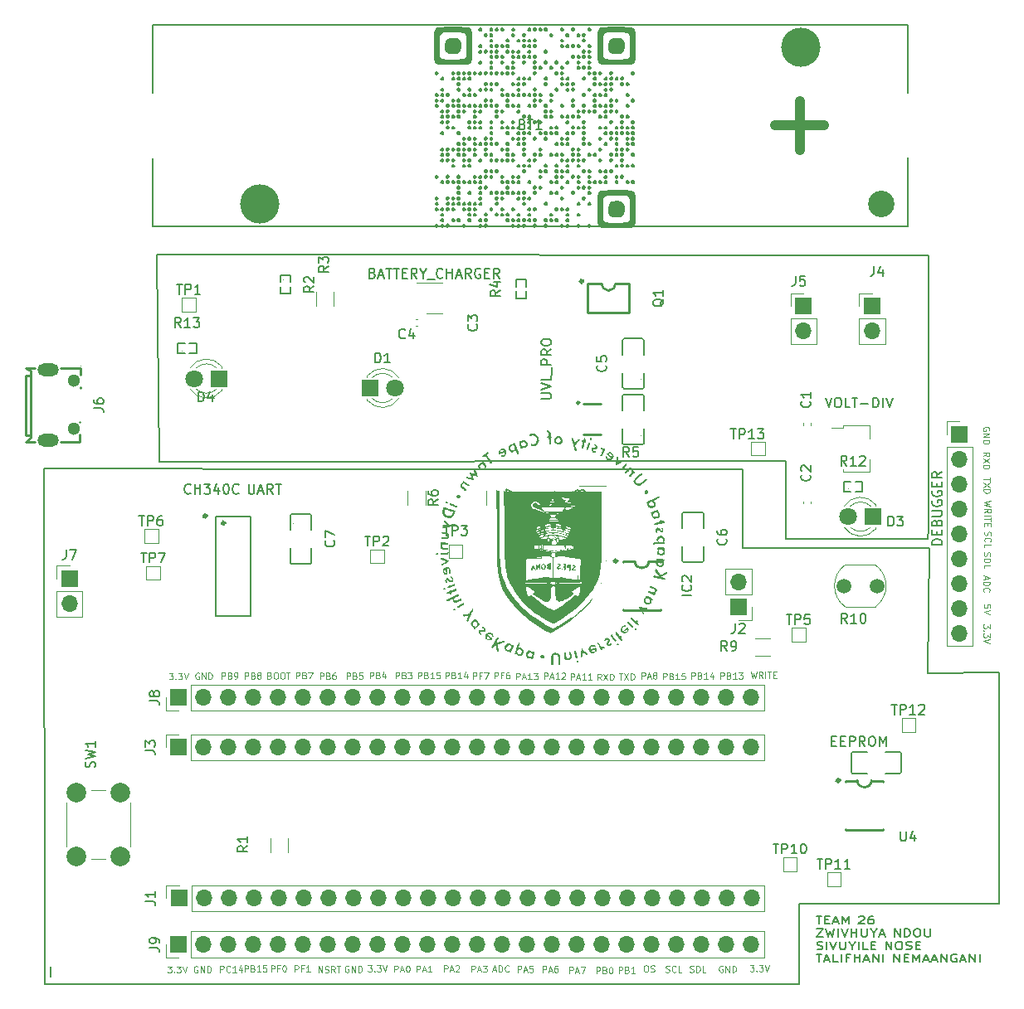
<source format=gbs>
%TF.GenerationSoftware,KiCad,Pcbnew,(7.0.0)*%
%TF.CreationDate,2023-04-03T23:12:33+02:00*%
%TF.ProjectId,Main Schematic,4d61696e-2053-4636-9865-6d617469632e,rev?*%
%TF.SameCoordinates,Original*%
%TF.FileFunction,Soldermask,Bot*%
%TF.FilePolarity,Negative*%
%FSLAX46Y46*%
G04 Gerber Fmt 4.6, Leading zero omitted, Abs format (unit mm)*
G04 Created by KiCad (PCBNEW (7.0.0)) date 2023-04-03 23:12:33*
%MOMM*%
%LPD*%
G01*
G04 APERTURE LIST*
%ADD10R,1.700000X1.700000*%
%ADD11O,1.700000X1.700000*%
%ADD12C,4.000000*%
%ADD13C,2.700000*%
%ADD14R,1.800000X1.800000*%
%ADD15C,1.800000*%
%ADD16C,1.300000*%
%ADD17O,2.200000X1.300000*%
%ADD18C,2.000000*%
%ADD19C,1.500000*%
%ADD20C,0.150000*%
%ADD21C,0.100000*%
%ADD22C,0.120000*%
%ADD23C,0.254000*%
%ADD24C,0.059995*%
%ADD25C,1.000000*%
%ADD26C,0.152400*%
%ADD27C,0.300000*%
G04 APERTURE END LIST*
D10*
%TO.C,J3*%
X116052885Y-113599186D03*
D11*
X118592885Y-113599186D03*
X121132885Y-113599186D03*
X123672885Y-113599186D03*
X126212885Y-113599186D03*
X128752885Y-113599186D03*
X131292885Y-113599186D03*
X133832885Y-113599186D03*
X136372885Y-113599186D03*
X138912885Y-113599186D03*
X141452885Y-113599186D03*
X143992885Y-113599186D03*
X146532885Y-113599186D03*
X149072885Y-113599186D03*
X151612885Y-113599186D03*
X154152885Y-113599186D03*
X156692885Y-113599186D03*
X159232885Y-113599186D03*
X161772885Y-113599186D03*
X164312885Y-113599186D03*
X166852885Y-113599186D03*
X169392885Y-113599186D03*
X171932885Y-113599186D03*
X174472885Y-113599186D03*
%TD*%
D10*
%TO.C,J7*%
X104912885Y-96369186D03*
D11*
X104912885Y-98909186D03*
%TD*%
D12*
%TO.C,BT1*%
X124312886Y-58109187D03*
X179512886Y-42109187D03*
D13*
X187732886Y-58109187D03*
%TD*%
D10*
%TO.C,J2*%
X173169999Y-99249999D03*
D11*
X173169999Y-96709999D03*
%TD*%
D14*
%TO.C,D3*%
X186894999Y-90049999D03*
D15*
X184355000Y-90050000D03*
%TD*%
D10*
%TO.C,J8*%
X116052885Y-108519186D03*
D11*
X118592885Y-108519186D03*
X121132885Y-108519186D03*
X123672885Y-108519186D03*
X126212885Y-108519186D03*
X128752885Y-108519186D03*
X131292885Y-108519186D03*
X133832885Y-108519186D03*
X136372885Y-108519186D03*
X138912885Y-108519186D03*
X141452885Y-108519186D03*
X143992885Y-108519186D03*
X146532885Y-108519186D03*
X149072885Y-108519186D03*
X151612885Y-108519186D03*
X154152885Y-108519186D03*
X156692885Y-108519186D03*
X159232885Y-108519186D03*
X161772885Y-108519186D03*
X164312885Y-108519186D03*
X166852885Y-108519186D03*
X169392885Y-108519186D03*
X171932885Y-108519186D03*
X174472885Y-108519186D03*
%TD*%
D14*
%TO.C,D4*%
X120159999Y-75939999D03*
D15*
X117620000Y-75940000D03*
%TD*%
D14*
%TO.C,D1*%
X135572885Y-76909186D03*
D15*
X138112886Y-76909187D03*
%TD*%
D10*
%TO.C,J1*%
X116079999Y-129009999D03*
D11*
X118619999Y-129009999D03*
X121159999Y-129009999D03*
X123699999Y-129009999D03*
X126239999Y-129009999D03*
X128779999Y-129009999D03*
X131319999Y-129009999D03*
X133859999Y-129009999D03*
X136399999Y-129009999D03*
X138939999Y-129009999D03*
X141479999Y-129009999D03*
X144019999Y-129009999D03*
X146559999Y-129009999D03*
X149099999Y-129009999D03*
X151639999Y-129009999D03*
X154179999Y-129009999D03*
X156719999Y-129009999D03*
X159259999Y-129009999D03*
X161799999Y-129009999D03*
X164339999Y-129009999D03*
X166879999Y-129009999D03*
X169419999Y-129009999D03*
X171959999Y-129009999D03*
X174499999Y-129009999D03*
%TD*%
D10*
%TO.C,J4*%
X186812885Y-68569186D03*
D11*
X186812885Y-71109186D03*
%TD*%
D10*
%TO.C,J5*%
X179812885Y-68569186D03*
D11*
X179812885Y-71109186D03*
%TD*%
D10*
%TO.C,DEBUGGER*%
X195719999Y-81619999D03*
D11*
X195719999Y-84159999D03*
X195719999Y-86699999D03*
X195719999Y-89239999D03*
X195719999Y-91779999D03*
X195719999Y-94319999D03*
X195719999Y-96859999D03*
X195719999Y-99399999D03*
X195719999Y-101939999D03*
%TD*%
D16*
%TO.C,J6*%
X105369554Y-81037943D03*
D17*
X102699500Y-82212948D03*
X102699500Y-75013050D03*
D16*
X105369554Y-76188057D03*
%TD*%
D18*
%TO.C,SW1*%
X110112886Y-118209187D03*
X110112886Y-124709187D03*
X105612886Y-118209187D03*
X105612886Y-124709187D03*
%TD*%
D19*
%TO.C,R10*%
X183912886Y-97109187D03*
X187312886Y-97109187D03*
%TD*%
D10*
%TO.C,J9*%
X116052885Y-133730999D03*
D11*
X118592885Y-133730999D03*
X121132885Y-133730999D03*
X123672885Y-133730999D03*
X126212885Y-133730999D03*
X128752885Y-133730999D03*
X131292885Y-133730999D03*
X133832885Y-133730999D03*
X136372885Y-133730999D03*
X138912885Y-133730999D03*
X141452885Y-133730999D03*
X143992885Y-133730999D03*
X146532885Y-133730999D03*
X149072885Y-133730999D03*
X151612885Y-133730999D03*
X154152885Y-133730999D03*
X156692885Y-133730999D03*
X159232885Y-133730999D03*
X161772885Y-133730999D03*
X164312885Y-133730999D03*
X166852885Y-133730999D03*
X169392885Y-133730999D03*
X171932885Y-133730999D03*
X174472885Y-133730999D03*
%TD*%
D20*
X134874000Y-85217000D02*
X102290000Y-85150000D01*
X192500000Y-106010000D02*
X199771000Y-105918000D01*
X192659000Y-93218000D02*
X192500000Y-106010000D01*
X102362000Y-137795000D02*
X179324000Y-137795000D01*
X113792000Y-63246000D02*
X114046000Y-84455000D01*
X179324000Y-129540000D02*
X199771000Y-129540000D01*
X178020000Y-84400000D02*
X178030000Y-92330000D01*
X178030000Y-92330000D02*
X192520000Y-92330000D01*
X114046000Y-84455000D02*
X178020000Y-84400000D01*
X199771000Y-129540000D02*
X199771000Y-105918000D01*
X192532000Y-63373000D02*
X113792000Y-63246000D01*
X173609000Y-85217000D02*
X134874000Y-85217000D01*
X103000000Y-136000000D02*
X103000000Y-137000000D01*
X192659000Y-93218000D02*
X173609000Y-93218000D01*
X192532000Y-91313000D02*
X192532000Y-63373000D01*
X102290000Y-85150000D02*
X102362000Y-137795000D01*
X173609000Y-93218000D02*
X173609000Y-85217000D01*
X179324000Y-137795000D02*
X179324000Y-129540000D01*
X192520000Y-92330000D02*
X192532000Y-91313000D01*
D21*
X153334761Y-106618547D02*
X153334761Y-105968547D01*
X153334761Y-105968547D02*
X153582380Y-105968547D01*
X153582380Y-105968547D02*
X153644285Y-105999500D01*
X153644285Y-105999500D02*
X153675238Y-106030452D01*
X153675238Y-106030452D02*
X153706190Y-106092357D01*
X153706190Y-106092357D02*
X153706190Y-106185214D01*
X153706190Y-106185214D02*
X153675238Y-106247119D01*
X153675238Y-106247119D02*
X153644285Y-106278071D01*
X153644285Y-106278071D02*
X153582380Y-106309023D01*
X153582380Y-106309023D02*
X153334761Y-106309023D01*
X153953809Y-106432833D02*
X154263333Y-106432833D01*
X153891904Y-106618547D02*
X154108571Y-105968547D01*
X154108571Y-105968547D02*
X154325238Y-106618547D01*
X154882381Y-106618547D02*
X154510952Y-106618547D01*
X154696666Y-106618547D02*
X154696666Y-105968547D01*
X154696666Y-105968547D02*
X154634762Y-106061404D01*
X154634762Y-106061404D02*
X154572857Y-106123309D01*
X154572857Y-106123309D02*
X154510952Y-106154261D01*
X155130000Y-106030452D02*
X155160952Y-105999500D01*
X155160952Y-105999500D02*
X155222857Y-105968547D01*
X155222857Y-105968547D02*
X155377619Y-105968547D01*
X155377619Y-105968547D02*
X155439524Y-105999500D01*
X155439524Y-105999500D02*
X155470476Y-106030452D01*
X155470476Y-106030452D02*
X155501429Y-106092357D01*
X155501429Y-106092357D02*
X155501429Y-106154261D01*
X155501429Y-106154261D02*
X155470476Y-106247119D01*
X155470476Y-106247119D02*
X155099048Y-106618547D01*
X155099048Y-106618547D02*
X155501429Y-106618547D01*
X130464761Y-106638547D02*
X130464761Y-105988547D01*
X130464761Y-105988547D02*
X130712380Y-105988547D01*
X130712380Y-105988547D02*
X130774285Y-106019500D01*
X130774285Y-106019500D02*
X130805238Y-106050452D01*
X130805238Y-106050452D02*
X130836190Y-106112357D01*
X130836190Y-106112357D02*
X130836190Y-106205214D01*
X130836190Y-106205214D02*
X130805238Y-106267119D01*
X130805238Y-106267119D02*
X130774285Y-106298071D01*
X130774285Y-106298071D02*
X130712380Y-106329023D01*
X130712380Y-106329023D02*
X130464761Y-106329023D01*
X131331428Y-106298071D02*
X131424285Y-106329023D01*
X131424285Y-106329023D02*
X131455238Y-106359976D01*
X131455238Y-106359976D02*
X131486190Y-106421880D01*
X131486190Y-106421880D02*
X131486190Y-106514738D01*
X131486190Y-106514738D02*
X131455238Y-106576642D01*
X131455238Y-106576642D02*
X131424285Y-106607595D01*
X131424285Y-106607595D02*
X131362380Y-106638547D01*
X131362380Y-106638547D02*
X131114761Y-106638547D01*
X131114761Y-106638547D02*
X131114761Y-105988547D01*
X131114761Y-105988547D02*
X131331428Y-105988547D01*
X131331428Y-105988547D02*
X131393333Y-106019500D01*
X131393333Y-106019500D02*
X131424285Y-106050452D01*
X131424285Y-106050452D02*
X131455238Y-106112357D01*
X131455238Y-106112357D02*
X131455238Y-106174261D01*
X131455238Y-106174261D02*
X131424285Y-106236166D01*
X131424285Y-106236166D02*
X131393333Y-106267119D01*
X131393333Y-106267119D02*
X131331428Y-106298071D01*
X131331428Y-106298071D02*
X131114761Y-106298071D01*
X132043333Y-105988547D02*
X131919523Y-105988547D01*
X131919523Y-105988547D02*
X131857619Y-106019500D01*
X131857619Y-106019500D02*
X131826666Y-106050452D01*
X131826666Y-106050452D02*
X131764761Y-106143309D01*
X131764761Y-106143309D02*
X131733809Y-106267119D01*
X131733809Y-106267119D02*
X131733809Y-106514738D01*
X131733809Y-106514738D02*
X131764761Y-106576642D01*
X131764761Y-106576642D02*
X131795714Y-106607595D01*
X131795714Y-106607595D02*
X131857619Y-106638547D01*
X131857619Y-106638547D02*
X131981428Y-106638547D01*
X131981428Y-106638547D02*
X132043333Y-106607595D01*
X132043333Y-106607595D02*
X132074285Y-106576642D01*
X132074285Y-106576642D02*
X132105238Y-106514738D01*
X132105238Y-106514738D02*
X132105238Y-106359976D01*
X132105238Y-106359976D02*
X132074285Y-106298071D01*
X132074285Y-106298071D02*
X132043333Y-106267119D01*
X132043333Y-106267119D02*
X131981428Y-106236166D01*
X131981428Y-106236166D02*
X131857619Y-106236166D01*
X131857619Y-106236166D02*
X131795714Y-106267119D01*
X131795714Y-106267119D02*
X131764761Y-106298071D01*
X131764761Y-106298071D02*
X131733809Y-106359976D01*
X133184761Y-106618547D02*
X133184761Y-105968547D01*
X133184761Y-105968547D02*
X133432380Y-105968547D01*
X133432380Y-105968547D02*
X133494285Y-105999500D01*
X133494285Y-105999500D02*
X133525238Y-106030452D01*
X133525238Y-106030452D02*
X133556190Y-106092357D01*
X133556190Y-106092357D02*
X133556190Y-106185214D01*
X133556190Y-106185214D02*
X133525238Y-106247119D01*
X133525238Y-106247119D02*
X133494285Y-106278071D01*
X133494285Y-106278071D02*
X133432380Y-106309023D01*
X133432380Y-106309023D02*
X133184761Y-106309023D01*
X134051428Y-106278071D02*
X134144285Y-106309023D01*
X134144285Y-106309023D02*
X134175238Y-106339976D01*
X134175238Y-106339976D02*
X134206190Y-106401880D01*
X134206190Y-106401880D02*
X134206190Y-106494738D01*
X134206190Y-106494738D02*
X134175238Y-106556642D01*
X134175238Y-106556642D02*
X134144285Y-106587595D01*
X134144285Y-106587595D02*
X134082380Y-106618547D01*
X134082380Y-106618547D02*
X133834761Y-106618547D01*
X133834761Y-106618547D02*
X133834761Y-105968547D01*
X133834761Y-105968547D02*
X134051428Y-105968547D01*
X134051428Y-105968547D02*
X134113333Y-105999500D01*
X134113333Y-105999500D02*
X134144285Y-106030452D01*
X134144285Y-106030452D02*
X134175238Y-106092357D01*
X134175238Y-106092357D02*
X134175238Y-106154261D01*
X134175238Y-106154261D02*
X134144285Y-106216166D01*
X134144285Y-106216166D02*
X134113333Y-106247119D01*
X134113333Y-106247119D02*
X134051428Y-106278071D01*
X134051428Y-106278071D02*
X133834761Y-106278071D01*
X134794285Y-105968547D02*
X134484761Y-105968547D01*
X134484761Y-105968547D02*
X134453809Y-106278071D01*
X134453809Y-106278071D02*
X134484761Y-106247119D01*
X134484761Y-106247119D02*
X134546666Y-106216166D01*
X134546666Y-106216166D02*
X134701428Y-106216166D01*
X134701428Y-106216166D02*
X134763333Y-106247119D01*
X134763333Y-106247119D02*
X134794285Y-106278071D01*
X134794285Y-106278071D02*
X134825238Y-106339976D01*
X134825238Y-106339976D02*
X134825238Y-106494738D01*
X134825238Y-106494738D02*
X134794285Y-106556642D01*
X134794285Y-106556642D02*
X134763333Y-106587595D01*
X134763333Y-106587595D02*
X134701428Y-106618547D01*
X134701428Y-106618547D02*
X134546666Y-106618547D01*
X134546666Y-106618547D02*
X134484761Y-106587595D01*
X134484761Y-106587595D02*
X134453809Y-106556642D01*
X122804761Y-106605547D02*
X122804761Y-105955547D01*
X122804761Y-105955547D02*
X123052380Y-105955547D01*
X123052380Y-105955547D02*
X123114285Y-105986500D01*
X123114285Y-105986500D02*
X123145238Y-106017452D01*
X123145238Y-106017452D02*
X123176190Y-106079357D01*
X123176190Y-106079357D02*
X123176190Y-106172214D01*
X123176190Y-106172214D02*
X123145238Y-106234119D01*
X123145238Y-106234119D02*
X123114285Y-106265071D01*
X123114285Y-106265071D02*
X123052380Y-106296023D01*
X123052380Y-106296023D02*
X122804761Y-106296023D01*
X123671428Y-106265071D02*
X123764285Y-106296023D01*
X123764285Y-106296023D02*
X123795238Y-106326976D01*
X123795238Y-106326976D02*
X123826190Y-106388880D01*
X123826190Y-106388880D02*
X123826190Y-106481738D01*
X123826190Y-106481738D02*
X123795238Y-106543642D01*
X123795238Y-106543642D02*
X123764285Y-106574595D01*
X123764285Y-106574595D02*
X123702380Y-106605547D01*
X123702380Y-106605547D02*
X123454761Y-106605547D01*
X123454761Y-106605547D02*
X123454761Y-105955547D01*
X123454761Y-105955547D02*
X123671428Y-105955547D01*
X123671428Y-105955547D02*
X123733333Y-105986500D01*
X123733333Y-105986500D02*
X123764285Y-106017452D01*
X123764285Y-106017452D02*
X123795238Y-106079357D01*
X123795238Y-106079357D02*
X123795238Y-106141261D01*
X123795238Y-106141261D02*
X123764285Y-106203166D01*
X123764285Y-106203166D02*
X123733333Y-106234119D01*
X123733333Y-106234119D02*
X123671428Y-106265071D01*
X123671428Y-106265071D02*
X123454761Y-106265071D01*
X124197619Y-106234119D02*
X124135714Y-106203166D01*
X124135714Y-106203166D02*
X124104761Y-106172214D01*
X124104761Y-106172214D02*
X124073809Y-106110309D01*
X124073809Y-106110309D02*
X124073809Y-106079357D01*
X124073809Y-106079357D02*
X124104761Y-106017452D01*
X124104761Y-106017452D02*
X124135714Y-105986500D01*
X124135714Y-105986500D02*
X124197619Y-105955547D01*
X124197619Y-105955547D02*
X124321428Y-105955547D01*
X124321428Y-105955547D02*
X124383333Y-105986500D01*
X124383333Y-105986500D02*
X124414285Y-106017452D01*
X124414285Y-106017452D02*
X124445238Y-106079357D01*
X124445238Y-106079357D02*
X124445238Y-106110309D01*
X124445238Y-106110309D02*
X124414285Y-106172214D01*
X124414285Y-106172214D02*
X124383333Y-106203166D01*
X124383333Y-106203166D02*
X124321428Y-106234119D01*
X124321428Y-106234119D02*
X124197619Y-106234119D01*
X124197619Y-106234119D02*
X124135714Y-106265071D01*
X124135714Y-106265071D02*
X124104761Y-106296023D01*
X124104761Y-106296023D02*
X124073809Y-106357928D01*
X124073809Y-106357928D02*
X124073809Y-106481738D01*
X124073809Y-106481738D02*
X124104761Y-106543642D01*
X124104761Y-106543642D02*
X124135714Y-106574595D01*
X124135714Y-106574595D02*
X124197619Y-106605547D01*
X124197619Y-106605547D02*
X124321428Y-106605547D01*
X124321428Y-106605547D02*
X124383333Y-106574595D01*
X124383333Y-106574595D02*
X124414285Y-106543642D01*
X124414285Y-106543642D02*
X124445238Y-106481738D01*
X124445238Y-106481738D02*
X124445238Y-106357928D01*
X124445238Y-106357928D02*
X124414285Y-106296023D01*
X124414285Y-106296023D02*
X124383333Y-106265071D01*
X124383333Y-106265071D02*
X124321428Y-106234119D01*
X158684761Y-136698547D02*
X158684761Y-136048547D01*
X158684761Y-136048547D02*
X158932380Y-136048547D01*
X158932380Y-136048547D02*
X158994285Y-136079500D01*
X158994285Y-136079500D02*
X159025238Y-136110452D01*
X159025238Y-136110452D02*
X159056190Y-136172357D01*
X159056190Y-136172357D02*
X159056190Y-136265214D01*
X159056190Y-136265214D02*
X159025238Y-136327119D01*
X159025238Y-136327119D02*
X158994285Y-136358071D01*
X158994285Y-136358071D02*
X158932380Y-136389023D01*
X158932380Y-136389023D02*
X158684761Y-136389023D01*
X159551428Y-136358071D02*
X159644285Y-136389023D01*
X159644285Y-136389023D02*
X159675238Y-136419976D01*
X159675238Y-136419976D02*
X159706190Y-136481880D01*
X159706190Y-136481880D02*
X159706190Y-136574738D01*
X159706190Y-136574738D02*
X159675238Y-136636642D01*
X159675238Y-136636642D02*
X159644285Y-136667595D01*
X159644285Y-136667595D02*
X159582380Y-136698547D01*
X159582380Y-136698547D02*
X159334761Y-136698547D01*
X159334761Y-136698547D02*
X159334761Y-136048547D01*
X159334761Y-136048547D02*
X159551428Y-136048547D01*
X159551428Y-136048547D02*
X159613333Y-136079500D01*
X159613333Y-136079500D02*
X159644285Y-136110452D01*
X159644285Y-136110452D02*
X159675238Y-136172357D01*
X159675238Y-136172357D02*
X159675238Y-136234261D01*
X159675238Y-136234261D02*
X159644285Y-136296166D01*
X159644285Y-136296166D02*
X159613333Y-136327119D01*
X159613333Y-136327119D02*
X159551428Y-136358071D01*
X159551428Y-136358071D02*
X159334761Y-136358071D01*
X160108571Y-136048547D02*
X160170476Y-136048547D01*
X160170476Y-136048547D02*
X160232380Y-136079500D01*
X160232380Y-136079500D02*
X160263333Y-136110452D01*
X160263333Y-136110452D02*
X160294285Y-136172357D01*
X160294285Y-136172357D02*
X160325238Y-136296166D01*
X160325238Y-136296166D02*
X160325238Y-136450928D01*
X160325238Y-136450928D02*
X160294285Y-136574738D01*
X160294285Y-136574738D02*
X160263333Y-136636642D01*
X160263333Y-136636642D02*
X160232380Y-136667595D01*
X160232380Y-136667595D02*
X160170476Y-136698547D01*
X160170476Y-136698547D02*
X160108571Y-136698547D01*
X160108571Y-136698547D02*
X160046666Y-136667595D01*
X160046666Y-136667595D02*
X160015714Y-136636642D01*
X160015714Y-136636642D02*
X159984761Y-136574738D01*
X159984761Y-136574738D02*
X159953809Y-136450928D01*
X159953809Y-136450928D02*
X159953809Y-136296166D01*
X159953809Y-136296166D02*
X159984761Y-136172357D01*
X159984761Y-136172357D02*
X160015714Y-136110452D01*
X160015714Y-136110452D02*
X160046666Y-136079500D01*
X160046666Y-136079500D02*
X160108571Y-136048547D01*
X198861452Y-99354285D02*
X198861452Y-99044761D01*
X198861452Y-99044761D02*
X198551928Y-99013809D01*
X198551928Y-99013809D02*
X198582880Y-99044761D01*
X198582880Y-99044761D02*
X198613833Y-99106666D01*
X198613833Y-99106666D02*
X198613833Y-99261428D01*
X198613833Y-99261428D02*
X198582880Y-99323333D01*
X198582880Y-99323333D02*
X198551928Y-99354285D01*
X198551928Y-99354285D02*
X198490023Y-99385238D01*
X198490023Y-99385238D02*
X198335261Y-99385238D01*
X198335261Y-99385238D02*
X198273357Y-99354285D01*
X198273357Y-99354285D02*
X198242404Y-99323333D01*
X198242404Y-99323333D02*
X198211452Y-99261428D01*
X198211452Y-99261428D02*
X198211452Y-99106666D01*
X198211452Y-99106666D02*
X198242404Y-99044761D01*
X198242404Y-99044761D02*
X198273357Y-99013809D01*
X198861452Y-99570952D02*
X198211452Y-99787619D01*
X198211452Y-99787619D02*
X198861452Y-100004286D01*
X125341428Y-106268071D02*
X125434285Y-106299023D01*
X125434285Y-106299023D02*
X125465238Y-106329976D01*
X125465238Y-106329976D02*
X125496190Y-106391880D01*
X125496190Y-106391880D02*
X125496190Y-106484738D01*
X125496190Y-106484738D02*
X125465238Y-106546642D01*
X125465238Y-106546642D02*
X125434285Y-106577595D01*
X125434285Y-106577595D02*
X125372380Y-106608547D01*
X125372380Y-106608547D02*
X125124761Y-106608547D01*
X125124761Y-106608547D02*
X125124761Y-105958547D01*
X125124761Y-105958547D02*
X125341428Y-105958547D01*
X125341428Y-105958547D02*
X125403333Y-105989500D01*
X125403333Y-105989500D02*
X125434285Y-106020452D01*
X125434285Y-106020452D02*
X125465238Y-106082357D01*
X125465238Y-106082357D02*
X125465238Y-106144261D01*
X125465238Y-106144261D02*
X125434285Y-106206166D01*
X125434285Y-106206166D02*
X125403333Y-106237119D01*
X125403333Y-106237119D02*
X125341428Y-106268071D01*
X125341428Y-106268071D02*
X125124761Y-106268071D01*
X125898571Y-105958547D02*
X126022380Y-105958547D01*
X126022380Y-105958547D02*
X126084285Y-105989500D01*
X126084285Y-105989500D02*
X126146190Y-106051404D01*
X126146190Y-106051404D02*
X126177142Y-106175214D01*
X126177142Y-106175214D02*
X126177142Y-106391880D01*
X126177142Y-106391880D02*
X126146190Y-106515690D01*
X126146190Y-106515690D02*
X126084285Y-106577595D01*
X126084285Y-106577595D02*
X126022380Y-106608547D01*
X126022380Y-106608547D02*
X125898571Y-106608547D01*
X125898571Y-106608547D02*
X125836666Y-106577595D01*
X125836666Y-106577595D02*
X125774761Y-106515690D01*
X125774761Y-106515690D02*
X125743809Y-106391880D01*
X125743809Y-106391880D02*
X125743809Y-106175214D01*
X125743809Y-106175214D02*
X125774761Y-106051404D01*
X125774761Y-106051404D02*
X125836666Y-105989500D01*
X125836666Y-105989500D02*
X125898571Y-105958547D01*
X126579523Y-105958547D02*
X126703332Y-105958547D01*
X126703332Y-105958547D02*
X126765237Y-105989500D01*
X126765237Y-105989500D02*
X126827142Y-106051404D01*
X126827142Y-106051404D02*
X126858094Y-106175214D01*
X126858094Y-106175214D02*
X126858094Y-106391880D01*
X126858094Y-106391880D02*
X126827142Y-106515690D01*
X126827142Y-106515690D02*
X126765237Y-106577595D01*
X126765237Y-106577595D02*
X126703332Y-106608547D01*
X126703332Y-106608547D02*
X126579523Y-106608547D01*
X126579523Y-106608547D02*
X126517618Y-106577595D01*
X126517618Y-106577595D02*
X126455713Y-106515690D01*
X126455713Y-106515690D02*
X126424761Y-106391880D01*
X126424761Y-106391880D02*
X126424761Y-106175214D01*
X126424761Y-106175214D02*
X126455713Y-106051404D01*
X126455713Y-106051404D02*
X126517618Y-105989500D01*
X126517618Y-105989500D02*
X126579523Y-105958547D01*
X127043808Y-105958547D02*
X127415237Y-105958547D01*
X127229523Y-106608547D02*
X127229523Y-105958547D01*
X130334761Y-136598547D02*
X130334761Y-135948547D01*
X130334761Y-135948547D02*
X130706190Y-136598547D01*
X130706190Y-136598547D02*
X130706190Y-135948547D01*
X130984761Y-136567595D02*
X131077618Y-136598547D01*
X131077618Y-136598547D02*
X131232380Y-136598547D01*
X131232380Y-136598547D02*
X131294285Y-136567595D01*
X131294285Y-136567595D02*
X131325237Y-136536642D01*
X131325237Y-136536642D02*
X131356190Y-136474738D01*
X131356190Y-136474738D02*
X131356190Y-136412833D01*
X131356190Y-136412833D02*
X131325237Y-136350928D01*
X131325237Y-136350928D02*
X131294285Y-136319976D01*
X131294285Y-136319976D02*
X131232380Y-136289023D01*
X131232380Y-136289023D02*
X131108571Y-136258071D01*
X131108571Y-136258071D02*
X131046666Y-136227119D01*
X131046666Y-136227119D02*
X131015713Y-136196166D01*
X131015713Y-136196166D02*
X130984761Y-136134261D01*
X130984761Y-136134261D02*
X130984761Y-136072357D01*
X130984761Y-136072357D02*
X131015713Y-136010452D01*
X131015713Y-136010452D02*
X131046666Y-135979500D01*
X131046666Y-135979500D02*
X131108571Y-135948547D01*
X131108571Y-135948547D02*
X131263332Y-135948547D01*
X131263332Y-135948547D02*
X131356190Y-135979500D01*
X132006190Y-136598547D02*
X131789523Y-136289023D01*
X131634761Y-136598547D02*
X131634761Y-135948547D01*
X131634761Y-135948547D02*
X131882380Y-135948547D01*
X131882380Y-135948547D02*
X131944285Y-135979500D01*
X131944285Y-135979500D02*
X131975238Y-136010452D01*
X131975238Y-136010452D02*
X132006190Y-136072357D01*
X132006190Y-136072357D02*
X132006190Y-136165214D01*
X132006190Y-136165214D02*
X131975238Y-136227119D01*
X131975238Y-136227119D02*
X131944285Y-136258071D01*
X131944285Y-136258071D02*
X131882380Y-136289023D01*
X131882380Y-136289023D02*
X131634761Y-136289023D01*
X132191904Y-135948547D02*
X132563333Y-135948547D01*
X132377619Y-136598547D02*
X132377619Y-135948547D01*
X198242404Y-93693809D02*
X198211452Y-93786666D01*
X198211452Y-93786666D02*
X198211452Y-93941428D01*
X198211452Y-93941428D02*
X198242404Y-94003333D01*
X198242404Y-94003333D02*
X198273357Y-94034285D01*
X198273357Y-94034285D02*
X198335261Y-94065238D01*
X198335261Y-94065238D02*
X198397166Y-94065238D01*
X198397166Y-94065238D02*
X198459071Y-94034285D01*
X198459071Y-94034285D02*
X198490023Y-94003333D01*
X198490023Y-94003333D02*
X198520976Y-93941428D01*
X198520976Y-93941428D02*
X198551928Y-93817619D01*
X198551928Y-93817619D02*
X198582880Y-93755714D01*
X198582880Y-93755714D02*
X198613833Y-93724761D01*
X198613833Y-93724761D02*
X198675738Y-93693809D01*
X198675738Y-93693809D02*
X198737642Y-93693809D01*
X198737642Y-93693809D02*
X198799547Y-93724761D01*
X198799547Y-93724761D02*
X198830500Y-93755714D01*
X198830500Y-93755714D02*
X198861452Y-93817619D01*
X198861452Y-93817619D02*
X198861452Y-93972380D01*
X198861452Y-93972380D02*
X198830500Y-94065238D01*
X198211452Y-94343809D02*
X198861452Y-94343809D01*
X198861452Y-94343809D02*
X198861452Y-94498571D01*
X198861452Y-94498571D02*
X198830500Y-94591428D01*
X198830500Y-94591428D02*
X198768595Y-94653333D01*
X198768595Y-94653333D02*
X198706690Y-94684286D01*
X198706690Y-94684286D02*
X198582880Y-94715238D01*
X198582880Y-94715238D02*
X198490023Y-94715238D01*
X198490023Y-94715238D02*
X198366214Y-94684286D01*
X198366214Y-94684286D02*
X198304309Y-94653333D01*
X198304309Y-94653333D02*
X198242404Y-94591428D01*
X198242404Y-94591428D02*
X198211452Y-94498571D01*
X198211452Y-94498571D02*
X198211452Y-94343809D01*
X198211452Y-95303333D02*
X198211452Y-94993809D01*
X198211452Y-94993809D02*
X198861452Y-94993809D01*
X120424761Y-106598547D02*
X120424761Y-105948547D01*
X120424761Y-105948547D02*
X120672380Y-105948547D01*
X120672380Y-105948547D02*
X120734285Y-105979500D01*
X120734285Y-105979500D02*
X120765238Y-106010452D01*
X120765238Y-106010452D02*
X120796190Y-106072357D01*
X120796190Y-106072357D02*
X120796190Y-106165214D01*
X120796190Y-106165214D02*
X120765238Y-106227119D01*
X120765238Y-106227119D02*
X120734285Y-106258071D01*
X120734285Y-106258071D02*
X120672380Y-106289023D01*
X120672380Y-106289023D02*
X120424761Y-106289023D01*
X121291428Y-106258071D02*
X121384285Y-106289023D01*
X121384285Y-106289023D02*
X121415238Y-106319976D01*
X121415238Y-106319976D02*
X121446190Y-106381880D01*
X121446190Y-106381880D02*
X121446190Y-106474738D01*
X121446190Y-106474738D02*
X121415238Y-106536642D01*
X121415238Y-106536642D02*
X121384285Y-106567595D01*
X121384285Y-106567595D02*
X121322380Y-106598547D01*
X121322380Y-106598547D02*
X121074761Y-106598547D01*
X121074761Y-106598547D02*
X121074761Y-105948547D01*
X121074761Y-105948547D02*
X121291428Y-105948547D01*
X121291428Y-105948547D02*
X121353333Y-105979500D01*
X121353333Y-105979500D02*
X121384285Y-106010452D01*
X121384285Y-106010452D02*
X121415238Y-106072357D01*
X121415238Y-106072357D02*
X121415238Y-106134261D01*
X121415238Y-106134261D02*
X121384285Y-106196166D01*
X121384285Y-106196166D02*
X121353333Y-106227119D01*
X121353333Y-106227119D02*
X121291428Y-106258071D01*
X121291428Y-106258071D02*
X121074761Y-106258071D01*
X121755714Y-106598547D02*
X121879523Y-106598547D01*
X121879523Y-106598547D02*
X121941428Y-106567595D01*
X121941428Y-106567595D02*
X121972380Y-106536642D01*
X121972380Y-106536642D02*
X122034285Y-106443785D01*
X122034285Y-106443785D02*
X122065238Y-106319976D01*
X122065238Y-106319976D02*
X122065238Y-106072357D01*
X122065238Y-106072357D02*
X122034285Y-106010452D01*
X122034285Y-106010452D02*
X122003333Y-105979500D01*
X122003333Y-105979500D02*
X121941428Y-105948547D01*
X121941428Y-105948547D02*
X121817619Y-105948547D01*
X121817619Y-105948547D02*
X121755714Y-105979500D01*
X121755714Y-105979500D02*
X121724761Y-106010452D01*
X121724761Y-106010452D02*
X121693809Y-106072357D01*
X121693809Y-106072357D02*
X121693809Y-106227119D01*
X121693809Y-106227119D02*
X121724761Y-106289023D01*
X121724761Y-106289023D02*
X121755714Y-106319976D01*
X121755714Y-106319976D02*
X121817619Y-106350928D01*
X121817619Y-106350928D02*
X121941428Y-106350928D01*
X121941428Y-106350928D02*
X122003333Y-106319976D01*
X122003333Y-106319976D02*
X122034285Y-106289023D01*
X122034285Y-106289023D02*
X122065238Y-106227119D01*
X120294761Y-136558547D02*
X120294761Y-135908547D01*
X120294761Y-135908547D02*
X120542380Y-135908547D01*
X120542380Y-135908547D02*
X120604285Y-135939500D01*
X120604285Y-135939500D02*
X120635238Y-135970452D01*
X120635238Y-135970452D02*
X120666190Y-136032357D01*
X120666190Y-136032357D02*
X120666190Y-136125214D01*
X120666190Y-136125214D02*
X120635238Y-136187119D01*
X120635238Y-136187119D02*
X120604285Y-136218071D01*
X120604285Y-136218071D02*
X120542380Y-136249023D01*
X120542380Y-136249023D02*
X120294761Y-136249023D01*
X121316190Y-136496642D02*
X121285238Y-136527595D01*
X121285238Y-136527595D02*
X121192380Y-136558547D01*
X121192380Y-136558547D02*
X121130476Y-136558547D01*
X121130476Y-136558547D02*
X121037619Y-136527595D01*
X121037619Y-136527595D02*
X120975714Y-136465690D01*
X120975714Y-136465690D02*
X120944761Y-136403785D01*
X120944761Y-136403785D02*
X120913809Y-136279976D01*
X120913809Y-136279976D02*
X120913809Y-136187119D01*
X120913809Y-136187119D02*
X120944761Y-136063309D01*
X120944761Y-136063309D02*
X120975714Y-136001404D01*
X120975714Y-136001404D02*
X121037619Y-135939500D01*
X121037619Y-135939500D02*
X121130476Y-135908547D01*
X121130476Y-135908547D02*
X121192380Y-135908547D01*
X121192380Y-135908547D02*
X121285238Y-135939500D01*
X121285238Y-135939500D02*
X121316190Y-135970452D01*
X121935238Y-136558547D02*
X121563809Y-136558547D01*
X121749523Y-136558547D02*
X121749523Y-135908547D01*
X121749523Y-135908547D02*
X121687619Y-136001404D01*
X121687619Y-136001404D02*
X121625714Y-136063309D01*
X121625714Y-136063309D02*
X121563809Y-136094261D01*
X122492381Y-136125214D02*
X122492381Y-136558547D01*
X122337619Y-135877595D02*
X122182857Y-136341880D01*
X122182857Y-136341880D02*
X122585238Y-136341880D01*
X171555238Y-135939500D02*
X171493333Y-135908547D01*
X171493333Y-135908547D02*
X171400476Y-135908547D01*
X171400476Y-135908547D02*
X171307619Y-135939500D01*
X171307619Y-135939500D02*
X171245714Y-136001404D01*
X171245714Y-136001404D02*
X171214761Y-136063309D01*
X171214761Y-136063309D02*
X171183809Y-136187119D01*
X171183809Y-136187119D02*
X171183809Y-136279976D01*
X171183809Y-136279976D02*
X171214761Y-136403785D01*
X171214761Y-136403785D02*
X171245714Y-136465690D01*
X171245714Y-136465690D02*
X171307619Y-136527595D01*
X171307619Y-136527595D02*
X171400476Y-136558547D01*
X171400476Y-136558547D02*
X171462380Y-136558547D01*
X171462380Y-136558547D02*
X171555238Y-136527595D01*
X171555238Y-136527595D02*
X171586190Y-136496642D01*
X171586190Y-136496642D02*
X171586190Y-136279976D01*
X171586190Y-136279976D02*
X171462380Y-136279976D01*
X171864761Y-136558547D02*
X171864761Y-135908547D01*
X171864761Y-135908547D02*
X172236190Y-136558547D01*
X172236190Y-136558547D02*
X172236190Y-135908547D01*
X172545713Y-136558547D02*
X172545713Y-135908547D01*
X172545713Y-135908547D02*
X172700475Y-135908547D01*
X172700475Y-135908547D02*
X172793332Y-135939500D01*
X172793332Y-135939500D02*
X172855237Y-136001404D01*
X172855237Y-136001404D02*
X172886190Y-136063309D01*
X172886190Y-136063309D02*
X172917142Y-136187119D01*
X172917142Y-136187119D02*
X172917142Y-136279976D01*
X172917142Y-136279976D02*
X172886190Y-136403785D01*
X172886190Y-136403785D02*
X172855237Y-136465690D01*
X172855237Y-136465690D02*
X172793332Y-136527595D01*
X172793332Y-136527595D02*
X172700475Y-136558547D01*
X172700475Y-136558547D02*
X172545713Y-136558547D01*
X117985238Y-135979500D02*
X117923333Y-135948547D01*
X117923333Y-135948547D02*
X117830476Y-135948547D01*
X117830476Y-135948547D02*
X117737619Y-135979500D01*
X117737619Y-135979500D02*
X117675714Y-136041404D01*
X117675714Y-136041404D02*
X117644761Y-136103309D01*
X117644761Y-136103309D02*
X117613809Y-136227119D01*
X117613809Y-136227119D02*
X117613809Y-136319976D01*
X117613809Y-136319976D02*
X117644761Y-136443785D01*
X117644761Y-136443785D02*
X117675714Y-136505690D01*
X117675714Y-136505690D02*
X117737619Y-136567595D01*
X117737619Y-136567595D02*
X117830476Y-136598547D01*
X117830476Y-136598547D02*
X117892380Y-136598547D01*
X117892380Y-136598547D02*
X117985238Y-136567595D01*
X117985238Y-136567595D02*
X118016190Y-136536642D01*
X118016190Y-136536642D02*
X118016190Y-136319976D01*
X118016190Y-136319976D02*
X117892380Y-136319976D01*
X118294761Y-136598547D02*
X118294761Y-135948547D01*
X118294761Y-135948547D02*
X118666190Y-136598547D01*
X118666190Y-136598547D02*
X118666190Y-135948547D01*
X118975713Y-136598547D02*
X118975713Y-135948547D01*
X118975713Y-135948547D02*
X119130475Y-135948547D01*
X119130475Y-135948547D02*
X119223332Y-135979500D01*
X119223332Y-135979500D02*
X119285237Y-136041404D01*
X119285237Y-136041404D02*
X119316190Y-136103309D01*
X119316190Y-136103309D02*
X119347142Y-136227119D01*
X119347142Y-136227119D02*
X119347142Y-136319976D01*
X119347142Y-136319976D02*
X119316190Y-136443785D01*
X119316190Y-136443785D02*
X119285237Y-136505690D01*
X119285237Y-136505690D02*
X119223332Y-136567595D01*
X119223332Y-136567595D02*
X119130475Y-136598547D01*
X119130475Y-136598547D02*
X118975713Y-136598547D01*
X135362857Y-135878547D02*
X135765238Y-135878547D01*
X135765238Y-135878547D02*
X135548571Y-136126166D01*
X135548571Y-136126166D02*
X135641428Y-136126166D01*
X135641428Y-136126166D02*
X135703333Y-136157119D01*
X135703333Y-136157119D02*
X135734285Y-136188071D01*
X135734285Y-136188071D02*
X135765238Y-136249976D01*
X135765238Y-136249976D02*
X135765238Y-136404738D01*
X135765238Y-136404738D02*
X135734285Y-136466642D01*
X135734285Y-136466642D02*
X135703333Y-136497595D01*
X135703333Y-136497595D02*
X135641428Y-136528547D01*
X135641428Y-136528547D02*
X135455714Y-136528547D01*
X135455714Y-136528547D02*
X135393809Y-136497595D01*
X135393809Y-136497595D02*
X135362857Y-136466642D01*
X136043809Y-136466642D02*
X136074762Y-136497595D01*
X136074762Y-136497595D02*
X136043809Y-136528547D01*
X136043809Y-136528547D02*
X136012857Y-136497595D01*
X136012857Y-136497595D02*
X136043809Y-136466642D01*
X136043809Y-136466642D02*
X136043809Y-136528547D01*
X136291429Y-135878547D02*
X136693810Y-135878547D01*
X136693810Y-135878547D02*
X136477143Y-136126166D01*
X136477143Y-136126166D02*
X136570000Y-136126166D01*
X136570000Y-136126166D02*
X136631905Y-136157119D01*
X136631905Y-136157119D02*
X136662857Y-136188071D01*
X136662857Y-136188071D02*
X136693810Y-136249976D01*
X136693810Y-136249976D02*
X136693810Y-136404738D01*
X136693810Y-136404738D02*
X136662857Y-136466642D01*
X136662857Y-136466642D02*
X136631905Y-136497595D01*
X136631905Y-136497595D02*
X136570000Y-136528547D01*
X136570000Y-136528547D02*
X136384286Y-136528547D01*
X136384286Y-136528547D02*
X136322381Y-136497595D01*
X136322381Y-136497595D02*
X136291429Y-136466642D01*
X136879524Y-135878547D02*
X137096191Y-136528547D01*
X137096191Y-136528547D02*
X137312858Y-135878547D01*
X168384761Y-106598547D02*
X168384761Y-105948547D01*
X168384761Y-105948547D02*
X168632380Y-105948547D01*
X168632380Y-105948547D02*
X168694285Y-105979500D01*
X168694285Y-105979500D02*
X168725238Y-106010452D01*
X168725238Y-106010452D02*
X168756190Y-106072357D01*
X168756190Y-106072357D02*
X168756190Y-106165214D01*
X168756190Y-106165214D02*
X168725238Y-106227119D01*
X168725238Y-106227119D02*
X168694285Y-106258071D01*
X168694285Y-106258071D02*
X168632380Y-106289023D01*
X168632380Y-106289023D02*
X168384761Y-106289023D01*
X169251428Y-106258071D02*
X169344285Y-106289023D01*
X169344285Y-106289023D02*
X169375238Y-106319976D01*
X169375238Y-106319976D02*
X169406190Y-106381880D01*
X169406190Y-106381880D02*
X169406190Y-106474738D01*
X169406190Y-106474738D02*
X169375238Y-106536642D01*
X169375238Y-106536642D02*
X169344285Y-106567595D01*
X169344285Y-106567595D02*
X169282380Y-106598547D01*
X169282380Y-106598547D02*
X169034761Y-106598547D01*
X169034761Y-106598547D02*
X169034761Y-105948547D01*
X169034761Y-105948547D02*
X169251428Y-105948547D01*
X169251428Y-105948547D02*
X169313333Y-105979500D01*
X169313333Y-105979500D02*
X169344285Y-106010452D01*
X169344285Y-106010452D02*
X169375238Y-106072357D01*
X169375238Y-106072357D02*
X169375238Y-106134261D01*
X169375238Y-106134261D02*
X169344285Y-106196166D01*
X169344285Y-106196166D02*
X169313333Y-106227119D01*
X169313333Y-106227119D02*
X169251428Y-106258071D01*
X169251428Y-106258071D02*
X169034761Y-106258071D01*
X170025238Y-106598547D02*
X169653809Y-106598547D01*
X169839523Y-106598547D02*
X169839523Y-105948547D01*
X169839523Y-105948547D02*
X169777619Y-106041404D01*
X169777619Y-106041404D02*
X169715714Y-106103309D01*
X169715714Y-106103309D02*
X169653809Y-106134261D01*
X170582381Y-106165214D02*
X170582381Y-106598547D01*
X170427619Y-105917595D02*
X170272857Y-106381880D01*
X170272857Y-106381880D02*
X170675238Y-106381880D01*
X118115238Y-106019500D02*
X118053333Y-105988547D01*
X118053333Y-105988547D02*
X117960476Y-105988547D01*
X117960476Y-105988547D02*
X117867619Y-106019500D01*
X117867619Y-106019500D02*
X117805714Y-106081404D01*
X117805714Y-106081404D02*
X117774761Y-106143309D01*
X117774761Y-106143309D02*
X117743809Y-106267119D01*
X117743809Y-106267119D02*
X117743809Y-106359976D01*
X117743809Y-106359976D02*
X117774761Y-106483785D01*
X117774761Y-106483785D02*
X117805714Y-106545690D01*
X117805714Y-106545690D02*
X117867619Y-106607595D01*
X117867619Y-106607595D02*
X117960476Y-106638547D01*
X117960476Y-106638547D02*
X118022380Y-106638547D01*
X118022380Y-106638547D02*
X118115238Y-106607595D01*
X118115238Y-106607595D02*
X118146190Y-106576642D01*
X118146190Y-106576642D02*
X118146190Y-106359976D01*
X118146190Y-106359976D02*
X118022380Y-106359976D01*
X118424761Y-106638547D02*
X118424761Y-105988547D01*
X118424761Y-105988547D02*
X118796190Y-106638547D01*
X118796190Y-106638547D02*
X118796190Y-105988547D01*
X119105713Y-106638547D02*
X119105713Y-105988547D01*
X119105713Y-105988547D02*
X119260475Y-105988547D01*
X119260475Y-105988547D02*
X119353332Y-106019500D01*
X119353332Y-106019500D02*
X119415237Y-106081404D01*
X119415237Y-106081404D02*
X119446190Y-106143309D01*
X119446190Y-106143309D02*
X119477142Y-106267119D01*
X119477142Y-106267119D02*
X119477142Y-106359976D01*
X119477142Y-106359976D02*
X119446190Y-106483785D01*
X119446190Y-106483785D02*
X119415237Y-106545690D01*
X119415237Y-106545690D02*
X119353332Y-106607595D01*
X119353332Y-106607595D02*
X119260475Y-106638547D01*
X119260475Y-106638547D02*
X119105713Y-106638547D01*
X155924761Y-136692019D02*
X155924761Y-136012019D01*
X155924761Y-136012019D02*
X156172380Y-136012019D01*
X156172380Y-136012019D02*
X156234285Y-136044400D01*
X156234285Y-136044400D02*
X156265238Y-136076780D01*
X156265238Y-136076780D02*
X156296190Y-136141542D01*
X156296190Y-136141542D02*
X156296190Y-136238685D01*
X156296190Y-136238685D02*
X156265238Y-136303447D01*
X156265238Y-136303447D02*
X156234285Y-136335828D01*
X156234285Y-136335828D02*
X156172380Y-136368209D01*
X156172380Y-136368209D02*
X155924761Y-136368209D01*
X156543809Y-136497733D02*
X156853333Y-136497733D01*
X156481904Y-136692019D02*
X156698571Y-136012019D01*
X156698571Y-136012019D02*
X156915238Y-136692019D01*
X157070000Y-136012019D02*
X157503333Y-136012019D01*
X157503333Y-136012019D02*
X157224762Y-136692019D01*
X138064761Y-136538547D02*
X138064761Y-135888547D01*
X138064761Y-135888547D02*
X138312380Y-135888547D01*
X138312380Y-135888547D02*
X138374285Y-135919500D01*
X138374285Y-135919500D02*
X138405238Y-135950452D01*
X138405238Y-135950452D02*
X138436190Y-136012357D01*
X138436190Y-136012357D02*
X138436190Y-136105214D01*
X138436190Y-136105214D02*
X138405238Y-136167119D01*
X138405238Y-136167119D02*
X138374285Y-136198071D01*
X138374285Y-136198071D02*
X138312380Y-136229023D01*
X138312380Y-136229023D02*
X138064761Y-136229023D01*
X138683809Y-136352833D02*
X138993333Y-136352833D01*
X138621904Y-136538547D02*
X138838571Y-135888547D01*
X138838571Y-135888547D02*
X139055238Y-136538547D01*
X139395714Y-135888547D02*
X139457619Y-135888547D01*
X139457619Y-135888547D02*
X139519523Y-135919500D01*
X139519523Y-135919500D02*
X139550476Y-135950452D01*
X139550476Y-135950452D02*
X139581428Y-136012357D01*
X139581428Y-136012357D02*
X139612381Y-136136166D01*
X139612381Y-136136166D02*
X139612381Y-136290928D01*
X139612381Y-136290928D02*
X139581428Y-136414738D01*
X139581428Y-136414738D02*
X139550476Y-136476642D01*
X139550476Y-136476642D02*
X139519523Y-136507595D01*
X139519523Y-136507595D02*
X139457619Y-136538547D01*
X139457619Y-136538547D02*
X139395714Y-136538547D01*
X139395714Y-136538547D02*
X139333809Y-136507595D01*
X139333809Y-136507595D02*
X139302857Y-136476642D01*
X139302857Y-136476642D02*
X139271904Y-136414738D01*
X139271904Y-136414738D02*
X139240952Y-136290928D01*
X139240952Y-136290928D02*
X139240952Y-136136166D01*
X139240952Y-136136166D02*
X139271904Y-136012357D01*
X139271904Y-136012357D02*
X139302857Y-135950452D01*
X139302857Y-135950452D02*
X139333809Y-135919500D01*
X139333809Y-135919500D02*
X139395714Y-135888547D01*
X174332857Y-135838547D02*
X174735238Y-135838547D01*
X174735238Y-135838547D02*
X174518571Y-136086166D01*
X174518571Y-136086166D02*
X174611428Y-136086166D01*
X174611428Y-136086166D02*
X174673333Y-136117119D01*
X174673333Y-136117119D02*
X174704285Y-136148071D01*
X174704285Y-136148071D02*
X174735238Y-136209976D01*
X174735238Y-136209976D02*
X174735238Y-136364738D01*
X174735238Y-136364738D02*
X174704285Y-136426642D01*
X174704285Y-136426642D02*
X174673333Y-136457595D01*
X174673333Y-136457595D02*
X174611428Y-136488547D01*
X174611428Y-136488547D02*
X174425714Y-136488547D01*
X174425714Y-136488547D02*
X174363809Y-136457595D01*
X174363809Y-136457595D02*
X174332857Y-136426642D01*
X175013809Y-136426642D02*
X175044762Y-136457595D01*
X175044762Y-136457595D02*
X175013809Y-136488547D01*
X175013809Y-136488547D02*
X174982857Y-136457595D01*
X174982857Y-136457595D02*
X175013809Y-136426642D01*
X175013809Y-136426642D02*
X175013809Y-136488547D01*
X175261429Y-135838547D02*
X175663810Y-135838547D01*
X175663810Y-135838547D02*
X175447143Y-136086166D01*
X175447143Y-136086166D02*
X175540000Y-136086166D01*
X175540000Y-136086166D02*
X175601905Y-136117119D01*
X175601905Y-136117119D02*
X175632857Y-136148071D01*
X175632857Y-136148071D02*
X175663810Y-136209976D01*
X175663810Y-136209976D02*
X175663810Y-136364738D01*
X175663810Y-136364738D02*
X175632857Y-136426642D01*
X175632857Y-136426642D02*
X175601905Y-136457595D01*
X175601905Y-136457595D02*
X175540000Y-136488547D01*
X175540000Y-136488547D02*
X175354286Y-136488547D01*
X175354286Y-136488547D02*
X175292381Y-136457595D01*
X175292381Y-136457595D02*
X175261429Y-136426642D01*
X175849524Y-135838547D02*
X176066191Y-136488547D01*
X176066191Y-136488547D02*
X176282858Y-135838547D01*
X156054761Y-106732019D02*
X156054761Y-106052019D01*
X156054761Y-106052019D02*
X156302380Y-106052019D01*
X156302380Y-106052019D02*
X156364285Y-106084400D01*
X156364285Y-106084400D02*
X156395238Y-106116780D01*
X156395238Y-106116780D02*
X156426190Y-106181542D01*
X156426190Y-106181542D02*
X156426190Y-106278685D01*
X156426190Y-106278685D02*
X156395238Y-106343447D01*
X156395238Y-106343447D02*
X156364285Y-106375828D01*
X156364285Y-106375828D02*
X156302380Y-106408209D01*
X156302380Y-106408209D02*
X156054761Y-106408209D01*
X156673809Y-106537733D02*
X156983333Y-106537733D01*
X156611904Y-106732019D02*
X156828571Y-106052019D01*
X156828571Y-106052019D02*
X157045238Y-106732019D01*
X157602381Y-106732019D02*
X157230952Y-106732019D01*
X157416666Y-106732019D02*
X157416666Y-106052019D01*
X157416666Y-106052019D02*
X157354762Y-106149161D01*
X157354762Y-106149161D02*
X157292857Y-106213923D01*
X157292857Y-106213923D02*
X157230952Y-106246304D01*
X158221429Y-106732019D02*
X157850000Y-106732019D01*
X158035714Y-106732019D02*
X158035714Y-106052019D01*
X158035714Y-106052019D02*
X157973810Y-106149161D01*
X157973810Y-106149161D02*
X157911905Y-106213923D01*
X157911905Y-106213923D02*
X157850000Y-106246304D01*
X140334761Y-136538547D02*
X140334761Y-135888547D01*
X140334761Y-135888547D02*
X140582380Y-135888547D01*
X140582380Y-135888547D02*
X140644285Y-135919500D01*
X140644285Y-135919500D02*
X140675238Y-135950452D01*
X140675238Y-135950452D02*
X140706190Y-136012357D01*
X140706190Y-136012357D02*
X140706190Y-136105214D01*
X140706190Y-136105214D02*
X140675238Y-136167119D01*
X140675238Y-136167119D02*
X140644285Y-136198071D01*
X140644285Y-136198071D02*
X140582380Y-136229023D01*
X140582380Y-136229023D02*
X140334761Y-136229023D01*
X140953809Y-136352833D02*
X141263333Y-136352833D01*
X140891904Y-136538547D02*
X141108571Y-135888547D01*
X141108571Y-135888547D02*
X141325238Y-136538547D01*
X141882381Y-136538547D02*
X141510952Y-136538547D01*
X141696666Y-136538547D02*
X141696666Y-135888547D01*
X141696666Y-135888547D02*
X141634762Y-135981404D01*
X141634762Y-135981404D02*
X141572857Y-136043309D01*
X141572857Y-136043309D02*
X141510952Y-136074261D01*
X165484761Y-106668547D02*
X165484761Y-106018547D01*
X165484761Y-106018547D02*
X165732380Y-106018547D01*
X165732380Y-106018547D02*
X165794285Y-106049500D01*
X165794285Y-106049500D02*
X165825238Y-106080452D01*
X165825238Y-106080452D02*
X165856190Y-106142357D01*
X165856190Y-106142357D02*
X165856190Y-106235214D01*
X165856190Y-106235214D02*
X165825238Y-106297119D01*
X165825238Y-106297119D02*
X165794285Y-106328071D01*
X165794285Y-106328071D02*
X165732380Y-106359023D01*
X165732380Y-106359023D02*
X165484761Y-106359023D01*
X166351428Y-106328071D02*
X166444285Y-106359023D01*
X166444285Y-106359023D02*
X166475238Y-106389976D01*
X166475238Y-106389976D02*
X166506190Y-106451880D01*
X166506190Y-106451880D02*
X166506190Y-106544738D01*
X166506190Y-106544738D02*
X166475238Y-106606642D01*
X166475238Y-106606642D02*
X166444285Y-106637595D01*
X166444285Y-106637595D02*
X166382380Y-106668547D01*
X166382380Y-106668547D02*
X166134761Y-106668547D01*
X166134761Y-106668547D02*
X166134761Y-106018547D01*
X166134761Y-106018547D02*
X166351428Y-106018547D01*
X166351428Y-106018547D02*
X166413333Y-106049500D01*
X166413333Y-106049500D02*
X166444285Y-106080452D01*
X166444285Y-106080452D02*
X166475238Y-106142357D01*
X166475238Y-106142357D02*
X166475238Y-106204261D01*
X166475238Y-106204261D02*
X166444285Y-106266166D01*
X166444285Y-106266166D02*
X166413333Y-106297119D01*
X166413333Y-106297119D02*
X166351428Y-106328071D01*
X166351428Y-106328071D02*
X166134761Y-106328071D01*
X167125238Y-106668547D02*
X166753809Y-106668547D01*
X166939523Y-106668547D02*
X166939523Y-106018547D01*
X166939523Y-106018547D02*
X166877619Y-106111404D01*
X166877619Y-106111404D02*
X166815714Y-106173309D01*
X166815714Y-106173309D02*
X166753809Y-106204261D01*
X167713333Y-106018547D02*
X167403809Y-106018547D01*
X167403809Y-106018547D02*
X167372857Y-106328071D01*
X167372857Y-106328071D02*
X167403809Y-106297119D01*
X167403809Y-106297119D02*
X167465714Y-106266166D01*
X167465714Y-106266166D02*
X167620476Y-106266166D01*
X167620476Y-106266166D02*
X167682381Y-106297119D01*
X167682381Y-106297119D02*
X167713333Y-106328071D01*
X167713333Y-106328071D02*
X167744286Y-106389976D01*
X167744286Y-106389976D02*
X167744286Y-106544738D01*
X167744286Y-106544738D02*
X167713333Y-106606642D01*
X167713333Y-106606642D02*
X167682381Y-106637595D01*
X167682381Y-106637595D02*
X167620476Y-106668547D01*
X167620476Y-106668547D02*
X167465714Y-106668547D01*
X167465714Y-106668547D02*
X167403809Y-106637595D01*
X167403809Y-106637595D02*
X167372857Y-106606642D01*
X171344761Y-106598547D02*
X171344761Y-105948547D01*
X171344761Y-105948547D02*
X171592380Y-105948547D01*
X171592380Y-105948547D02*
X171654285Y-105979500D01*
X171654285Y-105979500D02*
X171685238Y-106010452D01*
X171685238Y-106010452D02*
X171716190Y-106072357D01*
X171716190Y-106072357D02*
X171716190Y-106165214D01*
X171716190Y-106165214D02*
X171685238Y-106227119D01*
X171685238Y-106227119D02*
X171654285Y-106258071D01*
X171654285Y-106258071D02*
X171592380Y-106289023D01*
X171592380Y-106289023D02*
X171344761Y-106289023D01*
X172211428Y-106258071D02*
X172304285Y-106289023D01*
X172304285Y-106289023D02*
X172335238Y-106319976D01*
X172335238Y-106319976D02*
X172366190Y-106381880D01*
X172366190Y-106381880D02*
X172366190Y-106474738D01*
X172366190Y-106474738D02*
X172335238Y-106536642D01*
X172335238Y-106536642D02*
X172304285Y-106567595D01*
X172304285Y-106567595D02*
X172242380Y-106598547D01*
X172242380Y-106598547D02*
X171994761Y-106598547D01*
X171994761Y-106598547D02*
X171994761Y-105948547D01*
X171994761Y-105948547D02*
X172211428Y-105948547D01*
X172211428Y-105948547D02*
X172273333Y-105979500D01*
X172273333Y-105979500D02*
X172304285Y-106010452D01*
X172304285Y-106010452D02*
X172335238Y-106072357D01*
X172335238Y-106072357D02*
X172335238Y-106134261D01*
X172335238Y-106134261D02*
X172304285Y-106196166D01*
X172304285Y-106196166D02*
X172273333Y-106227119D01*
X172273333Y-106227119D02*
X172211428Y-106258071D01*
X172211428Y-106258071D02*
X171994761Y-106258071D01*
X172985238Y-106598547D02*
X172613809Y-106598547D01*
X172799523Y-106598547D02*
X172799523Y-105948547D01*
X172799523Y-105948547D02*
X172737619Y-106041404D01*
X172737619Y-106041404D02*
X172675714Y-106103309D01*
X172675714Y-106103309D02*
X172613809Y-106134261D01*
X173201905Y-105948547D02*
X173604286Y-105948547D01*
X173604286Y-105948547D02*
X173387619Y-106196166D01*
X173387619Y-106196166D02*
X173480476Y-106196166D01*
X173480476Y-106196166D02*
X173542381Y-106227119D01*
X173542381Y-106227119D02*
X173573333Y-106258071D01*
X173573333Y-106258071D02*
X173604286Y-106319976D01*
X173604286Y-106319976D02*
X173604286Y-106474738D01*
X173604286Y-106474738D02*
X173573333Y-106536642D01*
X173573333Y-106536642D02*
X173542381Y-106567595D01*
X173542381Y-106567595D02*
X173480476Y-106598547D01*
X173480476Y-106598547D02*
X173294762Y-106598547D01*
X173294762Y-106598547D02*
X173232857Y-106567595D01*
X173232857Y-106567595D02*
X173201905Y-106536642D01*
X198292404Y-91573809D02*
X198261452Y-91666666D01*
X198261452Y-91666666D02*
X198261452Y-91821428D01*
X198261452Y-91821428D02*
X198292404Y-91883333D01*
X198292404Y-91883333D02*
X198323357Y-91914285D01*
X198323357Y-91914285D02*
X198385261Y-91945238D01*
X198385261Y-91945238D02*
X198447166Y-91945238D01*
X198447166Y-91945238D02*
X198509071Y-91914285D01*
X198509071Y-91914285D02*
X198540023Y-91883333D01*
X198540023Y-91883333D02*
X198570976Y-91821428D01*
X198570976Y-91821428D02*
X198601928Y-91697619D01*
X198601928Y-91697619D02*
X198632880Y-91635714D01*
X198632880Y-91635714D02*
X198663833Y-91604761D01*
X198663833Y-91604761D02*
X198725738Y-91573809D01*
X198725738Y-91573809D02*
X198787642Y-91573809D01*
X198787642Y-91573809D02*
X198849547Y-91604761D01*
X198849547Y-91604761D02*
X198880500Y-91635714D01*
X198880500Y-91635714D02*
X198911452Y-91697619D01*
X198911452Y-91697619D02*
X198911452Y-91852380D01*
X198911452Y-91852380D02*
X198880500Y-91945238D01*
X198323357Y-92595238D02*
X198292404Y-92564286D01*
X198292404Y-92564286D02*
X198261452Y-92471428D01*
X198261452Y-92471428D02*
X198261452Y-92409524D01*
X198261452Y-92409524D02*
X198292404Y-92316667D01*
X198292404Y-92316667D02*
X198354309Y-92254762D01*
X198354309Y-92254762D02*
X198416214Y-92223809D01*
X198416214Y-92223809D02*
X198540023Y-92192857D01*
X198540023Y-92192857D02*
X198632880Y-92192857D01*
X198632880Y-92192857D02*
X198756690Y-92223809D01*
X198756690Y-92223809D02*
X198818595Y-92254762D01*
X198818595Y-92254762D02*
X198880500Y-92316667D01*
X198880500Y-92316667D02*
X198911452Y-92409524D01*
X198911452Y-92409524D02*
X198911452Y-92471428D01*
X198911452Y-92471428D02*
X198880500Y-92564286D01*
X198880500Y-92564286D02*
X198849547Y-92595238D01*
X198261452Y-93183333D02*
X198261452Y-92873809D01*
X198261452Y-92873809D02*
X198911452Y-92873809D01*
X165753809Y-136527595D02*
X165846666Y-136558547D01*
X165846666Y-136558547D02*
X166001428Y-136558547D01*
X166001428Y-136558547D02*
X166063333Y-136527595D01*
X166063333Y-136527595D02*
X166094285Y-136496642D01*
X166094285Y-136496642D02*
X166125238Y-136434738D01*
X166125238Y-136434738D02*
X166125238Y-136372833D01*
X166125238Y-136372833D02*
X166094285Y-136310928D01*
X166094285Y-136310928D02*
X166063333Y-136279976D01*
X166063333Y-136279976D02*
X166001428Y-136249023D01*
X166001428Y-136249023D02*
X165877619Y-136218071D01*
X165877619Y-136218071D02*
X165815714Y-136187119D01*
X165815714Y-136187119D02*
X165784761Y-136156166D01*
X165784761Y-136156166D02*
X165753809Y-136094261D01*
X165753809Y-136094261D02*
X165753809Y-136032357D01*
X165753809Y-136032357D02*
X165784761Y-135970452D01*
X165784761Y-135970452D02*
X165815714Y-135939500D01*
X165815714Y-135939500D02*
X165877619Y-135908547D01*
X165877619Y-135908547D02*
X166032380Y-135908547D01*
X166032380Y-135908547D02*
X166125238Y-135939500D01*
X166775238Y-136496642D02*
X166744286Y-136527595D01*
X166744286Y-136527595D02*
X166651428Y-136558547D01*
X166651428Y-136558547D02*
X166589524Y-136558547D01*
X166589524Y-136558547D02*
X166496667Y-136527595D01*
X166496667Y-136527595D02*
X166434762Y-136465690D01*
X166434762Y-136465690D02*
X166403809Y-136403785D01*
X166403809Y-136403785D02*
X166372857Y-136279976D01*
X166372857Y-136279976D02*
X166372857Y-136187119D01*
X166372857Y-136187119D02*
X166403809Y-136063309D01*
X166403809Y-136063309D02*
X166434762Y-136001404D01*
X166434762Y-136001404D02*
X166496667Y-135939500D01*
X166496667Y-135939500D02*
X166589524Y-135908547D01*
X166589524Y-135908547D02*
X166651428Y-135908547D01*
X166651428Y-135908547D02*
X166744286Y-135939500D01*
X166744286Y-135939500D02*
X166775238Y-135970452D01*
X167363333Y-136558547D02*
X167053809Y-136558547D01*
X167053809Y-136558547D02*
X167053809Y-135908547D01*
X148274761Y-106568547D02*
X148274761Y-105918547D01*
X148274761Y-105918547D02*
X148522380Y-105918547D01*
X148522380Y-105918547D02*
X148584285Y-105949500D01*
X148584285Y-105949500D02*
X148615238Y-105980452D01*
X148615238Y-105980452D02*
X148646190Y-106042357D01*
X148646190Y-106042357D02*
X148646190Y-106135214D01*
X148646190Y-106135214D02*
X148615238Y-106197119D01*
X148615238Y-106197119D02*
X148584285Y-106228071D01*
X148584285Y-106228071D02*
X148522380Y-106259023D01*
X148522380Y-106259023D02*
X148274761Y-106259023D01*
X149141428Y-106228071D02*
X148924761Y-106228071D01*
X148924761Y-106568547D02*
X148924761Y-105918547D01*
X148924761Y-105918547D02*
X149234285Y-105918547D01*
X149760476Y-105918547D02*
X149636666Y-105918547D01*
X149636666Y-105918547D02*
X149574762Y-105949500D01*
X149574762Y-105949500D02*
X149543809Y-105980452D01*
X149543809Y-105980452D02*
X149481904Y-106073309D01*
X149481904Y-106073309D02*
X149450952Y-106197119D01*
X149450952Y-106197119D02*
X149450952Y-106444738D01*
X149450952Y-106444738D02*
X149481904Y-106506642D01*
X149481904Y-106506642D02*
X149512857Y-106537595D01*
X149512857Y-106537595D02*
X149574762Y-106568547D01*
X149574762Y-106568547D02*
X149698571Y-106568547D01*
X149698571Y-106568547D02*
X149760476Y-106537595D01*
X149760476Y-106537595D02*
X149791428Y-106506642D01*
X149791428Y-106506642D02*
X149822381Y-106444738D01*
X149822381Y-106444738D02*
X149822381Y-106289976D01*
X149822381Y-106289976D02*
X149791428Y-106228071D01*
X149791428Y-106228071D02*
X149760476Y-106197119D01*
X149760476Y-106197119D02*
X149698571Y-106166166D01*
X149698571Y-106166166D02*
X149574762Y-106166166D01*
X149574762Y-106166166D02*
X149512857Y-106197119D01*
X149512857Y-106197119D02*
X149481904Y-106228071D01*
X149481904Y-106228071D02*
X149450952Y-106289976D01*
X128034761Y-106568547D02*
X128034761Y-105918547D01*
X128034761Y-105918547D02*
X128282380Y-105918547D01*
X128282380Y-105918547D02*
X128344285Y-105949500D01*
X128344285Y-105949500D02*
X128375238Y-105980452D01*
X128375238Y-105980452D02*
X128406190Y-106042357D01*
X128406190Y-106042357D02*
X128406190Y-106135214D01*
X128406190Y-106135214D02*
X128375238Y-106197119D01*
X128375238Y-106197119D02*
X128344285Y-106228071D01*
X128344285Y-106228071D02*
X128282380Y-106259023D01*
X128282380Y-106259023D02*
X128034761Y-106259023D01*
X128901428Y-106228071D02*
X128994285Y-106259023D01*
X128994285Y-106259023D02*
X129025238Y-106289976D01*
X129025238Y-106289976D02*
X129056190Y-106351880D01*
X129056190Y-106351880D02*
X129056190Y-106444738D01*
X129056190Y-106444738D02*
X129025238Y-106506642D01*
X129025238Y-106506642D02*
X128994285Y-106537595D01*
X128994285Y-106537595D02*
X128932380Y-106568547D01*
X128932380Y-106568547D02*
X128684761Y-106568547D01*
X128684761Y-106568547D02*
X128684761Y-105918547D01*
X128684761Y-105918547D02*
X128901428Y-105918547D01*
X128901428Y-105918547D02*
X128963333Y-105949500D01*
X128963333Y-105949500D02*
X128994285Y-105980452D01*
X128994285Y-105980452D02*
X129025238Y-106042357D01*
X129025238Y-106042357D02*
X129025238Y-106104261D01*
X129025238Y-106104261D02*
X128994285Y-106166166D01*
X128994285Y-106166166D02*
X128963333Y-106197119D01*
X128963333Y-106197119D02*
X128901428Y-106228071D01*
X128901428Y-106228071D02*
X128684761Y-106228071D01*
X129272857Y-105918547D02*
X129706190Y-105918547D01*
X129706190Y-105918547D02*
X129427619Y-106568547D01*
X140464761Y-106578547D02*
X140464761Y-105928547D01*
X140464761Y-105928547D02*
X140712380Y-105928547D01*
X140712380Y-105928547D02*
X140774285Y-105959500D01*
X140774285Y-105959500D02*
X140805238Y-105990452D01*
X140805238Y-105990452D02*
X140836190Y-106052357D01*
X140836190Y-106052357D02*
X140836190Y-106145214D01*
X140836190Y-106145214D02*
X140805238Y-106207119D01*
X140805238Y-106207119D02*
X140774285Y-106238071D01*
X140774285Y-106238071D02*
X140712380Y-106269023D01*
X140712380Y-106269023D02*
X140464761Y-106269023D01*
X141331428Y-106238071D02*
X141424285Y-106269023D01*
X141424285Y-106269023D02*
X141455238Y-106299976D01*
X141455238Y-106299976D02*
X141486190Y-106361880D01*
X141486190Y-106361880D02*
X141486190Y-106454738D01*
X141486190Y-106454738D02*
X141455238Y-106516642D01*
X141455238Y-106516642D02*
X141424285Y-106547595D01*
X141424285Y-106547595D02*
X141362380Y-106578547D01*
X141362380Y-106578547D02*
X141114761Y-106578547D01*
X141114761Y-106578547D02*
X141114761Y-105928547D01*
X141114761Y-105928547D02*
X141331428Y-105928547D01*
X141331428Y-105928547D02*
X141393333Y-105959500D01*
X141393333Y-105959500D02*
X141424285Y-105990452D01*
X141424285Y-105990452D02*
X141455238Y-106052357D01*
X141455238Y-106052357D02*
X141455238Y-106114261D01*
X141455238Y-106114261D02*
X141424285Y-106176166D01*
X141424285Y-106176166D02*
X141393333Y-106207119D01*
X141393333Y-106207119D02*
X141331428Y-106238071D01*
X141331428Y-106238071D02*
X141114761Y-106238071D01*
X142105238Y-106578547D02*
X141733809Y-106578547D01*
X141919523Y-106578547D02*
X141919523Y-105928547D01*
X141919523Y-105928547D02*
X141857619Y-106021404D01*
X141857619Y-106021404D02*
X141795714Y-106083309D01*
X141795714Y-106083309D02*
X141733809Y-106114261D01*
X142693333Y-105928547D02*
X142383809Y-105928547D01*
X142383809Y-105928547D02*
X142352857Y-106238071D01*
X142352857Y-106238071D02*
X142383809Y-106207119D01*
X142383809Y-106207119D02*
X142445714Y-106176166D01*
X142445714Y-106176166D02*
X142600476Y-106176166D01*
X142600476Y-106176166D02*
X142662381Y-106207119D01*
X142662381Y-106207119D02*
X142693333Y-106238071D01*
X142693333Y-106238071D02*
X142724286Y-106299976D01*
X142724286Y-106299976D02*
X142724286Y-106454738D01*
X142724286Y-106454738D02*
X142693333Y-106516642D01*
X142693333Y-106516642D02*
X142662381Y-106547595D01*
X142662381Y-106547595D02*
X142600476Y-106578547D01*
X142600476Y-106578547D02*
X142445714Y-106578547D01*
X142445714Y-106578547D02*
X142383809Y-106547595D01*
X142383809Y-106547595D02*
X142352857Y-106516642D01*
X138194761Y-106578547D02*
X138194761Y-105928547D01*
X138194761Y-105928547D02*
X138442380Y-105928547D01*
X138442380Y-105928547D02*
X138504285Y-105959500D01*
X138504285Y-105959500D02*
X138535238Y-105990452D01*
X138535238Y-105990452D02*
X138566190Y-106052357D01*
X138566190Y-106052357D02*
X138566190Y-106145214D01*
X138566190Y-106145214D02*
X138535238Y-106207119D01*
X138535238Y-106207119D02*
X138504285Y-106238071D01*
X138504285Y-106238071D02*
X138442380Y-106269023D01*
X138442380Y-106269023D02*
X138194761Y-106269023D01*
X139061428Y-106238071D02*
X139154285Y-106269023D01*
X139154285Y-106269023D02*
X139185238Y-106299976D01*
X139185238Y-106299976D02*
X139216190Y-106361880D01*
X139216190Y-106361880D02*
X139216190Y-106454738D01*
X139216190Y-106454738D02*
X139185238Y-106516642D01*
X139185238Y-106516642D02*
X139154285Y-106547595D01*
X139154285Y-106547595D02*
X139092380Y-106578547D01*
X139092380Y-106578547D02*
X138844761Y-106578547D01*
X138844761Y-106578547D02*
X138844761Y-105928547D01*
X138844761Y-105928547D02*
X139061428Y-105928547D01*
X139061428Y-105928547D02*
X139123333Y-105959500D01*
X139123333Y-105959500D02*
X139154285Y-105990452D01*
X139154285Y-105990452D02*
X139185238Y-106052357D01*
X139185238Y-106052357D02*
X139185238Y-106114261D01*
X139185238Y-106114261D02*
X139154285Y-106176166D01*
X139154285Y-106176166D02*
X139123333Y-106207119D01*
X139123333Y-106207119D02*
X139061428Y-106238071D01*
X139061428Y-106238071D02*
X138844761Y-106238071D01*
X139432857Y-105928547D02*
X139835238Y-105928547D01*
X139835238Y-105928547D02*
X139618571Y-106176166D01*
X139618571Y-106176166D02*
X139711428Y-106176166D01*
X139711428Y-106176166D02*
X139773333Y-106207119D01*
X139773333Y-106207119D02*
X139804285Y-106238071D01*
X139804285Y-106238071D02*
X139835238Y-106299976D01*
X139835238Y-106299976D02*
X139835238Y-106454738D01*
X139835238Y-106454738D02*
X139804285Y-106516642D01*
X139804285Y-106516642D02*
X139773333Y-106547595D01*
X139773333Y-106547595D02*
X139711428Y-106578547D01*
X139711428Y-106578547D02*
X139525714Y-106578547D01*
X139525714Y-106578547D02*
X139463809Y-106547595D01*
X139463809Y-106547595D02*
X139432857Y-106516642D01*
X143134761Y-136518547D02*
X143134761Y-135868547D01*
X143134761Y-135868547D02*
X143382380Y-135868547D01*
X143382380Y-135868547D02*
X143444285Y-135899500D01*
X143444285Y-135899500D02*
X143475238Y-135930452D01*
X143475238Y-135930452D02*
X143506190Y-135992357D01*
X143506190Y-135992357D02*
X143506190Y-136085214D01*
X143506190Y-136085214D02*
X143475238Y-136147119D01*
X143475238Y-136147119D02*
X143444285Y-136178071D01*
X143444285Y-136178071D02*
X143382380Y-136209023D01*
X143382380Y-136209023D02*
X143134761Y-136209023D01*
X143753809Y-136332833D02*
X144063333Y-136332833D01*
X143691904Y-136518547D02*
X143908571Y-135868547D01*
X143908571Y-135868547D02*
X144125238Y-136518547D01*
X144310952Y-135930452D02*
X144341904Y-135899500D01*
X144341904Y-135899500D02*
X144403809Y-135868547D01*
X144403809Y-135868547D02*
X144558571Y-135868547D01*
X144558571Y-135868547D02*
X144620476Y-135899500D01*
X144620476Y-135899500D02*
X144651428Y-135930452D01*
X144651428Y-135930452D02*
X144682381Y-135992357D01*
X144682381Y-135992357D02*
X144682381Y-136054261D01*
X144682381Y-136054261D02*
X144651428Y-136147119D01*
X144651428Y-136147119D02*
X144280000Y-136518547D01*
X144280000Y-136518547D02*
X144682381Y-136518547D01*
X198131452Y-83876190D02*
X198440976Y-83659523D01*
X198131452Y-83504761D02*
X198781452Y-83504761D01*
X198781452Y-83504761D02*
X198781452Y-83752380D01*
X198781452Y-83752380D02*
X198750500Y-83814285D01*
X198750500Y-83814285D02*
X198719547Y-83845238D01*
X198719547Y-83845238D02*
X198657642Y-83876190D01*
X198657642Y-83876190D02*
X198564785Y-83876190D01*
X198564785Y-83876190D02*
X198502880Y-83845238D01*
X198502880Y-83845238D02*
X198471928Y-83814285D01*
X198471928Y-83814285D02*
X198440976Y-83752380D01*
X198440976Y-83752380D02*
X198440976Y-83504761D01*
X198781452Y-84092857D02*
X198131452Y-84526190D01*
X198781452Y-84526190D02*
X198131452Y-84092857D01*
X198131452Y-84773809D02*
X198781452Y-84773809D01*
X198781452Y-84773809D02*
X198781452Y-84928571D01*
X198781452Y-84928571D02*
X198750500Y-85021428D01*
X198750500Y-85021428D02*
X198688595Y-85083333D01*
X198688595Y-85083333D02*
X198626690Y-85114286D01*
X198626690Y-85114286D02*
X198502880Y-85145238D01*
X198502880Y-85145238D02*
X198410023Y-85145238D01*
X198410023Y-85145238D02*
X198286214Y-85114286D01*
X198286214Y-85114286D02*
X198224309Y-85083333D01*
X198224309Y-85083333D02*
X198162404Y-85021428D01*
X198162404Y-85021428D02*
X198131452Y-84928571D01*
X198131452Y-84928571D02*
X198131452Y-84773809D01*
X174462857Y-105878547D02*
X174617619Y-106528547D01*
X174617619Y-106528547D02*
X174741428Y-106064261D01*
X174741428Y-106064261D02*
X174865238Y-106528547D01*
X174865238Y-106528547D02*
X175020000Y-105878547D01*
X175639047Y-106528547D02*
X175422380Y-106219023D01*
X175267618Y-106528547D02*
X175267618Y-105878547D01*
X175267618Y-105878547D02*
X175515237Y-105878547D01*
X175515237Y-105878547D02*
X175577142Y-105909500D01*
X175577142Y-105909500D02*
X175608095Y-105940452D01*
X175608095Y-105940452D02*
X175639047Y-106002357D01*
X175639047Y-106002357D02*
X175639047Y-106095214D01*
X175639047Y-106095214D02*
X175608095Y-106157119D01*
X175608095Y-106157119D02*
X175577142Y-106188071D01*
X175577142Y-106188071D02*
X175515237Y-106219023D01*
X175515237Y-106219023D02*
X175267618Y-106219023D01*
X175917618Y-106528547D02*
X175917618Y-105878547D01*
X176134285Y-105878547D02*
X176505714Y-105878547D01*
X176320000Y-106528547D02*
X176320000Y-105878547D01*
X176722380Y-106188071D02*
X176939047Y-106188071D01*
X177031904Y-106528547D02*
X176722380Y-106528547D01*
X176722380Y-106528547D02*
X176722380Y-105878547D01*
X176722380Y-105878547D02*
X177031904Y-105878547D01*
X135554761Y-106568547D02*
X135554761Y-105918547D01*
X135554761Y-105918547D02*
X135802380Y-105918547D01*
X135802380Y-105918547D02*
X135864285Y-105949500D01*
X135864285Y-105949500D02*
X135895238Y-105980452D01*
X135895238Y-105980452D02*
X135926190Y-106042357D01*
X135926190Y-106042357D02*
X135926190Y-106135214D01*
X135926190Y-106135214D02*
X135895238Y-106197119D01*
X135895238Y-106197119D02*
X135864285Y-106228071D01*
X135864285Y-106228071D02*
X135802380Y-106259023D01*
X135802380Y-106259023D02*
X135554761Y-106259023D01*
X136421428Y-106228071D02*
X136514285Y-106259023D01*
X136514285Y-106259023D02*
X136545238Y-106289976D01*
X136545238Y-106289976D02*
X136576190Y-106351880D01*
X136576190Y-106351880D02*
X136576190Y-106444738D01*
X136576190Y-106444738D02*
X136545238Y-106506642D01*
X136545238Y-106506642D02*
X136514285Y-106537595D01*
X136514285Y-106537595D02*
X136452380Y-106568547D01*
X136452380Y-106568547D02*
X136204761Y-106568547D01*
X136204761Y-106568547D02*
X136204761Y-105918547D01*
X136204761Y-105918547D02*
X136421428Y-105918547D01*
X136421428Y-105918547D02*
X136483333Y-105949500D01*
X136483333Y-105949500D02*
X136514285Y-105980452D01*
X136514285Y-105980452D02*
X136545238Y-106042357D01*
X136545238Y-106042357D02*
X136545238Y-106104261D01*
X136545238Y-106104261D02*
X136514285Y-106166166D01*
X136514285Y-106166166D02*
X136483333Y-106197119D01*
X136483333Y-106197119D02*
X136421428Y-106228071D01*
X136421428Y-106228071D02*
X136204761Y-106228071D01*
X137133333Y-106135214D02*
X137133333Y-106568547D01*
X136978571Y-105887595D02*
X136823809Y-106351880D01*
X136823809Y-106351880D02*
X137226190Y-106351880D01*
X160991904Y-106048547D02*
X161363333Y-106048547D01*
X161177619Y-106698547D02*
X161177619Y-106048547D01*
X161518095Y-106048547D02*
X161951428Y-106698547D01*
X161951428Y-106048547D02*
X161518095Y-106698547D01*
X162199047Y-106698547D02*
X162199047Y-106048547D01*
X162199047Y-106048547D02*
X162353809Y-106048547D01*
X162353809Y-106048547D02*
X162446666Y-106079500D01*
X162446666Y-106079500D02*
X162508571Y-106141404D01*
X162508571Y-106141404D02*
X162539524Y-106203309D01*
X162539524Y-106203309D02*
X162570476Y-106327119D01*
X162570476Y-106327119D02*
X162570476Y-106419976D01*
X162570476Y-106419976D02*
X162539524Y-106543785D01*
X162539524Y-106543785D02*
X162508571Y-106605690D01*
X162508571Y-106605690D02*
X162446666Y-106667595D01*
X162446666Y-106667595D02*
X162353809Y-106698547D01*
X162353809Y-106698547D02*
X162199047Y-106698547D01*
X148113809Y-136342833D02*
X148423333Y-136342833D01*
X148051904Y-136528547D02*
X148268571Y-135878547D01*
X148268571Y-135878547D02*
X148485238Y-136528547D01*
X148701904Y-136528547D02*
X148701904Y-135878547D01*
X148701904Y-135878547D02*
X148856666Y-135878547D01*
X148856666Y-135878547D02*
X148949523Y-135909500D01*
X148949523Y-135909500D02*
X149011428Y-135971404D01*
X149011428Y-135971404D02*
X149042381Y-136033309D01*
X149042381Y-136033309D02*
X149073333Y-136157119D01*
X149073333Y-136157119D02*
X149073333Y-136249976D01*
X149073333Y-136249976D02*
X149042381Y-136373785D01*
X149042381Y-136373785D02*
X149011428Y-136435690D01*
X149011428Y-136435690D02*
X148949523Y-136497595D01*
X148949523Y-136497595D02*
X148856666Y-136528547D01*
X148856666Y-136528547D02*
X148701904Y-136528547D01*
X149723333Y-136466642D02*
X149692381Y-136497595D01*
X149692381Y-136497595D02*
X149599523Y-136528547D01*
X149599523Y-136528547D02*
X149537619Y-136528547D01*
X149537619Y-136528547D02*
X149444762Y-136497595D01*
X149444762Y-136497595D02*
X149382857Y-136435690D01*
X149382857Y-136435690D02*
X149351904Y-136373785D01*
X149351904Y-136373785D02*
X149320952Y-136249976D01*
X149320952Y-136249976D02*
X149320952Y-136157119D01*
X149320952Y-136157119D02*
X149351904Y-136033309D01*
X149351904Y-136033309D02*
X149382857Y-135971404D01*
X149382857Y-135971404D02*
X149444762Y-135909500D01*
X149444762Y-135909500D02*
X149537619Y-135878547D01*
X149537619Y-135878547D02*
X149599523Y-135878547D01*
X149599523Y-135878547D02*
X149692381Y-135909500D01*
X149692381Y-135909500D02*
X149723333Y-135940452D01*
X133395238Y-135959500D02*
X133333333Y-135928547D01*
X133333333Y-135928547D02*
X133240476Y-135928547D01*
X133240476Y-135928547D02*
X133147619Y-135959500D01*
X133147619Y-135959500D02*
X133085714Y-136021404D01*
X133085714Y-136021404D02*
X133054761Y-136083309D01*
X133054761Y-136083309D02*
X133023809Y-136207119D01*
X133023809Y-136207119D02*
X133023809Y-136299976D01*
X133023809Y-136299976D02*
X133054761Y-136423785D01*
X133054761Y-136423785D02*
X133085714Y-136485690D01*
X133085714Y-136485690D02*
X133147619Y-136547595D01*
X133147619Y-136547595D02*
X133240476Y-136578547D01*
X133240476Y-136578547D02*
X133302380Y-136578547D01*
X133302380Y-136578547D02*
X133395238Y-136547595D01*
X133395238Y-136547595D02*
X133426190Y-136516642D01*
X133426190Y-136516642D02*
X133426190Y-136299976D01*
X133426190Y-136299976D02*
X133302380Y-136299976D01*
X133704761Y-136578547D02*
X133704761Y-135928547D01*
X133704761Y-135928547D02*
X134076190Y-136578547D01*
X134076190Y-136578547D02*
X134076190Y-135928547D01*
X134385713Y-136578547D02*
X134385713Y-135928547D01*
X134385713Y-135928547D02*
X134540475Y-135928547D01*
X134540475Y-135928547D02*
X134633332Y-135959500D01*
X134633332Y-135959500D02*
X134695237Y-136021404D01*
X134695237Y-136021404D02*
X134726190Y-136083309D01*
X134726190Y-136083309D02*
X134757142Y-136207119D01*
X134757142Y-136207119D02*
X134757142Y-136299976D01*
X134757142Y-136299976D02*
X134726190Y-136423785D01*
X134726190Y-136423785D02*
X134695237Y-136485690D01*
X134695237Y-136485690D02*
X134633332Y-136547595D01*
X134633332Y-136547595D02*
X134540475Y-136578547D01*
X134540475Y-136578547D02*
X134385713Y-136578547D01*
X163284761Y-106598547D02*
X163284761Y-105948547D01*
X163284761Y-105948547D02*
X163532380Y-105948547D01*
X163532380Y-105948547D02*
X163594285Y-105979500D01*
X163594285Y-105979500D02*
X163625238Y-106010452D01*
X163625238Y-106010452D02*
X163656190Y-106072357D01*
X163656190Y-106072357D02*
X163656190Y-106165214D01*
X163656190Y-106165214D02*
X163625238Y-106227119D01*
X163625238Y-106227119D02*
X163594285Y-106258071D01*
X163594285Y-106258071D02*
X163532380Y-106289023D01*
X163532380Y-106289023D02*
X163284761Y-106289023D01*
X163903809Y-106412833D02*
X164213333Y-106412833D01*
X163841904Y-106598547D02*
X164058571Y-105948547D01*
X164058571Y-105948547D02*
X164275238Y-106598547D01*
X164584762Y-106227119D02*
X164522857Y-106196166D01*
X164522857Y-106196166D02*
X164491904Y-106165214D01*
X164491904Y-106165214D02*
X164460952Y-106103309D01*
X164460952Y-106103309D02*
X164460952Y-106072357D01*
X164460952Y-106072357D02*
X164491904Y-106010452D01*
X164491904Y-106010452D02*
X164522857Y-105979500D01*
X164522857Y-105979500D02*
X164584762Y-105948547D01*
X164584762Y-105948547D02*
X164708571Y-105948547D01*
X164708571Y-105948547D02*
X164770476Y-105979500D01*
X164770476Y-105979500D02*
X164801428Y-106010452D01*
X164801428Y-106010452D02*
X164832381Y-106072357D01*
X164832381Y-106072357D02*
X164832381Y-106103309D01*
X164832381Y-106103309D02*
X164801428Y-106165214D01*
X164801428Y-106165214D02*
X164770476Y-106196166D01*
X164770476Y-106196166D02*
X164708571Y-106227119D01*
X164708571Y-106227119D02*
X164584762Y-106227119D01*
X164584762Y-106227119D02*
X164522857Y-106258071D01*
X164522857Y-106258071D02*
X164491904Y-106289023D01*
X164491904Y-106289023D02*
X164460952Y-106350928D01*
X164460952Y-106350928D02*
X164460952Y-106474738D01*
X164460952Y-106474738D02*
X164491904Y-106536642D01*
X164491904Y-106536642D02*
X164522857Y-106567595D01*
X164522857Y-106567595D02*
X164584762Y-106598547D01*
X164584762Y-106598547D02*
X164708571Y-106598547D01*
X164708571Y-106598547D02*
X164770476Y-106567595D01*
X164770476Y-106567595D02*
X164801428Y-106536642D01*
X164801428Y-106536642D02*
X164832381Y-106474738D01*
X164832381Y-106474738D02*
X164832381Y-106350928D01*
X164832381Y-106350928D02*
X164801428Y-106289023D01*
X164801428Y-106289023D02*
X164770476Y-106258071D01*
X164770476Y-106258071D02*
X164708571Y-106227119D01*
X198801452Y-101022857D02*
X198801452Y-101425238D01*
X198801452Y-101425238D02*
X198553833Y-101208571D01*
X198553833Y-101208571D02*
X198553833Y-101301428D01*
X198553833Y-101301428D02*
X198522880Y-101363333D01*
X198522880Y-101363333D02*
X198491928Y-101394285D01*
X198491928Y-101394285D02*
X198430023Y-101425238D01*
X198430023Y-101425238D02*
X198275261Y-101425238D01*
X198275261Y-101425238D02*
X198213357Y-101394285D01*
X198213357Y-101394285D02*
X198182404Y-101363333D01*
X198182404Y-101363333D02*
X198151452Y-101301428D01*
X198151452Y-101301428D02*
X198151452Y-101115714D01*
X198151452Y-101115714D02*
X198182404Y-101053809D01*
X198182404Y-101053809D02*
X198213357Y-101022857D01*
X198213357Y-101703809D02*
X198182404Y-101734762D01*
X198182404Y-101734762D02*
X198151452Y-101703809D01*
X198151452Y-101703809D02*
X198182404Y-101672857D01*
X198182404Y-101672857D02*
X198213357Y-101703809D01*
X198213357Y-101703809D02*
X198151452Y-101703809D01*
X198801452Y-101951429D02*
X198801452Y-102353810D01*
X198801452Y-102353810D02*
X198553833Y-102137143D01*
X198553833Y-102137143D02*
X198553833Y-102230000D01*
X198553833Y-102230000D02*
X198522880Y-102291905D01*
X198522880Y-102291905D02*
X198491928Y-102322857D01*
X198491928Y-102322857D02*
X198430023Y-102353810D01*
X198430023Y-102353810D02*
X198275261Y-102353810D01*
X198275261Y-102353810D02*
X198213357Y-102322857D01*
X198213357Y-102322857D02*
X198182404Y-102291905D01*
X198182404Y-102291905D02*
X198151452Y-102230000D01*
X198151452Y-102230000D02*
X198151452Y-102044286D01*
X198151452Y-102044286D02*
X198182404Y-101982381D01*
X198182404Y-101982381D02*
X198213357Y-101951429D01*
X198801452Y-102539524D02*
X198151452Y-102756191D01*
X198151452Y-102756191D02*
X198801452Y-102972858D01*
X198750500Y-81245238D02*
X198781452Y-81183333D01*
X198781452Y-81183333D02*
X198781452Y-81090476D01*
X198781452Y-81090476D02*
X198750500Y-80997619D01*
X198750500Y-80997619D02*
X198688595Y-80935714D01*
X198688595Y-80935714D02*
X198626690Y-80904761D01*
X198626690Y-80904761D02*
X198502880Y-80873809D01*
X198502880Y-80873809D02*
X198410023Y-80873809D01*
X198410023Y-80873809D02*
X198286214Y-80904761D01*
X198286214Y-80904761D02*
X198224309Y-80935714D01*
X198224309Y-80935714D02*
X198162404Y-80997619D01*
X198162404Y-80997619D02*
X198131452Y-81090476D01*
X198131452Y-81090476D02*
X198131452Y-81152380D01*
X198131452Y-81152380D02*
X198162404Y-81245238D01*
X198162404Y-81245238D02*
X198193357Y-81276190D01*
X198193357Y-81276190D02*
X198410023Y-81276190D01*
X198410023Y-81276190D02*
X198410023Y-81152380D01*
X198131452Y-81554761D02*
X198781452Y-81554761D01*
X198781452Y-81554761D02*
X198131452Y-81926190D01*
X198131452Y-81926190D02*
X198781452Y-81926190D01*
X198131452Y-82235713D02*
X198781452Y-82235713D01*
X198781452Y-82235713D02*
X198781452Y-82390475D01*
X198781452Y-82390475D02*
X198750500Y-82483332D01*
X198750500Y-82483332D02*
X198688595Y-82545237D01*
X198688595Y-82545237D02*
X198626690Y-82576190D01*
X198626690Y-82576190D02*
X198502880Y-82607142D01*
X198502880Y-82607142D02*
X198410023Y-82607142D01*
X198410023Y-82607142D02*
X198286214Y-82576190D01*
X198286214Y-82576190D02*
X198224309Y-82545237D01*
X198224309Y-82545237D02*
X198162404Y-82483332D01*
X198162404Y-82483332D02*
X198131452Y-82390475D01*
X198131452Y-82390475D02*
X198131452Y-82235713D01*
X122764761Y-136508547D02*
X122764761Y-135858547D01*
X122764761Y-135858547D02*
X123012380Y-135858547D01*
X123012380Y-135858547D02*
X123074285Y-135889500D01*
X123074285Y-135889500D02*
X123105238Y-135920452D01*
X123105238Y-135920452D02*
X123136190Y-135982357D01*
X123136190Y-135982357D02*
X123136190Y-136075214D01*
X123136190Y-136075214D02*
X123105238Y-136137119D01*
X123105238Y-136137119D02*
X123074285Y-136168071D01*
X123074285Y-136168071D02*
X123012380Y-136199023D01*
X123012380Y-136199023D02*
X122764761Y-136199023D01*
X123631428Y-136168071D02*
X123724285Y-136199023D01*
X123724285Y-136199023D02*
X123755238Y-136229976D01*
X123755238Y-136229976D02*
X123786190Y-136291880D01*
X123786190Y-136291880D02*
X123786190Y-136384738D01*
X123786190Y-136384738D02*
X123755238Y-136446642D01*
X123755238Y-136446642D02*
X123724285Y-136477595D01*
X123724285Y-136477595D02*
X123662380Y-136508547D01*
X123662380Y-136508547D02*
X123414761Y-136508547D01*
X123414761Y-136508547D02*
X123414761Y-135858547D01*
X123414761Y-135858547D02*
X123631428Y-135858547D01*
X123631428Y-135858547D02*
X123693333Y-135889500D01*
X123693333Y-135889500D02*
X123724285Y-135920452D01*
X123724285Y-135920452D02*
X123755238Y-135982357D01*
X123755238Y-135982357D02*
X123755238Y-136044261D01*
X123755238Y-136044261D02*
X123724285Y-136106166D01*
X123724285Y-136106166D02*
X123693333Y-136137119D01*
X123693333Y-136137119D02*
X123631428Y-136168071D01*
X123631428Y-136168071D02*
X123414761Y-136168071D01*
X124405238Y-136508547D02*
X124033809Y-136508547D01*
X124219523Y-136508547D02*
X124219523Y-135858547D01*
X124219523Y-135858547D02*
X124157619Y-135951404D01*
X124157619Y-135951404D02*
X124095714Y-136013309D01*
X124095714Y-136013309D02*
X124033809Y-136044261D01*
X124993333Y-135858547D02*
X124683809Y-135858547D01*
X124683809Y-135858547D02*
X124652857Y-136168071D01*
X124652857Y-136168071D02*
X124683809Y-136137119D01*
X124683809Y-136137119D02*
X124745714Y-136106166D01*
X124745714Y-136106166D02*
X124900476Y-136106166D01*
X124900476Y-136106166D02*
X124962381Y-136137119D01*
X124962381Y-136137119D02*
X124993333Y-136168071D01*
X124993333Y-136168071D02*
X125024286Y-136229976D01*
X125024286Y-136229976D02*
X125024286Y-136384738D01*
X125024286Y-136384738D02*
X124993333Y-136446642D01*
X124993333Y-136446642D02*
X124962381Y-136477595D01*
X124962381Y-136477595D02*
X124900476Y-136508547D01*
X124900476Y-136508547D02*
X124745714Y-136508547D01*
X124745714Y-136508547D02*
X124683809Y-136477595D01*
X124683809Y-136477595D02*
X124652857Y-136446642D01*
X198337166Y-96103809D02*
X198337166Y-96413333D01*
X198151452Y-96041904D02*
X198801452Y-96258571D01*
X198801452Y-96258571D02*
X198151452Y-96475238D01*
X198151452Y-96691904D02*
X198801452Y-96691904D01*
X198801452Y-96691904D02*
X198801452Y-96846666D01*
X198801452Y-96846666D02*
X198770500Y-96939523D01*
X198770500Y-96939523D02*
X198708595Y-97001428D01*
X198708595Y-97001428D02*
X198646690Y-97032381D01*
X198646690Y-97032381D02*
X198522880Y-97063333D01*
X198522880Y-97063333D02*
X198430023Y-97063333D01*
X198430023Y-97063333D02*
X198306214Y-97032381D01*
X198306214Y-97032381D02*
X198244309Y-97001428D01*
X198244309Y-97001428D02*
X198182404Y-96939523D01*
X198182404Y-96939523D02*
X198151452Y-96846666D01*
X198151452Y-96846666D02*
X198151452Y-96691904D01*
X198213357Y-97713333D02*
X198182404Y-97682381D01*
X198182404Y-97682381D02*
X198151452Y-97589523D01*
X198151452Y-97589523D02*
X198151452Y-97527619D01*
X198151452Y-97527619D02*
X198182404Y-97434762D01*
X198182404Y-97434762D02*
X198244309Y-97372857D01*
X198244309Y-97372857D02*
X198306214Y-97341904D01*
X198306214Y-97341904D02*
X198430023Y-97310952D01*
X198430023Y-97310952D02*
X198522880Y-97310952D01*
X198522880Y-97310952D02*
X198646690Y-97341904D01*
X198646690Y-97341904D02*
X198708595Y-97372857D01*
X198708595Y-97372857D02*
X198770500Y-97434762D01*
X198770500Y-97434762D02*
X198801452Y-97527619D01*
X198801452Y-97527619D02*
X198801452Y-97589523D01*
X198801452Y-97589523D02*
X198770500Y-97682381D01*
X198770500Y-97682381D02*
X198739547Y-97713333D01*
D20*
X181095238Y-130841904D02*
X181666666Y-130841904D01*
X181380952Y-131641904D02*
X181380952Y-130841904D01*
X182000000Y-131222857D02*
X182333333Y-131222857D01*
X182476190Y-131641904D02*
X182000000Y-131641904D01*
X182000000Y-131641904D02*
X182000000Y-130841904D01*
X182000000Y-130841904D02*
X182476190Y-130841904D01*
X182857143Y-131413333D02*
X183333333Y-131413333D01*
X182761905Y-131641904D02*
X183095238Y-130841904D01*
X183095238Y-130841904D02*
X183428571Y-131641904D01*
X183761905Y-131641904D02*
X183761905Y-130841904D01*
X183761905Y-130841904D02*
X184095238Y-131413333D01*
X184095238Y-131413333D02*
X184428571Y-130841904D01*
X184428571Y-130841904D02*
X184428571Y-131641904D01*
X185457143Y-130918095D02*
X185504762Y-130880000D01*
X185504762Y-130880000D02*
X185600000Y-130841904D01*
X185600000Y-130841904D02*
X185838095Y-130841904D01*
X185838095Y-130841904D02*
X185933333Y-130880000D01*
X185933333Y-130880000D02*
X185980952Y-130918095D01*
X185980952Y-130918095D02*
X186028571Y-130994285D01*
X186028571Y-130994285D02*
X186028571Y-131070476D01*
X186028571Y-131070476D02*
X185980952Y-131184761D01*
X185980952Y-131184761D02*
X185409524Y-131641904D01*
X185409524Y-131641904D02*
X186028571Y-131641904D01*
X186885714Y-130841904D02*
X186695238Y-130841904D01*
X186695238Y-130841904D02*
X186600000Y-130880000D01*
X186600000Y-130880000D02*
X186552381Y-130918095D01*
X186552381Y-130918095D02*
X186457143Y-131032380D01*
X186457143Y-131032380D02*
X186409524Y-131184761D01*
X186409524Y-131184761D02*
X186409524Y-131489523D01*
X186409524Y-131489523D02*
X186457143Y-131565714D01*
X186457143Y-131565714D02*
X186504762Y-131603809D01*
X186504762Y-131603809D02*
X186600000Y-131641904D01*
X186600000Y-131641904D02*
X186790476Y-131641904D01*
X186790476Y-131641904D02*
X186885714Y-131603809D01*
X186885714Y-131603809D02*
X186933333Y-131565714D01*
X186933333Y-131565714D02*
X186980952Y-131489523D01*
X186980952Y-131489523D02*
X186980952Y-131299047D01*
X186980952Y-131299047D02*
X186933333Y-131222857D01*
X186933333Y-131222857D02*
X186885714Y-131184761D01*
X186885714Y-131184761D02*
X186790476Y-131146666D01*
X186790476Y-131146666D02*
X186600000Y-131146666D01*
X186600000Y-131146666D02*
X186504762Y-131184761D01*
X186504762Y-131184761D02*
X186457143Y-131222857D01*
X186457143Y-131222857D02*
X186409524Y-131299047D01*
X181142857Y-132137904D02*
X181809523Y-132137904D01*
X181809523Y-132137904D02*
X181142857Y-132937904D01*
X181142857Y-132937904D02*
X181809523Y-132937904D01*
X182095238Y-132137904D02*
X182333333Y-132937904D01*
X182333333Y-132937904D02*
X182523809Y-132366476D01*
X182523809Y-132366476D02*
X182714285Y-132937904D01*
X182714285Y-132937904D02*
X182952381Y-132137904D01*
X183333333Y-132937904D02*
X183333333Y-132137904D01*
X183666666Y-132137904D02*
X183999999Y-132937904D01*
X183999999Y-132937904D02*
X184333332Y-132137904D01*
X184666666Y-132937904D02*
X184666666Y-132137904D01*
X184666666Y-132518857D02*
X185238094Y-132518857D01*
X185238094Y-132937904D02*
X185238094Y-132137904D01*
X185714285Y-132137904D02*
X185714285Y-132785523D01*
X185714285Y-132785523D02*
X185761904Y-132861714D01*
X185761904Y-132861714D02*
X185809523Y-132899809D01*
X185809523Y-132899809D02*
X185904761Y-132937904D01*
X185904761Y-132937904D02*
X186095237Y-132937904D01*
X186095237Y-132937904D02*
X186190475Y-132899809D01*
X186190475Y-132899809D02*
X186238094Y-132861714D01*
X186238094Y-132861714D02*
X186285713Y-132785523D01*
X186285713Y-132785523D02*
X186285713Y-132137904D01*
X186952380Y-132556952D02*
X186952380Y-132937904D01*
X186619047Y-132137904D02*
X186952380Y-132556952D01*
X186952380Y-132556952D02*
X187285713Y-132137904D01*
X187571428Y-132709333D02*
X188047618Y-132709333D01*
X187476190Y-132937904D02*
X187809523Y-132137904D01*
X187809523Y-132137904D02*
X188142856Y-132937904D01*
X189076190Y-132937904D02*
X189076190Y-132137904D01*
X189076190Y-132137904D02*
X189647618Y-132937904D01*
X189647618Y-132937904D02*
X189647618Y-132137904D01*
X190123809Y-132937904D02*
X190123809Y-132137904D01*
X190123809Y-132137904D02*
X190361904Y-132137904D01*
X190361904Y-132137904D02*
X190504761Y-132176000D01*
X190504761Y-132176000D02*
X190599999Y-132252190D01*
X190599999Y-132252190D02*
X190647618Y-132328380D01*
X190647618Y-132328380D02*
X190695237Y-132480761D01*
X190695237Y-132480761D02*
X190695237Y-132595047D01*
X190695237Y-132595047D02*
X190647618Y-132747428D01*
X190647618Y-132747428D02*
X190599999Y-132823619D01*
X190599999Y-132823619D02*
X190504761Y-132899809D01*
X190504761Y-132899809D02*
X190361904Y-132937904D01*
X190361904Y-132937904D02*
X190123809Y-132937904D01*
X191314285Y-132137904D02*
X191504761Y-132137904D01*
X191504761Y-132137904D02*
X191599999Y-132176000D01*
X191599999Y-132176000D02*
X191695237Y-132252190D01*
X191695237Y-132252190D02*
X191742856Y-132404571D01*
X191742856Y-132404571D02*
X191742856Y-132671238D01*
X191742856Y-132671238D02*
X191695237Y-132823619D01*
X191695237Y-132823619D02*
X191599999Y-132899809D01*
X191599999Y-132899809D02*
X191504761Y-132937904D01*
X191504761Y-132937904D02*
X191314285Y-132937904D01*
X191314285Y-132937904D02*
X191219047Y-132899809D01*
X191219047Y-132899809D02*
X191123809Y-132823619D01*
X191123809Y-132823619D02*
X191076190Y-132671238D01*
X191076190Y-132671238D02*
X191076190Y-132404571D01*
X191076190Y-132404571D02*
X191123809Y-132252190D01*
X191123809Y-132252190D02*
X191219047Y-132176000D01*
X191219047Y-132176000D02*
X191314285Y-132137904D01*
X192171428Y-132137904D02*
X192171428Y-132785523D01*
X192171428Y-132785523D02*
X192219047Y-132861714D01*
X192219047Y-132861714D02*
X192266666Y-132899809D01*
X192266666Y-132899809D02*
X192361904Y-132937904D01*
X192361904Y-132937904D02*
X192552380Y-132937904D01*
X192552380Y-132937904D02*
X192647618Y-132899809D01*
X192647618Y-132899809D02*
X192695237Y-132861714D01*
X192695237Y-132861714D02*
X192742856Y-132785523D01*
X192742856Y-132785523D02*
X192742856Y-132137904D01*
X181190476Y-134195809D02*
X181333333Y-134233904D01*
X181333333Y-134233904D02*
X181571428Y-134233904D01*
X181571428Y-134233904D02*
X181666666Y-134195809D01*
X181666666Y-134195809D02*
X181714285Y-134157714D01*
X181714285Y-134157714D02*
X181761904Y-134081523D01*
X181761904Y-134081523D02*
X181761904Y-134005333D01*
X181761904Y-134005333D02*
X181714285Y-133929142D01*
X181714285Y-133929142D02*
X181666666Y-133891047D01*
X181666666Y-133891047D02*
X181571428Y-133852952D01*
X181571428Y-133852952D02*
X181380952Y-133814857D01*
X181380952Y-133814857D02*
X181285714Y-133776761D01*
X181285714Y-133776761D02*
X181238095Y-133738666D01*
X181238095Y-133738666D02*
X181190476Y-133662476D01*
X181190476Y-133662476D02*
X181190476Y-133586285D01*
X181190476Y-133586285D02*
X181238095Y-133510095D01*
X181238095Y-133510095D02*
X181285714Y-133472000D01*
X181285714Y-133472000D02*
X181380952Y-133433904D01*
X181380952Y-133433904D02*
X181619047Y-133433904D01*
X181619047Y-133433904D02*
X181761904Y-133472000D01*
X182190476Y-134233904D02*
X182190476Y-133433904D01*
X182523809Y-133433904D02*
X182857142Y-134233904D01*
X182857142Y-134233904D02*
X183190475Y-133433904D01*
X183523809Y-133433904D02*
X183523809Y-134081523D01*
X183523809Y-134081523D02*
X183571428Y-134157714D01*
X183571428Y-134157714D02*
X183619047Y-134195809D01*
X183619047Y-134195809D02*
X183714285Y-134233904D01*
X183714285Y-134233904D02*
X183904761Y-134233904D01*
X183904761Y-134233904D02*
X183999999Y-134195809D01*
X183999999Y-134195809D02*
X184047618Y-134157714D01*
X184047618Y-134157714D02*
X184095237Y-134081523D01*
X184095237Y-134081523D02*
X184095237Y-133433904D01*
X184761904Y-133852952D02*
X184761904Y-134233904D01*
X184428571Y-133433904D02*
X184761904Y-133852952D01*
X184761904Y-133852952D02*
X185095237Y-133433904D01*
X185428571Y-134233904D02*
X185428571Y-133433904D01*
X186380951Y-134233904D02*
X185904761Y-134233904D01*
X185904761Y-134233904D02*
X185904761Y-133433904D01*
X186714285Y-133814857D02*
X187047618Y-133814857D01*
X187190475Y-134233904D02*
X186714285Y-134233904D01*
X186714285Y-134233904D02*
X186714285Y-133433904D01*
X186714285Y-133433904D02*
X187190475Y-133433904D01*
X188219047Y-134233904D02*
X188219047Y-133433904D01*
X188219047Y-133433904D02*
X188790475Y-134233904D01*
X188790475Y-134233904D02*
X188790475Y-133433904D01*
X189457142Y-133433904D02*
X189647618Y-133433904D01*
X189647618Y-133433904D02*
X189742856Y-133472000D01*
X189742856Y-133472000D02*
X189838094Y-133548190D01*
X189838094Y-133548190D02*
X189885713Y-133700571D01*
X189885713Y-133700571D02*
X189885713Y-133967238D01*
X189885713Y-133967238D02*
X189838094Y-134119619D01*
X189838094Y-134119619D02*
X189742856Y-134195809D01*
X189742856Y-134195809D02*
X189647618Y-134233904D01*
X189647618Y-134233904D02*
X189457142Y-134233904D01*
X189457142Y-134233904D02*
X189361904Y-134195809D01*
X189361904Y-134195809D02*
X189266666Y-134119619D01*
X189266666Y-134119619D02*
X189219047Y-133967238D01*
X189219047Y-133967238D02*
X189219047Y-133700571D01*
X189219047Y-133700571D02*
X189266666Y-133548190D01*
X189266666Y-133548190D02*
X189361904Y-133472000D01*
X189361904Y-133472000D02*
X189457142Y-133433904D01*
X190266666Y-134195809D02*
X190409523Y-134233904D01*
X190409523Y-134233904D02*
X190647618Y-134233904D01*
X190647618Y-134233904D02*
X190742856Y-134195809D01*
X190742856Y-134195809D02*
X190790475Y-134157714D01*
X190790475Y-134157714D02*
X190838094Y-134081523D01*
X190838094Y-134081523D02*
X190838094Y-134005333D01*
X190838094Y-134005333D02*
X190790475Y-133929142D01*
X190790475Y-133929142D02*
X190742856Y-133891047D01*
X190742856Y-133891047D02*
X190647618Y-133852952D01*
X190647618Y-133852952D02*
X190457142Y-133814857D01*
X190457142Y-133814857D02*
X190361904Y-133776761D01*
X190361904Y-133776761D02*
X190314285Y-133738666D01*
X190314285Y-133738666D02*
X190266666Y-133662476D01*
X190266666Y-133662476D02*
X190266666Y-133586285D01*
X190266666Y-133586285D02*
X190314285Y-133510095D01*
X190314285Y-133510095D02*
X190361904Y-133472000D01*
X190361904Y-133472000D02*
X190457142Y-133433904D01*
X190457142Y-133433904D02*
X190695237Y-133433904D01*
X190695237Y-133433904D02*
X190838094Y-133472000D01*
X191266666Y-133814857D02*
X191599999Y-133814857D01*
X191742856Y-134233904D02*
X191266666Y-134233904D01*
X191266666Y-134233904D02*
X191266666Y-133433904D01*
X191266666Y-133433904D02*
X191742856Y-133433904D01*
X181095238Y-134729904D02*
X181666666Y-134729904D01*
X181380952Y-135529904D02*
X181380952Y-134729904D01*
X181952381Y-135301333D02*
X182428571Y-135301333D01*
X181857143Y-135529904D02*
X182190476Y-134729904D01*
X182190476Y-134729904D02*
X182523809Y-135529904D01*
X183333333Y-135529904D02*
X182857143Y-135529904D01*
X182857143Y-135529904D02*
X182857143Y-134729904D01*
X183666667Y-135529904D02*
X183666667Y-134729904D01*
X184476190Y-135110857D02*
X184142857Y-135110857D01*
X184142857Y-135529904D02*
X184142857Y-134729904D01*
X184142857Y-134729904D02*
X184619047Y-134729904D01*
X185000000Y-135529904D02*
X185000000Y-134729904D01*
X185000000Y-135110857D02*
X185571428Y-135110857D01*
X185571428Y-135529904D02*
X185571428Y-134729904D01*
X186000000Y-135301333D02*
X186476190Y-135301333D01*
X185904762Y-135529904D02*
X186238095Y-134729904D01*
X186238095Y-134729904D02*
X186571428Y-135529904D01*
X186904762Y-135529904D02*
X186904762Y-134729904D01*
X186904762Y-134729904D02*
X187476190Y-135529904D01*
X187476190Y-135529904D02*
X187476190Y-134729904D01*
X187952381Y-135529904D02*
X187952381Y-134729904D01*
X189028571Y-135529904D02*
X189028571Y-134729904D01*
X189028571Y-134729904D02*
X189599999Y-135529904D01*
X189599999Y-135529904D02*
X189599999Y-134729904D01*
X190076190Y-135110857D02*
X190409523Y-135110857D01*
X190552380Y-135529904D02*
X190076190Y-135529904D01*
X190076190Y-135529904D02*
X190076190Y-134729904D01*
X190076190Y-134729904D02*
X190552380Y-134729904D01*
X190980952Y-135529904D02*
X190980952Y-134729904D01*
X190980952Y-134729904D02*
X191314285Y-135301333D01*
X191314285Y-135301333D02*
X191647618Y-134729904D01*
X191647618Y-134729904D02*
X191647618Y-135529904D01*
X192076190Y-135301333D02*
X192552380Y-135301333D01*
X191980952Y-135529904D02*
X192314285Y-134729904D01*
X192314285Y-134729904D02*
X192647618Y-135529904D01*
X192933333Y-135301333D02*
X193409523Y-135301333D01*
X192838095Y-135529904D02*
X193171428Y-134729904D01*
X193171428Y-134729904D02*
X193504761Y-135529904D01*
X193838095Y-135529904D02*
X193838095Y-134729904D01*
X193838095Y-134729904D02*
X194409523Y-135529904D01*
X194409523Y-135529904D02*
X194409523Y-134729904D01*
X195409523Y-134768000D02*
X195314285Y-134729904D01*
X195314285Y-134729904D02*
X195171428Y-134729904D01*
X195171428Y-134729904D02*
X195028571Y-134768000D01*
X195028571Y-134768000D02*
X194933333Y-134844190D01*
X194933333Y-134844190D02*
X194885714Y-134920380D01*
X194885714Y-134920380D02*
X194838095Y-135072761D01*
X194838095Y-135072761D02*
X194838095Y-135187047D01*
X194838095Y-135187047D02*
X194885714Y-135339428D01*
X194885714Y-135339428D02*
X194933333Y-135415619D01*
X194933333Y-135415619D02*
X195028571Y-135491809D01*
X195028571Y-135491809D02*
X195171428Y-135529904D01*
X195171428Y-135529904D02*
X195266666Y-135529904D01*
X195266666Y-135529904D02*
X195409523Y-135491809D01*
X195409523Y-135491809D02*
X195457142Y-135453714D01*
X195457142Y-135453714D02*
X195457142Y-135187047D01*
X195457142Y-135187047D02*
X195266666Y-135187047D01*
X195838095Y-135301333D02*
X196314285Y-135301333D01*
X195742857Y-135529904D02*
X196076190Y-134729904D01*
X196076190Y-134729904D02*
X196409523Y-135529904D01*
X196742857Y-135529904D02*
X196742857Y-134729904D01*
X196742857Y-134729904D02*
X197314285Y-135529904D01*
X197314285Y-135529904D02*
X197314285Y-134729904D01*
X197790476Y-135529904D02*
X197790476Y-134729904D01*
D21*
X114932857Y-135968547D02*
X115335238Y-135968547D01*
X115335238Y-135968547D02*
X115118571Y-136216166D01*
X115118571Y-136216166D02*
X115211428Y-136216166D01*
X115211428Y-136216166D02*
X115273333Y-136247119D01*
X115273333Y-136247119D02*
X115304285Y-136278071D01*
X115304285Y-136278071D02*
X115335238Y-136339976D01*
X115335238Y-136339976D02*
X115335238Y-136494738D01*
X115335238Y-136494738D02*
X115304285Y-136556642D01*
X115304285Y-136556642D02*
X115273333Y-136587595D01*
X115273333Y-136587595D02*
X115211428Y-136618547D01*
X115211428Y-136618547D02*
X115025714Y-136618547D01*
X115025714Y-136618547D02*
X114963809Y-136587595D01*
X114963809Y-136587595D02*
X114932857Y-136556642D01*
X115613809Y-136556642D02*
X115644762Y-136587595D01*
X115644762Y-136587595D02*
X115613809Y-136618547D01*
X115613809Y-136618547D02*
X115582857Y-136587595D01*
X115582857Y-136587595D02*
X115613809Y-136556642D01*
X115613809Y-136556642D02*
X115613809Y-136618547D01*
X115861429Y-135968547D02*
X116263810Y-135968547D01*
X116263810Y-135968547D02*
X116047143Y-136216166D01*
X116047143Y-136216166D02*
X116140000Y-136216166D01*
X116140000Y-136216166D02*
X116201905Y-136247119D01*
X116201905Y-136247119D02*
X116232857Y-136278071D01*
X116232857Y-136278071D02*
X116263810Y-136339976D01*
X116263810Y-136339976D02*
X116263810Y-136494738D01*
X116263810Y-136494738D02*
X116232857Y-136556642D01*
X116232857Y-136556642D02*
X116201905Y-136587595D01*
X116201905Y-136587595D02*
X116140000Y-136618547D01*
X116140000Y-136618547D02*
X115954286Y-136618547D01*
X115954286Y-136618547D02*
X115892381Y-136587595D01*
X115892381Y-136587595D02*
X115861429Y-136556642D01*
X116449524Y-135968547D02*
X116666191Y-136618547D01*
X116666191Y-136618547D02*
X116882858Y-135968547D01*
X163688571Y-135868547D02*
X163812380Y-135868547D01*
X163812380Y-135868547D02*
X163874285Y-135899500D01*
X163874285Y-135899500D02*
X163936190Y-135961404D01*
X163936190Y-135961404D02*
X163967142Y-136085214D01*
X163967142Y-136085214D02*
X163967142Y-136301880D01*
X163967142Y-136301880D02*
X163936190Y-136425690D01*
X163936190Y-136425690D02*
X163874285Y-136487595D01*
X163874285Y-136487595D02*
X163812380Y-136518547D01*
X163812380Y-136518547D02*
X163688571Y-136518547D01*
X163688571Y-136518547D02*
X163626666Y-136487595D01*
X163626666Y-136487595D02*
X163564761Y-136425690D01*
X163564761Y-136425690D02*
X163533809Y-136301880D01*
X163533809Y-136301880D02*
X163533809Y-136085214D01*
X163533809Y-136085214D02*
X163564761Y-135961404D01*
X163564761Y-135961404D02*
X163626666Y-135899500D01*
X163626666Y-135899500D02*
X163688571Y-135868547D01*
X164214761Y-136487595D02*
X164307618Y-136518547D01*
X164307618Y-136518547D02*
X164462380Y-136518547D01*
X164462380Y-136518547D02*
X164524285Y-136487595D01*
X164524285Y-136487595D02*
X164555237Y-136456642D01*
X164555237Y-136456642D02*
X164586190Y-136394738D01*
X164586190Y-136394738D02*
X164586190Y-136332833D01*
X164586190Y-136332833D02*
X164555237Y-136270928D01*
X164555237Y-136270928D02*
X164524285Y-136239976D01*
X164524285Y-136239976D02*
X164462380Y-136209023D01*
X164462380Y-136209023D02*
X164338571Y-136178071D01*
X164338571Y-136178071D02*
X164276666Y-136147119D01*
X164276666Y-136147119D02*
X164245713Y-136116166D01*
X164245713Y-136116166D02*
X164214761Y-136054261D01*
X164214761Y-136054261D02*
X164214761Y-135992357D01*
X164214761Y-135992357D02*
X164245713Y-135930452D01*
X164245713Y-135930452D02*
X164276666Y-135899500D01*
X164276666Y-135899500D02*
X164338571Y-135868547D01*
X164338571Y-135868547D02*
X164493332Y-135868547D01*
X164493332Y-135868547D02*
X164586190Y-135899500D01*
X146074761Y-106588547D02*
X146074761Y-105938547D01*
X146074761Y-105938547D02*
X146322380Y-105938547D01*
X146322380Y-105938547D02*
X146384285Y-105969500D01*
X146384285Y-105969500D02*
X146415238Y-106000452D01*
X146415238Y-106000452D02*
X146446190Y-106062357D01*
X146446190Y-106062357D02*
X146446190Y-106155214D01*
X146446190Y-106155214D02*
X146415238Y-106217119D01*
X146415238Y-106217119D02*
X146384285Y-106248071D01*
X146384285Y-106248071D02*
X146322380Y-106279023D01*
X146322380Y-106279023D02*
X146074761Y-106279023D01*
X146941428Y-106248071D02*
X146724761Y-106248071D01*
X146724761Y-106588547D02*
X146724761Y-105938547D01*
X146724761Y-105938547D02*
X147034285Y-105938547D01*
X147220000Y-105938547D02*
X147653333Y-105938547D01*
X147653333Y-105938547D02*
X147374762Y-106588547D01*
X153204761Y-136578547D02*
X153204761Y-135928547D01*
X153204761Y-135928547D02*
X153452380Y-135928547D01*
X153452380Y-135928547D02*
X153514285Y-135959500D01*
X153514285Y-135959500D02*
X153545238Y-135990452D01*
X153545238Y-135990452D02*
X153576190Y-136052357D01*
X153576190Y-136052357D02*
X153576190Y-136145214D01*
X153576190Y-136145214D02*
X153545238Y-136207119D01*
X153545238Y-136207119D02*
X153514285Y-136238071D01*
X153514285Y-136238071D02*
X153452380Y-136269023D01*
X153452380Y-136269023D02*
X153204761Y-136269023D01*
X153823809Y-136392833D02*
X154133333Y-136392833D01*
X153761904Y-136578547D02*
X153978571Y-135928547D01*
X153978571Y-135928547D02*
X154195238Y-136578547D01*
X154690476Y-135928547D02*
X154566666Y-135928547D01*
X154566666Y-135928547D02*
X154504762Y-135959500D01*
X154504762Y-135959500D02*
X154473809Y-135990452D01*
X154473809Y-135990452D02*
X154411904Y-136083309D01*
X154411904Y-136083309D02*
X154380952Y-136207119D01*
X154380952Y-136207119D02*
X154380952Y-136454738D01*
X154380952Y-136454738D02*
X154411904Y-136516642D01*
X154411904Y-136516642D02*
X154442857Y-136547595D01*
X154442857Y-136547595D02*
X154504762Y-136578547D01*
X154504762Y-136578547D02*
X154628571Y-136578547D01*
X154628571Y-136578547D02*
X154690476Y-136547595D01*
X154690476Y-136547595D02*
X154721428Y-136516642D01*
X154721428Y-136516642D02*
X154752381Y-136454738D01*
X154752381Y-136454738D02*
X154752381Y-136299976D01*
X154752381Y-136299976D02*
X154721428Y-136238071D01*
X154721428Y-136238071D02*
X154690476Y-136207119D01*
X154690476Y-136207119D02*
X154628571Y-136176166D01*
X154628571Y-136176166D02*
X154504762Y-136176166D01*
X154504762Y-136176166D02*
X154442857Y-136207119D01*
X154442857Y-136207119D02*
X154411904Y-136238071D01*
X154411904Y-136238071D02*
X154380952Y-136299976D01*
X160954761Y-136658547D02*
X160954761Y-136008547D01*
X160954761Y-136008547D02*
X161202380Y-136008547D01*
X161202380Y-136008547D02*
X161264285Y-136039500D01*
X161264285Y-136039500D02*
X161295238Y-136070452D01*
X161295238Y-136070452D02*
X161326190Y-136132357D01*
X161326190Y-136132357D02*
X161326190Y-136225214D01*
X161326190Y-136225214D02*
X161295238Y-136287119D01*
X161295238Y-136287119D02*
X161264285Y-136318071D01*
X161264285Y-136318071D02*
X161202380Y-136349023D01*
X161202380Y-136349023D02*
X160954761Y-136349023D01*
X161821428Y-136318071D02*
X161914285Y-136349023D01*
X161914285Y-136349023D02*
X161945238Y-136379976D01*
X161945238Y-136379976D02*
X161976190Y-136441880D01*
X161976190Y-136441880D02*
X161976190Y-136534738D01*
X161976190Y-136534738D02*
X161945238Y-136596642D01*
X161945238Y-136596642D02*
X161914285Y-136627595D01*
X161914285Y-136627595D02*
X161852380Y-136658547D01*
X161852380Y-136658547D02*
X161604761Y-136658547D01*
X161604761Y-136658547D02*
X161604761Y-136008547D01*
X161604761Y-136008547D02*
X161821428Y-136008547D01*
X161821428Y-136008547D02*
X161883333Y-136039500D01*
X161883333Y-136039500D02*
X161914285Y-136070452D01*
X161914285Y-136070452D02*
X161945238Y-136132357D01*
X161945238Y-136132357D02*
X161945238Y-136194261D01*
X161945238Y-136194261D02*
X161914285Y-136256166D01*
X161914285Y-136256166D02*
X161883333Y-136287119D01*
X161883333Y-136287119D02*
X161821428Y-136318071D01*
X161821428Y-136318071D02*
X161604761Y-136318071D01*
X162595238Y-136658547D02*
X162223809Y-136658547D01*
X162409523Y-136658547D02*
X162409523Y-136008547D01*
X162409523Y-136008547D02*
X162347619Y-136101404D01*
X162347619Y-136101404D02*
X162285714Y-136163309D01*
X162285714Y-136163309D02*
X162223809Y-136194261D01*
X143264761Y-106558547D02*
X143264761Y-105908547D01*
X143264761Y-105908547D02*
X143512380Y-105908547D01*
X143512380Y-105908547D02*
X143574285Y-105939500D01*
X143574285Y-105939500D02*
X143605238Y-105970452D01*
X143605238Y-105970452D02*
X143636190Y-106032357D01*
X143636190Y-106032357D02*
X143636190Y-106125214D01*
X143636190Y-106125214D02*
X143605238Y-106187119D01*
X143605238Y-106187119D02*
X143574285Y-106218071D01*
X143574285Y-106218071D02*
X143512380Y-106249023D01*
X143512380Y-106249023D02*
X143264761Y-106249023D01*
X144131428Y-106218071D02*
X144224285Y-106249023D01*
X144224285Y-106249023D02*
X144255238Y-106279976D01*
X144255238Y-106279976D02*
X144286190Y-106341880D01*
X144286190Y-106341880D02*
X144286190Y-106434738D01*
X144286190Y-106434738D02*
X144255238Y-106496642D01*
X144255238Y-106496642D02*
X144224285Y-106527595D01*
X144224285Y-106527595D02*
X144162380Y-106558547D01*
X144162380Y-106558547D02*
X143914761Y-106558547D01*
X143914761Y-106558547D02*
X143914761Y-105908547D01*
X143914761Y-105908547D02*
X144131428Y-105908547D01*
X144131428Y-105908547D02*
X144193333Y-105939500D01*
X144193333Y-105939500D02*
X144224285Y-105970452D01*
X144224285Y-105970452D02*
X144255238Y-106032357D01*
X144255238Y-106032357D02*
X144255238Y-106094261D01*
X144255238Y-106094261D02*
X144224285Y-106156166D01*
X144224285Y-106156166D02*
X144193333Y-106187119D01*
X144193333Y-106187119D02*
X144131428Y-106218071D01*
X144131428Y-106218071D02*
X143914761Y-106218071D01*
X144905238Y-106558547D02*
X144533809Y-106558547D01*
X144719523Y-106558547D02*
X144719523Y-105908547D01*
X144719523Y-105908547D02*
X144657619Y-106001404D01*
X144657619Y-106001404D02*
X144595714Y-106063309D01*
X144595714Y-106063309D02*
X144533809Y-106094261D01*
X145462381Y-106125214D02*
X145462381Y-106558547D01*
X145307619Y-105877595D02*
X145152857Y-106341880D01*
X145152857Y-106341880D02*
X145555238Y-106341880D01*
X145944761Y-136548547D02*
X145944761Y-135898547D01*
X145944761Y-135898547D02*
X146192380Y-135898547D01*
X146192380Y-135898547D02*
X146254285Y-135929500D01*
X146254285Y-135929500D02*
X146285238Y-135960452D01*
X146285238Y-135960452D02*
X146316190Y-136022357D01*
X146316190Y-136022357D02*
X146316190Y-136115214D01*
X146316190Y-136115214D02*
X146285238Y-136177119D01*
X146285238Y-136177119D02*
X146254285Y-136208071D01*
X146254285Y-136208071D02*
X146192380Y-136239023D01*
X146192380Y-136239023D02*
X145944761Y-136239023D01*
X146563809Y-136362833D02*
X146873333Y-136362833D01*
X146501904Y-136548547D02*
X146718571Y-135898547D01*
X146718571Y-135898547D02*
X146935238Y-136548547D01*
X147090000Y-135898547D02*
X147492381Y-135898547D01*
X147492381Y-135898547D02*
X147275714Y-136146166D01*
X147275714Y-136146166D02*
X147368571Y-136146166D01*
X147368571Y-136146166D02*
X147430476Y-136177119D01*
X147430476Y-136177119D02*
X147461428Y-136208071D01*
X147461428Y-136208071D02*
X147492381Y-136269976D01*
X147492381Y-136269976D02*
X147492381Y-136424738D01*
X147492381Y-136424738D02*
X147461428Y-136486642D01*
X147461428Y-136486642D02*
X147430476Y-136517595D01*
X147430476Y-136517595D02*
X147368571Y-136548547D01*
X147368571Y-136548547D02*
X147182857Y-136548547D01*
X147182857Y-136548547D02*
X147120952Y-136517595D01*
X147120952Y-136517595D02*
X147090000Y-136486642D01*
X127904761Y-136528547D02*
X127904761Y-135878547D01*
X127904761Y-135878547D02*
X128152380Y-135878547D01*
X128152380Y-135878547D02*
X128214285Y-135909500D01*
X128214285Y-135909500D02*
X128245238Y-135940452D01*
X128245238Y-135940452D02*
X128276190Y-136002357D01*
X128276190Y-136002357D02*
X128276190Y-136095214D01*
X128276190Y-136095214D02*
X128245238Y-136157119D01*
X128245238Y-136157119D02*
X128214285Y-136188071D01*
X128214285Y-136188071D02*
X128152380Y-136219023D01*
X128152380Y-136219023D02*
X127904761Y-136219023D01*
X128771428Y-136188071D02*
X128554761Y-136188071D01*
X128554761Y-136528547D02*
X128554761Y-135878547D01*
X128554761Y-135878547D02*
X128864285Y-135878547D01*
X129452381Y-136528547D02*
X129080952Y-136528547D01*
X129266666Y-136528547D02*
X129266666Y-135878547D01*
X129266666Y-135878547D02*
X129204762Y-135971404D01*
X129204762Y-135971404D02*
X129142857Y-136033309D01*
X129142857Y-136033309D02*
X129080952Y-136064261D01*
X198841452Y-86071904D02*
X198841452Y-86443333D01*
X198191452Y-86257619D02*
X198841452Y-86257619D01*
X198841452Y-86598095D02*
X198191452Y-87031428D01*
X198841452Y-87031428D02*
X198191452Y-86598095D01*
X198191452Y-87279047D02*
X198841452Y-87279047D01*
X198841452Y-87279047D02*
X198841452Y-87433809D01*
X198841452Y-87433809D02*
X198810500Y-87526666D01*
X198810500Y-87526666D02*
X198748595Y-87588571D01*
X198748595Y-87588571D02*
X198686690Y-87619524D01*
X198686690Y-87619524D02*
X198562880Y-87650476D01*
X198562880Y-87650476D02*
X198470023Y-87650476D01*
X198470023Y-87650476D02*
X198346214Y-87619524D01*
X198346214Y-87619524D02*
X198284309Y-87588571D01*
X198284309Y-87588571D02*
X198222404Y-87526666D01*
X198222404Y-87526666D02*
X198191452Y-87433809D01*
X198191452Y-87433809D02*
X198191452Y-87279047D01*
X125474761Y-136508547D02*
X125474761Y-135858547D01*
X125474761Y-135858547D02*
X125722380Y-135858547D01*
X125722380Y-135858547D02*
X125784285Y-135889500D01*
X125784285Y-135889500D02*
X125815238Y-135920452D01*
X125815238Y-135920452D02*
X125846190Y-135982357D01*
X125846190Y-135982357D02*
X125846190Y-136075214D01*
X125846190Y-136075214D02*
X125815238Y-136137119D01*
X125815238Y-136137119D02*
X125784285Y-136168071D01*
X125784285Y-136168071D02*
X125722380Y-136199023D01*
X125722380Y-136199023D02*
X125474761Y-136199023D01*
X126341428Y-136168071D02*
X126124761Y-136168071D01*
X126124761Y-136508547D02*
X126124761Y-135858547D01*
X126124761Y-135858547D02*
X126434285Y-135858547D01*
X126805714Y-135858547D02*
X126867619Y-135858547D01*
X126867619Y-135858547D02*
X126929523Y-135889500D01*
X126929523Y-135889500D02*
X126960476Y-135920452D01*
X126960476Y-135920452D02*
X126991428Y-135982357D01*
X126991428Y-135982357D02*
X127022381Y-136106166D01*
X127022381Y-136106166D02*
X127022381Y-136260928D01*
X127022381Y-136260928D02*
X126991428Y-136384738D01*
X126991428Y-136384738D02*
X126960476Y-136446642D01*
X126960476Y-136446642D02*
X126929523Y-136477595D01*
X126929523Y-136477595D02*
X126867619Y-136508547D01*
X126867619Y-136508547D02*
X126805714Y-136508547D01*
X126805714Y-136508547D02*
X126743809Y-136477595D01*
X126743809Y-136477595D02*
X126712857Y-136446642D01*
X126712857Y-136446642D02*
X126681904Y-136384738D01*
X126681904Y-136384738D02*
X126650952Y-136260928D01*
X126650952Y-136260928D02*
X126650952Y-136106166D01*
X126650952Y-136106166D02*
X126681904Y-135982357D01*
X126681904Y-135982357D02*
X126712857Y-135920452D01*
X126712857Y-135920452D02*
X126743809Y-135889500D01*
X126743809Y-135889500D02*
X126805714Y-135858547D01*
X168223809Y-136527595D02*
X168316666Y-136558547D01*
X168316666Y-136558547D02*
X168471428Y-136558547D01*
X168471428Y-136558547D02*
X168533333Y-136527595D01*
X168533333Y-136527595D02*
X168564285Y-136496642D01*
X168564285Y-136496642D02*
X168595238Y-136434738D01*
X168595238Y-136434738D02*
X168595238Y-136372833D01*
X168595238Y-136372833D02*
X168564285Y-136310928D01*
X168564285Y-136310928D02*
X168533333Y-136279976D01*
X168533333Y-136279976D02*
X168471428Y-136249023D01*
X168471428Y-136249023D02*
X168347619Y-136218071D01*
X168347619Y-136218071D02*
X168285714Y-136187119D01*
X168285714Y-136187119D02*
X168254761Y-136156166D01*
X168254761Y-136156166D02*
X168223809Y-136094261D01*
X168223809Y-136094261D02*
X168223809Y-136032357D01*
X168223809Y-136032357D02*
X168254761Y-135970452D01*
X168254761Y-135970452D02*
X168285714Y-135939500D01*
X168285714Y-135939500D02*
X168347619Y-135908547D01*
X168347619Y-135908547D02*
X168502380Y-135908547D01*
X168502380Y-135908547D02*
X168595238Y-135939500D01*
X168873809Y-136558547D02*
X168873809Y-135908547D01*
X168873809Y-135908547D02*
X169028571Y-135908547D01*
X169028571Y-135908547D02*
X169121428Y-135939500D01*
X169121428Y-135939500D02*
X169183333Y-136001404D01*
X169183333Y-136001404D02*
X169214286Y-136063309D01*
X169214286Y-136063309D02*
X169245238Y-136187119D01*
X169245238Y-136187119D02*
X169245238Y-136279976D01*
X169245238Y-136279976D02*
X169214286Y-136403785D01*
X169214286Y-136403785D02*
X169183333Y-136465690D01*
X169183333Y-136465690D02*
X169121428Y-136527595D01*
X169121428Y-136527595D02*
X169028571Y-136558547D01*
X169028571Y-136558547D02*
X168873809Y-136558547D01*
X169833333Y-136558547D02*
X169523809Y-136558547D01*
X169523809Y-136558547D02*
X169523809Y-135908547D01*
X159186190Y-106738547D02*
X158969523Y-106429023D01*
X158814761Y-106738547D02*
X158814761Y-106088547D01*
X158814761Y-106088547D02*
X159062380Y-106088547D01*
X159062380Y-106088547D02*
X159124285Y-106119500D01*
X159124285Y-106119500D02*
X159155238Y-106150452D01*
X159155238Y-106150452D02*
X159186190Y-106212357D01*
X159186190Y-106212357D02*
X159186190Y-106305214D01*
X159186190Y-106305214D02*
X159155238Y-106367119D01*
X159155238Y-106367119D02*
X159124285Y-106398071D01*
X159124285Y-106398071D02*
X159062380Y-106429023D01*
X159062380Y-106429023D02*
X158814761Y-106429023D01*
X159402857Y-106088547D02*
X159836190Y-106738547D01*
X159836190Y-106088547D02*
X159402857Y-106738547D01*
X160083809Y-106738547D02*
X160083809Y-106088547D01*
X160083809Y-106088547D02*
X160238571Y-106088547D01*
X160238571Y-106088547D02*
X160331428Y-106119500D01*
X160331428Y-106119500D02*
X160393333Y-106181404D01*
X160393333Y-106181404D02*
X160424286Y-106243309D01*
X160424286Y-106243309D02*
X160455238Y-106367119D01*
X160455238Y-106367119D02*
X160455238Y-106459976D01*
X160455238Y-106459976D02*
X160424286Y-106583785D01*
X160424286Y-106583785D02*
X160393333Y-106645690D01*
X160393333Y-106645690D02*
X160331428Y-106707595D01*
X160331428Y-106707595D02*
X160238571Y-106738547D01*
X160238571Y-106738547D02*
X160083809Y-106738547D01*
X115062857Y-106008547D02*
X115465238Y-106008547D01*
X115465238Y-106008547D02*
X115248571Y-106256166D01*
X115248571Y-106256166D02*
X115341428Y-106256166D01*
X115341428Y-106256166D02*
X115403333Y-106287119D01*
X115403333Y-106287119D02*
X115434285Y-106318071D01*
X115434285Y-106318071D02*
X115465238Y-106379976D01*
X115465238Y-106379976D02*
X115465238Y-106534738D01*
X115465238Y-106534738D02*
X115434285Y-106596642D01*
X115434285Y-106596642D02*
X115403333Y-106627595D01*
X115403333Y-106627595D02*
X115341428Y-106658547D01*
X115341428Y-106658547D02*
X115155714Y-106658547D01*
X115155714Y-106658547D02*
X115093809Y-106627595D01*
X115093809Y-106627595D02*
X115062857Y-106596642D01*
X115743809Y-106596642D02*
X115774762Y-106627595D01*
X115774762Y-106627595D02*
X115743809Y-106658547D01*
X115743809Y-106658547D02*
X115712857Y-106627595D01*
X115712857Y-106627595D02*
X115743809Y-106596642D01*
X115743809Y-106596642D02*
X115743809Y-106658547D01*
X115991429Y-106008547D02*
X116393810Y-106008547D01*
X116393810Y-106008547D02*
X116177143Y-106256166D01*
X116177143Y-106256166D02*
X116270000Y-106256166D01*
X116270000Y-106256166D02*
X116331905Y-106287119D01*
X116331905Y-106287119D02*
X116362857Y-106318071D01*
X116362857Y-106318071D02*
X116393810Y-106379976D01*
X116393810Y-106379976D02*
X116393810Y-106534738D01*
X116393810Y-106534738D02*
X116362857Y-106596642D01*
X116362857Y-106596642D02*
X116331905Y-106627595D01*
X116331905Y-106627595D02*
X116270000Y-106658547D01*
X116270000Y-106658547D02*
X116084286Y-106658547D01*
X116084286Y-106658547D02*
X116022381Y-106627595D01*
X116022381Y-106627595D02*
X115991429Y-106596642D01*
X116579524Y-106008547D02*
X116796191Y-106658547D01*
X116796191Y-106658547D02*
X117012858Y-106008547D01*
X198911452Y-88462857D02*
X198261452Y-88617619D01*
X198261452Y-88617619D02*
X198725738Y-88741428D01*
X198725738Y-88741428D02*
X198261452Y-88865238D01*
X198261452Y-88865238D02*
X198911452Y-89020000D01*
X198261452Y-89639047D02*
X198570976Y-89422380D01*
X198261452Y-89267618D02*
X198911452Y-89267618D01*
X198911452Y-89267618D02*
X198911452Y-89515237D01*
X198911452Y-89515237D02*
X198880500Y-89577142D01*
X198880500Y-89577142D02*
X198849547Y-89608095D01*
X198849547Y-89608095D02*
X198787642Y-89639047D01*
X198787642Y-89639047D02*
X198694785Y-89639047D01*
X198694785Y-89639047D02*
X198632880Y-89608095D01*
X198632880Y-89608095D02*
X198601928Y-89577142D01*
X198601928Y-89577142D02*
X198570976Y-89515237D01*
X198570976Y-89515237D02*
X198570976Y-89267618D01*
X198261452Y-89917618D02*
X198911452Y-89917618D01*
X198911452Y-90134285D02*
X198911452Y-90505714D01*
X198261452Y-90320000D02*
X198911452Y-90320000D01*
X198601928Y-90722380D02*
X198601928Y-90939047D01*
X198261452Y-91031904D02*
X198261452Y-90722380D01*
X198261452Y-90722380D02*
X198911452Y-90722380D01*
X198911452Y-90722380D02*
X198911452Y-91031904D01*
X150514761Y-106668547D02*
X150514761Y-106018547D01*
X150514761Y-106018547D02*
X150762380Y-106018547D01*
X150762380Y-106018547D02*
X150824285Y-106049500D01*
X150824285Y-106049500D02*
X150855238Y-106080452D01*
X150855238Y-106080452D02*
X150886190Y-106142357D01*
X150886190Y-106142357D02*
X150886190Y-106235214D01*
X150886190Y-106235214D02*
X150855238Y-106297119D01*
X150855238Y-106297119D02*
X150824285Y-106328071D01*
X150824285Y-106328071D02*
X150762380Y-106359023D01*
X150762380Y-106359023D02*
X150514761Y-106359023D01*
X151133809Y-106482833D02*
X151443333Y-106482833D01*
X151071904Y-106668547D02*
X151288571Y-106018547D01*
X151288571Y-106018547D02*
X151505238Y-106668547D01*
X152062381Y-106668547D02*
X151690952Y-106668547D01*
X151876666Y-106668547D02*
X151876666Y-106018547D01*
X151876666Y-106018547D02*
X151814762Y-106111404D01*
X151814762Y-106111404D02*
X151752857Y-106173309D01*
X151752857Y-106173309D02*
X151690952Y-106204261D01*
X152279048Y-106018547D02*
X152681429Y-106018547D01*
X152681429Y-106018547D02*
X152464762Y-106266166D01*
X152464762Y-106266166D02*
X152557619Y-106266166D01*
X152557619Y-106266166D02*
X152619524Y-106297119D01*
X152619524Y-106297119D02*
X152650476Y-106328071D01*
X152650476Y-106328071D02*
X152681429Y-106389976D01*
X152681429Y-106389976D02*
X152681429Y-106544738D01*
X152681429Y-106544738D02*
X152650476Y-106606642D01*
X152650476Y-106606642D02*
X152619524Y-106637595D01*
X152619524Y-106637595D02*
X152557619Y-106668547D01*
X152557619Y-106668547D02*
X152371905Y-106668547D01*
X152371905Y-106668547D02*
X152310000Y-106637595D01*
X152310000Y-106637595D02*
X152279048Y-106606642D01*
X150654761Y-136558547D02*
X150654761Y-135908547D01*
X150654761Y-135908547D02*
X150902380Y-135908547D01*
X150902380Y-135908547D02*
X150964285Y-135939500D01*
X150964285Y-135939500D02*
X150995238Y-135970452D01*
X150995238Y-135970452D02*
X151026190Y-136032357D01*
X151026190Y-136032357D02*
X151026190Y-136125214D01*
X151026190Y-136125214D02*
X150995238Y-136187119D01*
X150995238Y-136187119D02*
X150964285Y-136218071D01*
X150964285Y-136218071D02*
X150902380Y-136249023D01*
X150902380Y-136249023D02*
X150654761Y-136249023D01*
X151273809Y-136372833D02*
X151583333Y-136372833D01*
X151211904Y-136558547D02*
X151428571Y-135908547D01*
X151428571Y-135908547D02*
X151645238Y-136558547D01*
X152171428Y-135908547D02*
X151861904Y-135908547D01*
X151861904Y-135908547D02*
X151830952Y-136218071D01*
X151830952Y-136218071D02*
X151861904Y-136187119D01*
X151861904Y-136187119D02*
X151923809Y-136156166D01*
X151923809Y-136156166D02*
X152078571Y-136156166D01*
X152078571Y-136156166D02*
X152140476Y-136187119D01*
X152140476Y-136187119D02*
X152171428Y-136218071D01*
X152171428Y-136218071D02*
X152202381Y-136279976D01*
X152202381Y-136279976D02*
X152202381Y-136434738D01*
X152202381Y-136434738D02*
X152171428Y-136496642D01*
X152171428Y-136496642D02*
X152140476Y-136527595D01*
X152140476Y-136527595D02*
X152078571Y-136558547D01*
X152078571Y-136558547D02*
X151923809Y-136558547D01*
X151923809Y-136558547D02*
X151861904Y-136527595D01*
X151861904Y-136527595D02*
X151830952Y-136496642D01*
D20*
%TO.C,J3*%
X112650266Y-113932520D02*
X113364552Y-113932520D01*
X113364552Y-113932520D02*
X113507409Y-113980139D01*
X113507409Y-113980139D02*
X113602647Y-114075377D01*
X113602647Y-114075377D02*
X113650266Y-114218234D01*
X113650266Y-114218234D02*
X113650266Y-114313472D01*
X112650266Y-113551567D02*
X112650266Y-112932520D01*
X112650266Y-112932520D02*
X113031219Y-113265853D01*
X113031219Y-113265853D02*
X113031219Y-113122996D01*
X113031219Y-113122996D02*
X113078838Y-113027758D01*
X113078838Y-113027758D02*
X113126457Y-112980139D01*
X113126457Y-112980139D02*
X113221695Y-112932520D01*
X113221695Y-112932520D02*
X113459790Y-112932520D01*
X113459790Y-112932520D02*
X113555028Y-112980139D01*
X113555028Y-112980139D02*
X113602647Y-113027758D01*
X113602647Y-113027758D02*
X113650266Y-113122996D01*
X113650266Y-113122996D02*
X113650266Y-113408710D01*
X113650266Y-113408710D02*
X113602647Y-113503948D01*
X113602647Y-113503948D02*
X113555028Y-113551567D01*
%TO.C,UVL_PRO*%
X153057380Y-78003809D02*
X153866904Y-78003809D01*
X153866904Y-78003809D02*
X153962142Y-77956190D01*
X153962142Y-77956190D02*
X154009761Y-77908571D01*
X154009761Y-77908571D02*
X154057380Y-77813333D01*
X154057380Y-77813333D02*
X154057380Y-77622857D01*
X154057380Y-77622857D02*
X154009761Y-77527619D01*
X154009761Y-77527619D02*
X153962142Y-77480000D01*
X153962142Y-77480000D02*
X153866904Y-77432381D01*
X153866904Y-77432381D02*
X153057380Y-77432381D01*
X153057380Y-77099047D02*
X154057380Y-76765714D01*
X154057380Y-76765714D02*
X153057380Y-76432381D01*
X154057380Y-75622857D02*
X154057380Y-76099047D01*
X154057380Y-76099047D02*
X153057380Y-76099047D01*
X154152619Y-75527619D02*
X154152619Y-74765714D01*
X154057380Y-74527618D02*
X153057380Y-74527618D01*
X153057380Y-74527618D02*
X153057380Y-74146666D01*
X153057380Y-74146666D02*
X153105000Y-74051428D01*
X153105000Y-74051428D02*
X153152619Y-74003809D01*
X153152619Y-74003809D02*
X153247857Y-73956190D01*
X153247857Y-73956190D02*
X153390714Y-73956190D01*
X153390714Y-73956190D02*
X153485952Y-74003809D01*
X153485952Y-74003809D02*
X153533571Y-74051428D01*
X153533571Y-74051428D02*
X153581190Y-74146666D01*
X153581190Y-74146666D02*
X153581190Y-74527618D01*
X154057380Y-72956190D02*
X153581190Y-73289523D01*
X154057380Y-73527618D02*
X153057380Y-73527618D01*
X153057380Y-73527618D02*
X153057380Y-73146666D01*
X153057380Y-73146666D02*
X153105000Y-73051428D01*
X153105000Y-73051428D02*
X153152619Y-73003809D01*
X153152619Y-73003809D02*
X153247857Y-72956190D01*
X153247857Y-72956190D02*
X153390714Y-72956190D01*
X153390714Y-72956190D02*
X153485952Y-73003809D01*
X153485952Y-73003809D02*
X153533571Y-73051428D01*
X153533571Y-73051428D02*
X153581190Y-73146666D01*
X153581190Y-73146666D02*
X153581190Y-73527618D01*
X153057380Y-72337142D02*
X153057380Y-72146666D01*
X153057380Y-72146666D02*
X153105000Y-72051428D01*
X153105000Y-72051428D02*
X153200238Y-71956190D01*
X153200238Y-71956190D02*
X153390714Y-71908571D01*
X153390714Y-71908571D02*
X153724047Y-71908571D01*
X153724047Y-71908571D02*
X153914523Y-71956190D01*
X153914523Y-71956190D02*
X154009761Y-72051428D01*
X154009761Y-72051428D02*
X154057380Y-72146666D01*
X154057380Y-72146666D02*
X154057380Y-72337142D01*
X154057380Y-72337142D02*
X154009761Y-72432380D01*
X154009761Y-72432380D02*
X153914523Y-72527618D01*
X153914523Y-72527618D02*
X153724047Y-72575237D01*
X153724047Y-72575237D02*
X153390714Y-72575237D01*
X153390714Y-72575237D02*
X153200238Y-72527618D01*
X153200238Y-72527618D02*
X153105000Y-72432380D01*
X153105000Y-72432380D02*
X153057380Y-72337142D01*
%TO.C,J7*%
X104579552Y-93406567D02*
X104579552Y-94120853D01*
X104579552Y-94120853D02*
X104531933Y-94263710D01*
X104531933Y-94263710D02*
X104436695Y-94358948D01*
X104436695Y-94358948D02*
X104293838Y-94406567D01*
X104293838Y-94406567D02*
X104198600Y-94406567D01*
X104960505Y-93406567D02*
X105627171Y-93406567D01*
X105627171Y-93406567D02*
X105198600Y-94406567D01*
%TO.C,BT1*%
X151127171Y-49977758D02*
X151270028Y-50025377D01*
X151270028Y-50025377D02*
X151317647Y-50072996D01*
X151317647Y-50072996D02*
X151365266Y-50168234D01*
X151365266Y-50168234D02*
X151365266Y-50311091D01*
X151365266Y-50311091D02*
X151317647Y-50406329D01*
X151317647Y-50406329D02*
X151270028Y-50453948D01*
X151270028Y-50453948D02*
X151174790Y-50501567D01*
X151174790Y-50501567D02*
X150793838Y-50501567D01*
X150793838Y-50501567D02*
X150793838Y-49501567D01*
X150793838Y-49501567D02*
X151127171Y-49501567D01*
X151127171Y-49501567D02*
X151222409Y-49549187D01*
X151222409Y-49549187D02*
X151270028Y-49596806D01*
X151270028Y-49596806D02*
X151317647Y-49692044D01*
X151317647Y-49692044D02*
X151317647Y-49787282D01*
X151317647Y-49787282D02*
X151270028Y-49882520D01*
X151270028Y-49882520D02*
X151222409Y-49930139D01*
X151222409Y-49930139D02*
X151127171Y-49977758D01*
X151127171Y-49977758D02*
X150793838Y-49977758D01*
X151650981Y-49501567D02*
X152222409Y-49501567D01*
X151936695Y-50501567D02*
X151936695Y-49501567D01*
X153079552Y-50501567D02*
X152508124Y-50501567D01*
X152793838Y-50501567D02*
X152793838Y-49501567D01*
X152793838Y-49501567D02*
X152698600Y-49644425D01*
X152698600Y-49644425D02*
X152603362Y-49739663D01*
X152603362Y-49739663D02*
X152508124Y-49787282D01*
%TO.C,C6*%
X171893751Y-92300083D02*
X171941370Y-92347702D01*
X171941370Y-92347702D02*
X171988989Y-92490559D01*
X171988989Y-92490559D02*
X171988989Y-92585797D01*
X171988989Y-92585797D02*
X171941370Y-92728654D01*
X171941370Y-92728654D02*
X171846132Y-92823892D01*
X171846132Y-92823892D02*
X171750894Y-92871511D01*
X171750894Y-92871511D02*
X171560418Y-92919130D01*
X171560418Y-92919130D02*
X171417561Y-92919130D01*
X171417561Y-92919130D02*
X171227085Y-92871511D01*
X171227085Y-92871511D02*
X171131847Y-92823892D01*
X171131847Y-92823892D02*
X171036609Y-92728654D01*
X171036609Y-92728654D02*
X170988989Y-92585797D01*
X170988989Y-92585797D02*
X170988989Y-92490559D01*
X170988989Y-92490559D02*
X171036609Y-92347702D01*
X171036609Y-92347702D02*
X171084228Y-92300083D01*
X170988989Y-91442940D02*
X170988989Y-91633416D01*
X170988989Y-91633416D02*
X171036609Y-91728654D01*
X171036609Y-91728654D02*
X171084228Y-91776273D01*
X171084228Y-91776273D02*
X171227085Y-91871511D01*
X171227085Y-91871511D02*
X171417561Y-91919130D01*
X171417561Y-91919130D02*
X171798513Y-91919130D01*
X171798513Y-91919130D02*
X171893751Y-91871511D01*
X171893751Y-91871511D02*
X171941370Y-91823892D01*
X171941370Y-91823892D02*
X171988989Y-91728654D01*
X171988989Y-91728654D02*
X171988989Y-91538178D01*
X171988989Y-91538178D02*
X171941370Y-91442940D01*
X171941370Y-91442940D02*
X171893751Y-91395321D01*
X171893751Y-91395321D02*
X171798513Y-91347702D01*
X171798513Y-91347702D02*
X171560418Y-91347702D01*
X171560418Y-91347702D02*
X171465180Y-91395321D01*
X171465180Y-91395321D02*
X171417561Y-91442940D01*
X171417561Y-91442940D02*
X171369942Y-91538178D01*
X171369942Y-91538178D02*
X171369942Y-91728654D01*
X171369942Y-91728654D02*
X171417561Y-91823892D01*
X171417561Y-91823892D02*
X171465180Y-91871511D01*
X171465180Y-91871511D02*
X171560418Y-91919130D01*
%TO.C,C5*%
X159612533Y-74588666D02*
X159660152Y-74636285D01*
X159660152Y-74636285D02*
X159707771Y-74779142D01*
X159707771Y-74779142D02*
X159707771Y-74874380D01*
X159707771Y-74874380D02*
X159660152Y-75017237D01*
X159660152Y-75017237D02*
X159564914Y-75112475D01*
X159564914Y-75112475D02*
X159469676Y-75160094D01*
X159469676Y-75160094D02*
X159279200Y-75207713D01*
X159279200Y-75207713D02*
X159136343Y-75207713D01*
X159136343Y-75207713D02*
X158945867Y-75160094D01*
X158945867Y-75160094D02*
X158850629Y-75112475D01*
X158850629Y-75112475D02*
X158755391Y-75017237D01*
X158755391Y-75017237D02*
X158707771Y-74874380D01*
X158707771Y-74874380D02*
X158707771Y-74779142D01*
X158707771Y-74779142D02*
X158755391Y-74636285D01*
X158755391Y-74636285D02*
X158803010Y-74588666D01*
X158707771Y-73683904D02*
X158707771Y-74160094D01*
X158707771Y-74160094D02*
X159183962Y-74207713D01*
X159183962Y-74207713D02*
X159136343Y-74160094D01*
X159136343Y-74160094D02*
X159088724Y-74064856D01*
X159088724Y-74064856D02*
X159088724Y-73826761D01*
X159088724Y-73826761D02*
X159136343Y-73731523D01*
X159136343Y-73731523D02*
X159183962Y-73683904D01*
X159183962Y-73683904D02*
X159279200Y-73636285D01*
X159279200Y-73636285D02*
X159517295Y-73636285D01*
X159517295Y-73636285D02*
X159612533Y-73683904D01*
X159612533Y-73683904D02*
X159660152Y-73731523D01*
X159660152Y-73731523D02*
X159707771Y-73826761D01*
X159707771Y-73826761D02*
X159707771Y-74064856D01*
X159707771Y-74064856D02*
X159660152Y-74160094D01*
X159660152Y-74160094D02*
X159612533Y-74207713D01*
%TO.C,TP6*%
X111998095Y-89949380D02*
X112569523Y-89949380D01*
X112283809Y-90949380D02*
X112283809Y-89949380D01*
X112902857Y-90949380D02*
X112902857Y-89949380D01*
X112902857Y-89949380D02*
X113283809Y-89949380D01*
X113283809Y-89949380D02*
X113379047Y-89997000D01*
X113379047Y-89997000D02*
X113426666Y-90044619D01*
X113426666Y-90044619D02*
X113474285Y-90139857D01*
X113474285Y-90139857D02*
X113474285Y-90282714D01*
X113474285Y-90282714D02*
X113426666Y-90377952D01*
X113426666Y-90377952D02*
X113379047Y-90425571D01*
X113379047Y-90425571D02*
X113283809Y-90473190D01*
X113283809Y-90473190D02*
X112902857Y-90473190D01*
X114331428Y-89949380D02*
X114140952Y-89949380D01*
X114140952Y-89949380D02*
X114045714Y-89997000D01*
X114045714Y-89997000D02*
X113998095Y-90044619D01*
X113998095Y-90044619D02*
X113902857Y-90187476D01*
X113902857Y-90187476D02*
X113855238Y-90377952D01*
X113855238Y-90377952D02*
X113855238Y-90758904D01*
X113855238Y-90758904D02*
X113902857Y-90854142D01*
X113902857Y-90854142D02*
X113950476Y-90901761D01*
X113950476Y-90901761D02*
X114045714Y-90949380D01*
X114045714Y-90949380D02*
X114236190Y-90949380D01*
X114236190Y-90949380D02*
X114331428Y-90901761D01*
X114331428Y-90901761D02*
X114379047Y-90854142D01*
X114379047Y-90854142D02*
X114426666Y-90758904D01*
X114426666Y-90758904D02*
X114426666Y-90520809D01*
X114426666Y-90520809D02*
X114379047Y-90425571D01*
X114379047Y-90425571D02*
X114331428Y-90377952D01*
X114331428Y-90377952D02*
X114236190Y-90330333D01*
X114236190Y-90330333D02*
X114045714Y-90330333D01*
X114045714Y-90330333D02*
X113950476Y-90377952D01*
X113950476Y-90377952D02*
X113902857Y-90425571D01*
X113902857Y-90425571D02*
X113855238Y-90520809D01*
%TO.C,C3*%
X146449142Y-70422666D02*
X146496761Y-70470285D01*
X146496761Y-70470285D02*
X146544380Y-70613142D01*
X146544380Y-70613142D02*
X146544380Y-70708380D01*
X146544380Y-70708380D02*
X146496761Y-70851237D01*
X146496761Y-70851237D02*
X146401523Y-70946475D01*
X146401523Y-70946475D02*
X146306285Y-70994094D01*
X146306285Y-70994094D02*
X146115809Y-71041713D01*
X146115809Y-71041713D02*
X145972952Y-71041713D01*
X145972952Y-71041713D02*
X145782476Y-70994094D01*
X145782476Y-70994094D02*
X145687238Y-70946475D01*
X145687238Y-70946475D02*
X145592000Y-70851237D01*
X145592000Y-70851237D02*
X145544380Y-70708380D01*
X145544380Y-70708380D02*
X145544380Y-70613142D01*
X145544380Y-70613142D02*
X145592000Y-70470285D01*
X145592000Y-70470285D02*
X145639619Y-70422666D01*
X145544380Y-70089332D02*
X145544380Y-69470285D01*
X145544380Y-69470285D02*
X145925333Y-69803618D01*
X145925333Y-69803618D02*
X145925333Y-69660761D01*
X145925333Y-69660761D02*
X145972952Y-69565523D01*
X145972952Y-69565523D02*
X146020571Y-69517904D01*
X146020571Y-69517904D02*
X146115809Y-69470285D01*
X146115809Y-69470285D02*
X146353904Y-69470285D01*
X146353904Y-69470285D02*
X146449142Y-69517904D01*
X146449142Y-69517904D02*
X146496761Y-69565523D01*
X146496761Y-69565523D02*
X146544380Y-69660761D01*
X146544380Y-69660761D02*
X146544380Y-69946475D01*
X146544380Y-69946475D02*
X146496761Y-70041713D01*
X146496761Y-70041713D02*
X146449142Y-70089332D01*
%TO.C,C7*%
X131888751Y-92495666D02*
X131936370Y-92543285D01*
X131936370Y-92543285D02*
X131983989Y-92686142D01*
X131983989Y-92686142D02*
X131983989Y-92781380D01*
X131983989Y-92781380D02*
X131936370Y-92924237D01*
X131936370Y-92924237D02*
X131841132Y-93019475D01*
X131841132Y-93019475D02*
X131745894Y-93067094D01*
X131745894Y-93067094D02*
X131555418Y-93114713D01*
X131555418Y-93114713D02*
X131412561Y-93114713D01*
X131412561Y-93114713D02*
X131222085Y-93067094D01*
X131222085Y-93067094D02*
X131126847Y-93019475D01*
X131126847Y-93019475D02*
X131031609Y-92924237D01*
X131031609Y-92924237D02*
X130983989Y-92781380D01*
X130983989Y-92781380D02*
X130983989Y-92686142D01*
X130983989Y-92686142D02*
X131031609Y-92543285D01*
X131031609Y-92543285D02*
X131079228Y-92495666D01*
X130983989Y-92162332D02*
X130983989Y-91495666D01*
X130983989Y-91495666D02*
X131983989Y-91924237D01*
%TO.C,J2*%
X172836666Y-100947380D02*
X172836666Y-101661666D01*
X172836666Y-101661666D02*
X172789047Y-101804523D01*
X172789047Y-101804523D02*
X172693809Y-101899761D01*
X172693809Y-101899761D02*
X172550952Y-101947380D01*
X172550952Y-101947380D02*
X172455714Y-101947380D01*
X173265238Y-101042619D02*
X173312857Y-100995000D01*
X173312857Y-100995000D02*
X173408095Y-100947380D01*
X173408095Y-100947380D02*
X173646190Y-100947380D01*
X173646190Y-100947380D02*
X173741428Y-100995000D01*
X173741428Y-100995000D02*
X173789047Y-101042619D01*
X173789047Y-101042619D02*
X173836666Y-101137857D01*
X173836666Y-101137857D02*
X173836666Y-101233095D01*
X173836666Y-101233095D02*
X173789047Y-101375952D01*
X173789047Y-101375952D02*
X173217619Y-101947380D01*
X173217619Y-101947380D02*
X173836666Y-101947380D01*
%TO.C,BATTERY_CHARGER*%
X135834671Y-65172758D02*
X135977528Y-65220377D01*
X135977528Y-65220377D02*
X136025147Y-65267996D01*
X136025147Y-65267996D02*
X136072766Y-65363234D01*
X136072766Y-65363234D02*
X136072766Y-65506091D01*
X136072766Y-65506091D02*
X136025147Y-65601329D01*
X136025147Y-65601329D02*
X135977528Y-65648948D01*
X135977528Y-65648948D02*
X135882290Y-65696567D01*
X135882290Y-65696567D02*
X135501338Y-65696567D01*
X135501338Y-65696567D02*
X135501338Y-64696567D01*
X135501338Y-64696567D02*
X135834671Y-64696567D01*
X135834671Y-64696567D02*
X135929909Y-64744187D01*
X135929909Y-64744187D02*
X135977528Y-64791806D01*
X135977528Y-64791806D02*
X136025147Y-64887044D01*
X136025147Y-64887044D02*
X136025147Y-64982282D01*
X136025147Y-64982282D02*
X135977528Y-65077520D01*
X135977528Y-65077520D02*
X135929909Y-65125139D01*
X135929909Y-65125139D02*
X135834671Y-65172758D01*
X135834671Y-65172758D02*
X135501338Y-65172758D01*
X136453719Y-65410853D02*
X136929909Y-65410853D01*
X136358481Y-65696567D02*
X136691814Y-64696567D01*
X136691814Y-64696567D02*
X137025147Y-65696567D01*
X137215624Y-64696567D02*
X137787052Y-64696567D01*
X137501338Y-65696567D02*
X137501338Y-64696567D01*
X137977529Y-64696567D02*
X138548957Y-64696567D01*
X138263243Y-65696567D02*
X138263243Y-64696567D01*
X138882291Y-65172758D02*
X139215624Y-65172758D01*
X139358481Y-65696567D02*
X138882291Y-65696567D01*
X138882291Y-65696567D02*
X138882291Y-64696567D01*
X138882291Y-64696567D02*
X139358481Y-64696567D01*
X140358481Y-65696567D02*
X140025148Y-65220377D01*
X139787053Y-65696567D02*
X139787053Y-64696567D01*
X139787053Y-64696567D02*
X140168005Y-64696567D01*
X140168005Y-64696567D02*
X140263243Y-64744187D01*
X140263243Y-64744187D02*
X140310862Y-64791806D01*
X140310862Y-64791806D02*
X140358481Y-64887044D01*
X140358481Y-64887044D02*
X140358481Y-65029901D01*
X140358481Y-65029901D02*
X140310862Y-65125139D01*
X140310862Y-65125139D02*
X140263243Y-65172758D01*
X140263243Y-65172758D02*
X140168005Y-65220377D01*
X140168005Y-65220377D02*
X139787053Y-65220377D01*
X140977529Y-65220377D02*
X140977529Y-65696567D01*
X140644196Y-64696567D02*
X140977529Y-65220377D01*
X140977529Y-65220377D02*
X141310862Y-64696567D01*
X141406101Y-65791806D02*
X142168005Y-65791806D01*
X142977529Y-65601329D02*
X142929910Y-65648948D01*
X142929910Y-65648948D02*
X142787053Y-65696567D01*
X142787053Y-65696567D02*
X142691815Y-65696567D01*
X142691815Y-65696567D02*
X142548958Y-65648948D01*
X142548958Y-65648948D02*
X142453720Y-65553710D01*
X142453720Y-65553710D02*
X142406101Y-65458472D01*
X142406101Y-65458472D02*
X142358482Y-65267996D01*
X142358482Y-65267996D02*
X142358482Y-65125139D01*
X142358482Y-65125139D02*
X142406101Y-64934663D01*
X142406101Y-64934663D02*
X142453720Y-64839425D01*
X142453720Y-64839425D02*
X142548958Y-64744187D01*
X142548958Y-64744187D02*
X142691815Y-64696567D01*
X142691815Y-64696567D02*
X142787053Y-64696567D01*
X142787053Y-64696567D02*
X142929910Y-64744187D01*
X142929910Y-64744187D02*
X142977529Y-64791806D01*
X143406101Y-65696567D02*
X143406101Y-64696567D01*
X143406101Y-65172758D02*
X143977529Y-65172758D01*
X143977529Y-65696567D02*
X143977529Y-64696567D01*
X144406101Y-65410853D02*
X144882291Y-65410853D01*
X144310863Y-65696567D02*
X144644196Y-64696567D01*
X144644196Y-64696567D02*
X144977529Y-65696567D01*
X145882291Y-65696567D02*
X145548958Y-65220377D01*
X145310863Y-65696567D02*
X145310863Y-64696567D01*
X145310863Y-64696567D02*
X145691815Y-64696567D01*
X145691815Y-64696567D02*
X145787053Y-64744187D01*
X145787053Y-64744187D02*
X145834672Y-64791806D01*
X145834672Y-64791806D02*
X145882291Y-64887044D01*
X145882291Y-64887044D02*
X145882291Y-65029901D01*
X145882291Y-65029901D02*
X145834672Y-65125139D01*
X145834672Y-65125139D02*
X145787053Y-65172758D01*
X145787053Y-65172758D02*
X145691815Y-65220377D01*
X145691815Y-65220377D02*
X145310863Y-65220377D01*
X146834672Y-64744187D02*
X146739434Y-64696567D01*
X146739434Y-64696567D02*
X146596577Y-64696567D01*
X146596577Y-64696567D02*
X146453720Y-64744187D01*
X146453720Y-64744187D02*
X146358482Y-64839425D01*
X146358482Y-64839425D02*
X146310863Y-64934663D01*
X146310863Y-64934663D02*
X146263244Y-65125139D01*
X146263244Y-65125139D02*
X146263244Y-65267996D01*
X146263244Y-65267996D02*
X146310863Y-65458472D01*
X146310863Y-65458472D02*
X146358482Y-65553710D01*
X146358482Y-65553710D02*
X146453720Y-65648948D01*
X146453720Y-65648948D02*
X146596577Y-65696567D01*
X146596577Y-65696567D02*
X146691815Y-65696567D01*
X146691815Y-65696567D02*
X146834672Y-65648948D01*
X146834672Y-65648948D02*
X146882291Y-65601329D01*
X146882291Y-65601329D02*
X146882291Y-65267996D01*
X146882291Y-65267996D02*
X146691815Y-65267996D01*
X147310863Y-65172758D02*
X147644196Y-65172758D01*
X147787053Y-65696567D02*
X147310863Y-65696567D01*
X147310863Y-65696567D02*
X147310863Y-64696567D01*
X147310863Y-64696567D02*
X147787053Y-64696567D01*
X148787053Y-65696567D02*
X148453720Y-65220377D01*
X148215625Y-65696567D02*
X148215625Y-64696567D01*
X148215625Y-64696567D02*
X148596577Y-64696567D01*
X148596577Y-64696567D02*
X148691815Y-64744187D01*
X148691815Y-64744187D02*
X148739434Y-64791806D01*
X148739434Y-64791806D02*
X148787053Y-64887044D01*
X148787053Y-64887044D02*
X148787053Y-65029901D01*
X148787053Y-65029901D02*
X148739434Y-65125139D01*
X148739434Y-65125139D02*
X148691815Y-65172758D01*
X148691815Y-65172758D02*
X148596577Y-65220377D01*
X148596577Y-65220377D02*
X148215625Y-65220377D01*
%TO.C,R9*%
X172003333Y-103747380D02*
X171670000Y-103271190D01*
X171431905Y-103747380D02*
X171431905Y-102747380D01*
X171431905Y-102747380D02*
X171812857Y-102747380D01*
X171812857Y-102747380D02*
X171908095Y-102795000D01*
X171908095Y-102795000D02*
X171955714Y-102842619D01*
X171955714Y-102842619D02*
X172003333Y-102937857D01*
X172003333Y-102937857D02*
X172003333Y-103080714D01*
X172003333Y-103080714D02*
X171955714Y-103175952D01*
X171955714Y-103175952D02*
X171908095Y-103223571D01*
X171908095Y-103223571D02*
X171812857Y-103271190D01*
X171812857Y-103271190D02*
X171431905Y-103271190D01*
X172479524Y-103747380D02*
X172670000Y-103747380D01*
X172670000Y-103747380D02*
X172765238Y-103699761D01*
X172765238Y-103699761D02*
X172812857Y-103652142D01*
X172812857Y-103652142D02*
X172908095Y-103509285D01*
X172908095Y-103509285D02*
X172955714Y-103318809D01*
X172955714Y-103318809D02*
X172955714Y-102937857D01*
X172955714Y-102937857D02*
X172908095Y-102842619D01*
X172908095Y-102842619D02*
X172860476Y-102795000D01*
X172860476Y-102795000D02*
X172765238Y-102747380D01*
X172765238Y-102747380D02*
X172574762Y-102747380D01*
X172574762Y-102747380D02*
X172479524Y-102795000D01*
X172479524Y-102795000D02*
X172431905Y-102842619D01*
X172431905Y-102842619D02*
X172384286Y-102937857D01*
X172384286Y-102937857D02*
X172384286Y-103175952D01*
X172384286Y-103175952D02*
X172431905Y-103271190D01*
X172431905Y-103271190D02*
X172479524Y-103318809D01*
X172479524Y-103318809D02*
X172574762Y-103366428D01*
X172574762Y-103366428D02*
X172765238Y-103366428D01*
X172765238Y-103366428D02*
X172860476Y-103318809D01*
X172860476Y-103318809D02*
X172908095Y-103271190D01*
X172908095Y-103271190D02*
X172955714Y-103175952D01*
%TO.C,R2*%
X129846075Y-66493427D02*
X129369885Y-66826760D01*
X129846075Y-67064855D02*
X128846075Y-67064855D01*
X128846075Y-67064855D02*
X128846075Y-66683903D01*
X128846075Y-66683903D02*
X128893695Y-66588665D01*
X128893695Y-66588665D02*
X128941314Y-66541046D01*
X128941314Y-66541046D02*
X129036552Y-66493427D01*
X129036552Y-66493427D02*
X129179409Y-66493427D01*
X129179409Y-66493427D02*
X129274647Y-66541046D01*
X129274647Y-66541046D02*
X129322266Y-66588665D01*
X129322266Y-66588665D02*
X129369885Y-66683903D01*
X129369885Y-66683903D02*
X129369885Y-67064855D01*
X128941314Y-66112474D02*
X128893695Y-66064855D01*
X128893695Y-66064855D02*
X128846075Y-65969617D01*
X128846075Y-65969617D02*
X128846075Y-65731522D01*
X128846075Y-65731522D02*
X128893695Y-65636284D01*
X128893695Y-65636284D02*
X128941314Y-65588665D01*
X128941314Y-65588665D02*
X129036552Y-65541046D01*
X129036552Y-65541046D02*
X129131790Y-65541046D01*
X129131790Y-65541046D02*
X129274647Y-65588665D01*
X129274647Y-65588665D02*
X129846075Y-66160093D01*
X129846075Y-66160093D02*
X129846075Y-65541046D01*
%TO.C,C1*%
X180447528Y-78275853D02*
X180495147Y-78323472D01*
X180495147Y-78323472D02*
X180542766Y-78466329D01*
X180542766Y-78466329D02*
X180542766Y-78561567D01*
X180542766Y-78561567D02*
X180495147Y-78704424D01*
X180495147Y-78704424D02*
X180399909Y-78799662D01*
X180399909Y-78799662D02*
X180304671Y-78847281D01*
X180304671Y-78847281D02*
X180114195Y-78894900D01*
X180114195Y-78894900D02*
X179971338Y-78894900D01*
X179971338Y-78894900D02*
X179780862Y-78847281D01*
X179780862Y-78847281D02*
X179685624Y-78799662D01*
X179685624Y-78799662D02*
X179590386Y-78704424D01*
X179590386Y-78704424D02*
X179542766Y-78561567D01*
X179542766Y-78561567D02*
X179542766Y-78466329D01*
X179542766Y-78466329D02*
X179590386Y-78323472D01*
X179590386Y-78323472D02*
X179638005Y-78275853D01*
X180542766Y-77323472D02*
X180542766Y-77894900D01*
X180542766Y-77609186D02*
X179542766Y-77609186D01*
X179542766Y-77609186D02*
X179685624Y-77704424D01*
X179685624Y-77704424D02*
X179780862Y-77799662D01*
X179780862Y-77799662D02*
X179828481Y-77894900D01*
%TO.C,C2*%
X180447528Y-85775853D02*
X180495147Y-85823472D01*
X180495147Y-85823472D02*
X180542766Y-85966329D01*
X180542766Y-85966329D02*
X180542766Y-86061567D01*
X180542766Y-86061567D02*
X180495147Y-86204424D01*
X180495147Y-86204424D02*
X180399909Y-86299662D01*
X180399909Y-86299662D02*
X180304671Y-86347281D01*
X180304671Y-86347281D02*
X180114195Y-86394900D01*
X180114195Y-86394900D02*
X179971338Y-86394900D01*
X179971338Y-86394900D02*
X179780862Y-86347281D01*
X179780862Y-86347281D02*
X179685624Y-86299662D01*
X179685624Y-86299662D02*
X179590386Y-86204424D01*
X179590386Y-86204424D02*
X179542766Y-86061567D01*
X179542766Y-86061567D02*
X179542766Y-85966329D01*
X179542766Y-85966329D02*
X179590386Y-85823472D01*
X179590386Y-85823472D02*
X179638005Y-85775853D01*
X179638005Y-85394900D02*
X179590386Y-85347281D01*
X179590386Y-85347281D02*
X179542766Y-85252043D01*
X179542766Y-85252043D02*
X179542766Y-85013948D01*
X179542766Y-85013948D02*
X179590386Y-84918710D01*
X179590386Y-84918710D02*
X179638005Y-84871091D01*
X179638005Y-84871091D02*
X179733243Y-84823472D01*
X179733243Y-84823472D02*
X179828481Y-84823472D01*
X179828481Y-84823472D02*
X179971338Y-84871091D01*
X179971338Y-84871091D02*
X180542766Y-85442519D01*
X180542766Y-85442519D02*
X180542766Y-84823472D01*
%TO.C,EEPROM*%
X182698095Y-112943571D02*
X183031428Y-112943571D01*
X183174285Y-113467380D02*
X182698095Y-113467380D01*
X182698095Y-113467380D02*
X182698095Y-112467380D01*
X182698095Y-112467380D02*
X183174285Y-112467380D01*
X183602857Y-112943571D02*
X183936190Y-112943571D01*
X184079047Y-113467380D02*
X183602857Y-113467380D01*
X183602857Y-113467380D02*
X183602857Y-112467380D01*
X183602857Y-112467380D02*
X184079047Y-112467380D01*
X184507619Y-113467380D02*
X184507619Y-112467380D01*
X184507619Y-112467380D02*
X184888571Y-112467380D01*
X184888571Y-112467380D02*
X184983809Y-112515000D01*
X184983809Y-112515000D02*
X185031428Y-112562619D01*
X185031428Y-112562619D02*
X185079047Y-112657857D01*
X185079047Y-112657857D02*
X185079047Y-112800714D01*
X185079047Y-112800714D02*
X185031428Y-112895952D01*
X185031428Y-112895952D02*
X184983809Y-112943571D01*
X184983809Y-112943571D02*
X184888571Y-112991190D01*
X184888571Y-112991190D02*
X184507619Y-112991190D01*
X186079047Y-113467380D02*
X185745714Y-112991190D01*
X185507619Y-113467380D02*
X185507619Y-112467380D01*
X185507619Y-112467380D02*
X185888571Y-112467380D01*
X185888571Y-112467380D02*
X185983809Y-112515000D01*
X185983809Y-112515000D02*
X186031428Y-112562619D01*
X186031428Y-112562619D02*
X186079047Y-112657857D01*
X186079047Y-112657857D02*
X186079047Y-112800714D01*
X186079047Y-112800714D02*
X186031428Y-112895952D01*
X186031428Y-112895952D02*
X185983809Y-112943571D01*
X185983809Y-112943571D02*
X185888571Y-112991190D01*
X185888571Y-112991190D02*
X185507619Y-112991190D01*
X186698095Y-112467380D02*
X186888571Y-112467380D01*
X186888571Y-112467380D02*
X186983809Y-112515000D01*
X186983809Y-112515000D02*
X187079047Y-112610238D01*
X187079047Y-112610238D02*
X187126666Y-112800714D01*
X187126666Y-112800714D02*
X187126666Y-113134047D01*
X187126666Y-113134047D02*
X187079047Y-113324523D01*
X187079047Y-113324523D02*
X186983809Y-113419761D01*
X186983809Y-113419761D02*
X186888571Y-113467380D01*
X186888571Y-113467380D02*
X186698095Y-113467380D01*
X186698095Y-113467380D02*
X186602857Y-113419761D01*
X186602857Y-113419761D02*
X186507619Y-113324523D01*
X186507619Y-113324523D02*
X186460000Y-113134047D01*
X186460000Y-113134047D02*
X186460000Y-112800714D01*
X186460000Y-112800714D02*
X186507619Y-112610238D01*
X186507619Y-112610238D02*
X186602857Y-112515000D01*
X186602857Y-112515000D02*
X186698095Y-112467380D01*
X187555238Y-113467380D02*
X187555238Y-112467380D01*
X187555238Y-112467380D02*
X187888571Y-113181666D01*
X187888571Y-113181666D02*
X188221904Y-112467380D01*
X188221904Y-112467380D02*
X188221904Y-113467380D01*
%TO.C,R7*%
X150500266Y-88275853D02*
X150024076Y-88609186D01*
X150500266Y-88847281D02*
X149500266Y-88847281D01*
X149500266Y-88847281D02*
X149500266Y-88466329D01*
X149500266Y-88466329D02*
X149547886Y-88371091D01*
X149547886Y-88371091D02*
X149595505Y-88323472D01*
X149595505Y-88323472D02*
X149690743Y-88275853D01*
X149690743Y-88275853D02*
X149833600Y-88275853D01*
X149833600Y-88275853D02*
X149928838Y-88323472D01*
X149928838Y-88323472D02*
X149976457Y-88371091D01*
X149976457Y-88371091D02*
X150024076Y-88466329D01*
X150024076Y-88466329D02*
X150024076Y-88847281D01*
X149500266Y-87942519D02*
X149500266Y-87275853D01*
X149500266Y-87275853D02*
X150500266Y-87704424D01*
%TO.C,TP13*%
X172362405Y-81087380D02*
X172933833Y-81087380D01*
X172648119Y-82087380D02*
X172648119Y-81087380D01*
X173267167Y-82087380D02*
X173267167Y-81087380D01*
X173267167Y-81087380D02*
X173648119Y-81087380D01*
X173648119Y-81087380D02*
X173743357Y-81135000D01*
X173743357Y-81135000D02*
X173790976Y-81182619D01*
X173790976Y-81182619D02*
X173838595Y-81277857D01*
X173838595Y-81277857D02*
X173838595Y-81420714D01*
X173838595Y-81420714D02*
X173790976Y-81515952D01*
X173790976Y-81515952D02*
X173743357Y-81563571D01*
X173743357Y-81563571D02*
X173648119Y-81611190D01*
X173648119Y-81611190D02*
X173267167Y-81611190D01*
X174790976Y-82087380D02*
X174219548Y-82087380D01*
X174505262Y-82087380D02*
X174505262Y-81087380D01*
X174505262Y-81087380D02*
X174410024Y-81230238D01*
X174410024Y-81230238D02*
X174314786Y-81325476D01*
X174314786Y-81325476D02*
X174219548Y-81373095D01*
X175124310Y-81087380D02*
X175743357Y-81087380D01*
X175743357Y-81087380D02*
X175410024Y-81468333D01*
X175410024Y-81468333D02*
X175552881Y-81468333D01*
X175552881Y-81468333D02*
X175648119Y-81515952D01*
X175648119Y-81515952D02*
X175695738Y-81563571D01*
X175695738Y-81563571D02*
X175743357Y-81658809D01*
X175743357Y-81658809D02*
X175743357Y-81896904D01*
X175743357Y-81896904D02*
X175695738Y-81992142D01*
X175695738Y-81992142D02*
X175648119Y-82039761D01*
X175648119Y-82039761D02*
X175552881Y-82087380D01*
X175552881Y-82087380D02*
X175267167Y-82087380D01*
X175267167Y-82087380D02*
X175171929Y-82039761D01*
X175171929Y-82039761D02*
X175124310Y-81992142D01*
%TO.C,U4*%
X189688095Y-122177380D02*
X189688095Y-122986904D01*
X189688095Y-122986904D02*
X189735714Y-123082142D01*
X189735714Y-123082142D02*
X189783333Y-123129761D01*
X189783333Y-123129761D02*
X189878571Y-123177380D01*
X189878571Y-123177380D02*
X190069047Y-123177380D01*
X190069047Y-123177380D02*
X190164285Y-123129761D01*
X190164285Y-123129761D02*
X190211904Y-123082142D01*
X190211904Y-123082142D02*
X190259523Y-122986904D01*
X190259523Y-122986904D02*
X190259523Y-122177380D01*
X191164285Y-122510714D02*
X191164285Y-123177380D01*
X190926190Y-122129761D02*
X190688095Y-122844047D01*
X190688095Y-122844047D02*
X191307142Y-122844047D01*
%TO.C,D3*%
X188451905Y-90997380D02*
X188451905Y-89997380D01*
X188451905Y-89997380D02*
X188690000Y-89997380D01*
X188690000Y-89997380D02*
X188832857Y-90045000D01*
X188832857Y-90045000D02*
X188928095Y-90140238D01*
X188928095Y-90140238D02*
X188975714Y-90235476D01*
X188975714Y-90235476D02*
X189023333Y-90425952D01*
X189023333Y-90425952D02*
X189023333Y-90568809D01*
X189023333Y-90568809D02*
X188975714Y-90759285D01*
X188975714Y-90759285D02*
X188928095Y-90854523D01*
X188928095Y-90854523D02*
X188832857Y-90949761D01*
X188832857Y-90949761D02*
X188690000Y-90997380D01*
X188690000Y-90997380D02*
X188451905Y-90997380D01*
X189356667Y-89997380D02*
X189975714Y-89997380D01*
X189975714Y-89997380D02*
X189642381Y-90378333D01*
X189642381Y-90378333D02*
X189785238Y-90378333D01*
X189785238Y-90378333D02*
X189880476Y-90425952D01*
X189880476Y-90425952D02*
X189928095Y-90473571D01*
X189928095Y-90473571D02*
X189975714Y-90568809D01*
X189975714Y-90568809D02*
X189975714Y-90806904D01*
X189975714Y-90806904D02*
X189928095Y-90902142D01*
X189928095Y-90902142D02*
X189880476Y-90949761D01*
X189880476Y-90949761D02*
X189785238Y-90997380D01*
X189785238Y-90997380D02*
X189499524Y-90997380D01*
X189499524Y-90997380D02*
X189404286Y-90949761D01*
X189404286Y-90949761D02*
X189356667Y-90902142D01*
%TO.C,TP10*%
X176701905Y-123449380D02*
X177273333Y-123449380D01*
X176987619Y-124449380D02*
X176987619Y-123449380D01*
X177606667Y-124449380D02*
X177606667Y-123449380D01*
X177606667Y-123449380D02*
X177987619Y-123449380D01*
X177987619Y-123449380D02*
X178082857Y-123497000D01*
X178082857Y-123497000D02*
X178130476Y-123544619D01*
X178130476Y-123544619D02*
X178178095Y-123639857D01*
X178178095Y-123639857D02*
X178178095Y-123782714D01*
X178178095Y-123782714D02*
X178130476Y-123877952D01*
X178130476Y-123877952D02*
X178082857Y-123925571D01*
X178082857Y-123925571D02*
X177987619Y-123973190D01*
X177987619Y-123973190D02*
X177606667Y-123973190D01*
X179130476Y-124449380D02*
X178559048Y-124449380D01*
X178844762Y-124449380D02*
X178844762Y-123449380D01*
X178844762Y-123449380D02*
X178749524Y-123592238D01*
X178749524Y-123592238D02*
X178654286Y-123687476D01*
X178654286Y-123687476D02*
X178559048Y-123735095D01*
X179749524Y-123449380D02*
X179844762Y-123449380D01*
X179844762Y-123449380D02*
X179940000Y-123497000D01*
X179940000Y-123497000D02*
X179987619Y-123544619D01*
X179987619Y-123544619D02*
X180035238Y-123639857D01*
X180035238Y-123639857D02*
X180082857Y-123830333D01*
X180082857Y-123830333D02*
X180082857Y-124068428D01*
X180082857Y-124068428D02*
X180035238Y-124258904D01*
X180035238Y-124258904D02*
X179987619Y-124354142D01*
X179987619Y-124354142D02*
X179940000Y-124401761D01*
X179940000Y-124401761D02*
X179844762Y-124449380D01*
X179844762Y-124449380D02*
X179749524Y-124449380D01*
X179749524Y-124449380D02*
X179654286Y-124401761D01*
X179654286Y-124401761D02*
X179606667Y-124354142D01*
X179606667Y-124354142D02*
X179559048Y-124258904D01*
X179559048Y-124258904D02*
X179511429Y-124068428D01*
X179511429Y-124068428D02*
X179511429Y-123830333D01*
X179511429Y-123830333D02*
X179559048Y-123639857D01*
X179559048Y-123639857D02*
X179606667Y-123544619D01*
X179606667Y-123544619D02*
X179654286Y-123497000D01*
X179654286Y-123497000D02*
X179749524Y-123449380D01*
%TO.C,J8*%
X113090266Y-108852520D02*
X113804552Y-108852520D01*
X113804552Y-108852520D02*
X113947409Y-108900139D01*
X113947409Y-108900139D02*
X114042647Y-108995377D01*
X114042647Y-108995377D02*
X114090266Y-109138234D01*
X114090266Y-109138234D02*
X114090266Y-109233472D01*
X113518838Y-108233472D02*
X113471219Y-108328710D01*
X113471219Y-108328710D02*
X113423600Y-108376329D01*
X113423600Y-108376329D02*
X113328362Y-108423948D01*
X113328362Y-108423948D02*
X113280743Y-108423948D01*
X113280743Y-108423948D02*
X113185505Y-108376329D01*
X113185505Y-108376329D02*
X113137886Y-108328710D01*
X113137886Y-108328710D02*
X113090266Y-108233472D01*
X113090266Y-108233472D02*
X113090266Y-108042996D01*
X113090266Y-108042996D02*
X113137886Y-107947758D01*
X113137886Y-107947758D02*
X113185505Y-107900139D01*
X113185505Y-107900139D02*
X113280743Y-107852520D01*
X113280743Y-107852520D02*
X113328362Y-107852520D01*
X113328362Y-107852520D02*
X113423600Y-107900139D01*
X113423600Y-107900139D02*
X113471219Y-107947758D01*
X113471219Y-107947758D02*
X113518838Y-108042996D01*
X113518838Y-108042996D02*
X113518838Y-108233472D01*
X113518838Y-108233472D02*
X113566457Y-108328710D01*
X113566457Y-108328710D02*
X113614076Y-108376329D01*
X113614076Y-108376329D02*
X113709314Y-108423948D01*
X113709314Y-108423948D02*
X113899790Y-108423948D01*
X113899790Y-108423948D02*
X113995028Y-108376329D01*
X113995028Y-108376329D02*
X114042647Y-108328710D01*
X114042647Y-108328710D02*
X114090266Y-108233472D01*
X114090266Y-108233472D02*
X114090266Y-108042996D01*
X114090266Y-108042996D02*
X114042647Y-107947758D01*
X114042647Y-107947758D02*
X113995028Y-107900139D01*
X113995028Y-107900139D02*
X113899790Y-107852520D01*
X113899790Y-107852520D02*
X113709314Y-107852520D01*
X113709314Y-107852520D02*
X113614076Y-107900139D01*
X113614076Y-107900139D02*
X113566457Y-107947758D01*
X113566457Y-107947758D02*
X113518838Y-108042996D01*
%TO.C,R1*%
X123080266Y-123675853D02*
X122604076Y-124009186D01*
X123080266Y-124247281D02*
X122080266Y-124247281D01*
X122080266Y-124247281D02*
X122080266Y-123866329D01*
X122080266Y-123866329D02*
X122127886Y-123771091D01*
X122127886Y-123771091D02*
X122175505Y-123723472D01*
X122175505Y-123723472D02*
X122270743Y-123675853D01*
X122270743Y-123675853D02*
X122413600Y-123675853D01*
X122413600Y-123675853D02*
X122508838Y-123723472D01*
X122508838Y-123723472D02*
X122556457Y-123771091D01*
X122556457Y-123771091D02*
X122604076Y-123866329D01*
X122604076Y-123866329D02*
X122604076Y-124247281D01*
X123080266Y-122723472D02*
X123080266Y-123294900D01*
X123080266Y-123009186D02*
X122080266Y-123009186D01*
X122080266Y-123009186D02*
X122223124Y-123104424D01*
X122223124Y-123104424D02*
X122318362Y-123199662D01*
X122318362Y-123199662D02*
X122365981Y-123294900D01*
%TO.C,C4*%
X139152333Y-71773142D02*
X139104714Y-71820761D01*
X139104714Y-71820761D02*
X138961857Y-71868380D01*
X138961857Y-71868380D02*
X138866619Y-71868380D01*
X138866619Y-71868380D02*
X138723762Y-71820761D01*
X138723762Y-71820761D02*
X138628524Y-71725523D01*
X138628524Y-71725523D02*
X138580905Y-71630285D01*
X138580905Y-71630285D02*
X138533286Y-71439809D01*
X138533286Y-71439809D02*
X138533286Y-71296952D01*
X138533286Y-71296952D02*
X138580905Y-71106476D01*
X138580905Y-71106476D02*
X138628524Y-71011238D01*
X138628524Y-71011238D02*
X138723762Y-70916000D01*
X138723762Y-70916000D02*
X138866619Y-70868380D01*
X138866619Y-70868380D02*
X138961857Y-70868380D01*
X138961857Y-70868380D02*
X139104714Y-70916000D01*
X139104714Y-70916000D02*
X139152333Y-70963619D01*
X140009476Y-71201714D02*
X140009476Y-71868380D01*
X139771381Y-70820761D02*
X139533286Y-71535047D01*
X139533286Y-71535047D02*
X140152333Y-71535047D01*
%TO.C,TP7*%
X112198095Y-93719380D02*
X112769523Y-93719380D01*
X112483809Y-94719380D02*
X112483809Y-93719380D01*
X113102857Y-94719380D02*
X113102857Y-93719380D01*
X113102857Y-93719380D02*
X113483809Y-93719380D01*
X113483809Y-93719380D02*
X113579047Y-93767000D01*
X113579047Y-93767000D02*
X113626666Y-93814619D01*
X113626666Y-93814619D02*
X113674285Y-93909857D01*
X113674285Y-93909857D02*
X113674285Y-94052714D01*
X113674285Y-94052714D02*
X113626666Y-94147952D01*
X113626666Y-94147952D02*
X113579047Y-94195571D01*
X113579047Y-94195571D02*
X113483809Y-94243190D01*
X113483809Y-94243190D02*
X113102857Y-94243190D01*
X114007619Y-93719380D02*
X114674285Y-93719380D01*
X114674285Y-93719380D02*
X114245714Y-94719380D01*
%TO.C,R8*%
X157500266Y-88275853D02*
X157024076Y-88609186D01*
X157500266Y-88847281D02*
X156500266Y-88847281D01*
X156500266Y-88847281D02*
X156500266Y-88466329D01*
X156500266Y-88466329D02*
X156547886Y-88371091D01*
X156547886Y-88371091D02*
X156595505Y-88323472D01*
X156595505Y-88323472D02*
X156690743Y-88275853D01*
X156690743Y-88275853D02*
X156833600Y-88275853D01*
X156833600Y-88275853D02*
X156928838Y-88323472D01*
X156928838Y-88323472D02*
X156976457Y-88371091D01*
X156976457Y-88371091D02*
X157024076Y-88466329D01*
X157024076Y-88466329D02*
X157024076Y-88847281D01*
X156928838Y-87704424D02*
X156881219Y-87799662D01*
X156881219Y-87799662D02*
X156833600Y-87847281D01*
X156833600Y-87847281D02*
X156738362Y-87894900D01*
X156738362Y-87894900D02*
X156690743Y-87894900D01*
X156690743Y-87894900D02*
X156595505Y-87847281D01*
X156595505Y-87847281D02*
X156547886Y-87799662D01*
X156547886Y-87799662D02*
X156500266Y-87704424D01*
X156500266Y-87704424D02*
X156500266Y-87513948D01*
X156500266Y-87513948D02*
X156547886Y-87418710D01*
X156547886Y-87418710D02*
X156595505Y-87371091D01*
X156595505Y-87371091D02*
X156690743Y-87323472D01*
X156690743Y-87323472D02*
X156738362Y-87323472D01*
X156738362Y-87323472D02*
X156833600Y-87371091D01*
X156833600Y-87371091D02*
X156881219Y-87418710D01*
X156881219Y-87418710D02*
X156928838Y-87513948D01*
X156928838Y-87513948D02*
X156928838Y-87704424D01*
X156928838Y-87704424D02*
X156976457Y-87799662D01*
X156976457Y-87799662D02*
X157024076Y-87847281D01*
X157024076Y-87847281D02*
X157119314Y-87894900D01*
X157119314Y-87894900D02*
X157309790Y-87894900D01*
X157309790Y-87894900D02*
X157405028Y-87847281D01*
X157405028Y-87847281D02*
X157452647Y-87799662D01*
X157452647Y-87799662D02*
X157500266Y-87704424D01*
X157500266Y-87704424D02*
X157500266Y-87513948D01*
X157500266Y-87513948D02*
X157452647Y-87418710D01*
X157452647Y-87418710D02*
X157405028Y-87371091D01*
X157405028Y-87371091D02*
X157309790Y-87323472D01*
X157309790Y-87323472D02*
X157119314Y-87323472D01*
X157119314Y-87323472D02*
X157024076Y-87371091D01*
X157024076Y-87371091D02*
X156976457Y-87418710D01*
X156976457Y-87418710D02*
X156928838Y-87513948D01*
%TO.C,D4*%
X118055418Y-78295039D02*
X118055418Y-77295039D01*
X118055418Y-77295039D02*
X118293513Y-77295039D01*
X118293513Y-77295039D02*
X118436370Y-77342659D01*
X118436370Y-77342659D02*
X118531608Y-77437897D01*
X118531608Y-77437897D02*
X118579227Y-77533135D01*
X118579227Y-77533135D02*
X118626846Y-77723611D01*
X118626846Y-77723611D02*
X118626846Y-77866468D01*
X118626846Y-77866468D02*
X118579227Y-78056944D01*
X118579227Y-78056944D02*
X118531608Y-78152182D01*
X118531608Y-78152182D02*
X118436370Y-78247420D01*
X118436370Y-78247420D02*
X118293513Y-78295039D01*
X118293513Y-78295039D02*
X118055418Y-78295039D01*
X119483989Y-77628373D02*
X119483989Y-78295039D01*
X119245894Y-77247420D02*
X119007799Y-77961706D01*
X119007799Y-77961706D02*
X119626846Y-77961706D01*
%TO.C,D1*%
X136104791Y-74316567D02*
X136104791Y-73316567D01*
X136104791Y-73316567D02*
X136342886Y-73316567D01*
X136342886Y-73316567D02*
X136485743Y-73364187D01*
X136485743Y-73364187D02*
X136580981Y-73459425D01*
X136580981Y-73459425D02*
X136628600Y-73554663D01*
X136628600Y-73554663D02*
X136676219Y-73745139D01*
X136676219Y-73745139D02*
X136676219Y-73887996D01*
X136676219Y-73887996D02*
X136628600Y-74078472D01*
X136628600Y-74078472D02*
X136580981Y-74173710D01*
X136580981Y-74173710D02*
X136485743Y-74268948D01*
X136485743Y-74268948D02*
X136342886Y-74316567D01*
X136342886Y-74316567D02*
X136104791Y-74316567D01*
X137628600Y-74316567D02*
X137057172Y-74316567D01*
X137342886Y-74316567D02*
X137342886Y-73316567D01*
X137342886Y-73316567D02*
X137247648Y-73459425D01*
X137247648Y-73459425D02*
X137152410Y-73554663D01*
X137152410Y-73554663D02*
X137057172Y-73602282D01*
%TO.C,J1*%
X112677380Y-129343333D02*
X113391666Y-129343333D01*
X113391666Y-129343333D02*
X113534523Y-129390952D01*
X113534523Y-129390952D02*
X113629761Y-129486190D01*
X113629761Y-129486190D02*
X113677380Y-129629047D01*
X113677380Y-129629047D02*
X113677380Y-129724285D01*
X113677380Y-128343333D02*
X113677380Y-128914761D01*
X113677380Y-128629047D02*
X112677380Y-128629047D01*
X112677380Y-128629047D02*
X112820238Y-128724285D01*
X112820238Y-128724285D02*
X112915476Y-128819523D01*
X112915476Y-128819523D02*
X112963095Y-128914761D01*
%TO.C,TP11*%
X181181905Y-124999380D02*
X181753333Y-124999380D01*
X181467619Y-125999380D02*
X181467619Y-124999380D01*
X182086667Y-125999380D02*
X182086667Y-124999380D01*
X182086667Y-124999380D02*
X182467619Y-124999380D01*
X182467619Y-124999380D02*
X182562857Y-125047000D01*
X182562857Y-125047000D02*
X182610476Y-125094619D01*
X182610476Y-125094619D02*
X182658095Y-125189857D01*
X182658095Y-125189857D02*
X182658095Y-125332714D01*
X182658095Y-125332714D02*
X182610476Y-125427952D01*
X182610476Y-125427952D02*
X182562857Y-125475571D01*
X182562857Y-125475571D02*
X182467619Y-125523190D01*
X182467619Y-125523190D02*
X182086667Y-125523190D01*
X183610476Y-125999380D02*
X183039048Y-125999380D01*
X183324762Y-125999380D02*
X183324762Y-124999380D01*
X183324762Y-124999380D02*
X183229524Y-125142238D01*
X183229524Y-125142238D02*
X183134286Y-125237476D01*
X183134286Y-125237476D02*
X183039048Y-125285095D01*
X184562857Y-125999380D02*
X183991429Y-125999380D01*
X184277143Y-125999380D02*
X184277143Y-124999380D01*
X184277143Y-124999380D02*
X184181905Y-125142238D01*
X184181905Y-125142238D02*
X184086667Y-125237476D01*
X184086667Y-125237476D02*
X183991429Y-125285095D01*
%TO.C,TP5*%
X178050981Y-100028567D02*
X178622409Y-100028567D01*
X178336695Y-101028567D02*
X178336695Y-100028567D01*
X178955743Y-101028567D02*
X178955743Y-100028567D01*
X178955743Y-100028567D02*
X179336695Y-100028567D01*
X179336695Y-100028567D02*
X179431933Y-100076187D01*
X179431933Y-100076187D02*
X179479552Y-100123806D01*
X179479552Y-100123806D02*
X179527171Y-100219044D01*
X179527171Y-100219044D02*
X179527171Y-100361901D01*
X179527171Y-100361901D02*
X179479552Y-100457139D01*
X179479552Y-100457139D02*
X179431933Y-100504758D01*
X179431933Y-100504758D02*
X179336695Y-100552377D01*
X179336695Y-100552377D02*
X178955743Y-100552377D01*
X180431933Y-100028567D02*
X179955743Y-100028567D01*
X179955743Y-100028567D02*
X179908124Y-100504758D01*
X179908124Y-100504758D02*
X179955743Y-100457139D01*
X179955743Y-100457139D02*
X180050981Y-100409520D01*
X180050981Y-100409520D02*
X180289076Y-100409520D01*
X180289076Y-100409520D02*
X180384314Y-100457139D01*
X180384314Y-100457139D02*
X180431933Y-100504758D01*
X180431933Y-100504758D02*
X180479552Y-100599996D01*
X180479552Y-100599996D02*
X180479552Y-100838091D01*
X180479552Y-100838091D02*
X180431933Y-100933329D01*
X180431933Y-100933329D02*
X180384314Y-100980948D01*
X180384314Y-100980948D02*
X180289076Y-101028567D01*
X180289076Y-101028567D02*
X180050981Y-101028567D01*
X180050981Y-101028567D02*
X179955743Y-100980948D01*
X179955743Y-100980948D02*
X179908124Y-100933329D01*
%TO.C,J4*%
X186979552Y-64476567D02*
X186979552Y-65190853D01*
X186979552Y-65190853D02*
X186931933Y-65333710D01*
X186931933Y-65333710D02*
X186836695Y-65428948D01*
X186836695Y-65428948D02*
X186693838Y-65476567D01*
X186693838Y-65476567D02*
X186598600Y-65476567D01*
X187884314Y-64809901D02*
X187884314Y-65476567D01*
X187646219Y-64428948D02*
X187408124Y-65143234D01*
X187408124Y-65143234D02*
X188027171Y-65143234D01*
%TO.C,R4*%
X148851663Y-66945853D02*
X148375473Y-67279186D01*
X148851663Y-67517281D02*
X147851663Y-67517281D01*
X147851663Y-67517281D02*
X147851663Y-67136329D01*
X147851663Y-67136329D02*
X147899283Y-67041091D01*
X147899283Y-67041091D02*
X147946902Y-66993472D01*
X147946902Y-66993472D02*
X148042140Y-66945853D01*
X148042140Y-66945853D02*
X148184997Y-66945853D01*
X148184997Y-66945853D02*
X148280235Y-66993472D01*
X148280235Y-66993472D02*
X148327854Y-67041091D01*
X148327854Y-67041091D02*
X148375473Y-67136329D01*
X148375473Y-67136329D02*
X148375473Y-67517281D01*
X148184997Y-66088710D02*
X148851663Y-66088710D01*
X147804044Y-66326805D02*
X148518330Y-66564900D01*
X148518330Y-66564900D02*
X148518330Y-65945853D01*
%TO.C,R12*%
X184209959Y-84838777D02*
X183876626Y-84362587D01*
X183638531Y-84838777D02*
X183638531Y-83838777D01*
X183638531Y-83838777D02*
X184019483Y-83838777D01*
X184019483Y-83838777D02*
X184114721Y-83886397D01*
X184114721Y-83886397D02*
X184162340Y-83934016D01*
X184162340Y-83934016D02*
X184209959Y-84029254D01*
X184209959Y-84029254D02*
X184209959Y-84172111D01*
X184209959Y-84172111D02*
X184162340Y-84267349D01*
X184162340Y-84267349D02*
X184114721Y-84314968D01*
X184114721Y-84314968D02*
X184019483Y-84362587D01*
X184019483Y-84362587D02*
X183638531Y-84362587D01*
X185162340Y-84838777D02*
X184590912Y-84838777D01*
X184876626Y-84838777D02*
X184876626Y-83838777D01*
X184876626Y-83838777D02*
X184781388Y-83981635D01*
X184781388Y-83981635D02*
X184686150Y-84076873D01*
X184686150Y-84076873D02*
X184590912Y-84124492D01*
X185543293Y-83934016D02*
X185590912Y-83886397D01*
X185590912Y-83886397D02*
X185686150Y-83838777D01*
X185686150Y-83838777D02*
X185924245Y-83838777D01*
X185924245Y-83838777D02*
X186019483Y-83886397D01*
X186019483Y-83886397D02*
X186067102Y-83934016D01*
X186067102Y-83934016D02*
X186114721Y-84029254D01*
X186114721Y-84029254D02*
X186114721Y-84124492D01*
X186114721Y-84124492D02*
X186067102Y-84267349D01*
X186067102Y-84267349D02*
X185495674Y-84838777D01*
X185495674Y-84838777D02*
X186114721Y-84838777D01*
%TO.C,VOLT-DIV*%
X182031429Y-77897380D02*
X182364762Y-78897380D01*
X182364762Y-78897380D02*
X182698095Y-77897380D01*
X183221905Y-77897380D02*
X183412381Y-77897380D01*
X183412381Y-77897380D02*
X183507619Y-77945000D01*
X183507619Y-77945000D02*
X183602857Y-78040238D01*
X183602857Y-78040238D02*
X183650476Y-78230714D01*
X183650476Y-78230714D02*
X183650476Y-78564047D01*
X183650476Y-78564047D02*
X183602857Y-78754523D01*
X183602857Y-78754523D02*
X183507619Y-78849761D01*
X183507619Y-78849761D02*
X183412381Y-78897380D01*
X183412381Y-78897380D02*
X183221905Y-78897380D01*
X183221905Y-78897380D02*
X183126667Y-78849761D01*
X183126667Y-78849761D02*
X183031429Y-78754523D01*
X183031429Y-78754523D02*
X182983810Y-78564047D01*
X182983810Y-78564047D02*
X182983810Y-78230714D01*
X182983810Y-78230714D02*
X183031429Y-78040238D01*
X183031429Y-78040238D02*
X183126667Y-77945000D01*
X183126667Y-77945000D02*
X183221905Y-77897380D01*
X184555238Y-78897380D02*
X184079048Y-78897380D01*
X184079048Y-78897380D02*
X184079048Y-77897380D01*
X184745715Y-77897380D02*
X185317143Y-77897380D01*
X185031429Y-78897380D02*
X185031429Y-77897380D01*
X185650477Y-78516428D02*
X186412382Y-78516428D01*
X186888572Y-78897380D02*
X186888572Y-77897380D01*
X186888572Y-77897380D02*
X187126667Y-77897380D01*
X187126667Y-77897380D02*
X187269524Y-77945000D01*
X187269524Y-77945000D02*
X187364762Y-78040238D01*
X187364762Y-78040238D02*
X187412381Y-78135476D01*
X187412381Y-78135476D02*
X187460000Y-78325952D01*
X187460000Y-78325952D02*
X187460000Y-78468809D01*
X187460000Y-78468809D02*
X187412381Y-78659285D01*
X187412381Y-78659285D02*
X187364762Y-78754523D01*
X187364762Y-78754523D02*
X187269524Y-78849761D01*
X187269524Y-78849761D02*
X187126667Y-78897380D01*
X187126667Y-78897380D02*
X186888572Y-78897380D01*
X187888572Y-78897380D02*
X187888572Y-77897380D01*
X188221905Y-77897380D02*
X188555238Y-78897380D01*
X188555238Y-78897380D02*
X188888571Y-77897380D01*
%TO.C,J5*%
X178979552Y-65476567D02*
X178979552Y-66190853D01*
X178979552Y-66190853D02*
X178931933Y-66333710D01*
X178931933Y-66333710D02*
X178836695Y-66428948D01*
X178836695Y-66428948D02*
X178693838Y-66476567D01*
X178693838Y-66476567D02*
X178598600Y-66476567D01*
X179931933Y-65476567D02*
X179455743Y-65476567D01*
X179455743Y-65476567D02*
X179408124Y-65952758D01*
X179408124Y-65952758D02*
X179455743Y-65905139D01*
X179455743Y-65905139D02*
X179550981Y-65857520D01*
X179550981Y-65857520D02*
X179789076Y-65857520D01*
X179789076Y-65857520D02*
X179884314Y-65905139D01*
X179884314Y-65905139D02*
X179931933Y-65952758D01*
X179931933Y-65952758D02*
X179979552Y-66047996D01*
X179979552Y-66047996D02*
X179979552Y-66286091D01*
X179979552Y-66286091D02*
X179931933Y-66381329D01*
X179931933Y-66381329D02*
X179884314Y-66428948D01*
X179884314Y-66428948D02*
X179789076Y-66476567D01*
X179789076Y-66476567D02*
X179550981Y-66476567D01*
X179550981Y-66476567D02*
X179455743Y-66428948D01*
X179455743Y-66428948D02*
X179408124Y-66381329D01*
%TO.C,TP12*%
X188781905Y-109229380D02*
X189353333Y-109229380D01*
X189067619Y-110229380D02*
X189067619Y-109229380D01*
X189686667Y-110229380D02*
X189686667Y-109229380D01*
X189686667Y-109229380D02*
X190067619Y-109229380D01*
X190067619Y-109229380D02*
X190162857Y-109277000D01*
X190162857Y-109277000D02*
X190210476Y-109324619D01*
X190210476Y-109324619D02*
X190258095Y-109419857D01*
X190258095Y-109419857D02*
X190258095Y-109562714D01*
X190258095Y-109562714D02*
X190210476Y-109657952D01*
X190210476Y-109657952D02*
X190162857Y-109705571D01*
X190162857Y-109705571D02*
X190067619Y-109753190D01*
X190067619Y-109753190D02*
X189686667Y-109753190D01*
X191210476Y-110229380D02*
X190639048Y-110229380D01*
X190924762Y-110229380D02*
X190924762Y-109229380D01*
X190924762Y-109229380D02*
X190829524Y-109372238D01*
X190829524Y-109372238D02*
X190734286Y-109467476D01*
X190734286Y-109467476D02*
X190639048Y-109515095D01*
X191591429Y-109324619D02*
X191639048Y-109277000D01*
X191639048Y-109277000D02*
X191734286Y-109229380D01*
X191734286Y-109229380D02*
X191972381Y-109229380D01*
X191972381Y-109229380D02*
X192067619Y-109277000D01*
X192067619Y-109277000D02*
X192115238Y-109324619D01*
X192115238Y-109324619D02*
X192162857Y-109419857D01*
X192162857Y-109419857D02*
X192162857Y-109515095D01*
X192162857Y-109515095D02*
X192115238Y-109657952D01*
X192115238Y-109657952D02*
X191543810Y-110229380D01*
X191543810Y-110229380D02*
X192162857Y-110229380D01*
%TO.C,IC2*%
X168385371Y-98085376D02*
X167385371Y-98085376D01*
X168290133Y-97037758D02*
X168337752Y-97085377D01*
X168337752Y-97085377D02*
X168385371Y-97228234D01*
X168385371Y-97228234D02*
X168385371Y-97323472D01*
X168385371Y-97323472D02*
X168337752Y-97466329D01*
X168337752Y-97466329D02*
X168242514Y-97561567D01*
X168242514Y-97561567D02*
X168147276Y-97609186D01*
X168147276Y-97609186D02*
X167956800Y-97656805D01*
X167956800Y-97656805D02*
X167813943Y-97656805D01*
X167813943Y-97656805D02*
X167623467Y-97609186D01*
X167623467Y-97609186D02*
X167528229Y-97561567D01*
X167528229Y-97561567D02*
X167432991Y-97466329D01*
X167432991Y-97466329D02*
X167385371Y-97323472D01*
X167385371Y-97323472D02*
X167385371Y-97228234D01*
X167385371Y-97228234D02*
X167432991Y-97085377D01*
X167432991Y-97085377D02*
X167480610Y-97037758D01*
X167480610Y-96656805D02*
X167432991Y-96609186D01*
X167432991Y-96609186D02*
X167385371Y-96513948D01*
X167385371Y-96513948D02*
X167385371Y-96275853D01*
X167385371Y-96275853D02*
X167432991Y-96180615D01*
X167432991Y-96180615D02*
X167480610Y-96132996D01*
X167480610Y-96132996D02*
X167575848Y-96085377D01*
X167575848Y-96085377D02*
X167671086Y-96085377D01*
X167671086Y-96085377D02*
X167813943Y-96132996D01*
X167813943Y-96132996D02*
X168385371Y-96704424D01*
X168385371Y-96704424D02*
X168385371Y-96085377D01*
%TO.C,DEBUGGER*%
X193927380Y-92900475D02*
X192927380Y-92900475D01*
X192927380Y-92900475D02*
X192927380Y-92662380D01*
X192927380Y-92662380D02*
X192975000Y-92519523D01*
X192975000Y-92519523D02*
X193070238Y-92424285D01*
X193070238Y-92424285D02*
X193165476Y-92376666D01*
X193165476Y-92376666D02*
X193355952Y-92329047D01*
X193355952Y-92329047D02*
X193498809Y-92329047D01*
X193498809Y-92329047D02*
X193689285Y-92376666D01*
X193689285Y-92376666D02*
X193784523Y-92424285D01*
X193784523Y-92424285D02*
X193879761Y-92519523D01*
X193879761Y-92519523D02*
X193927380Y-92662380D01*
X193927380Y-92662380D02*
X193927380Y-92900475D01*
X193403571Y-91900475D02*
X193403571Y-91567142D01*
X193927380Y-91424285D02*
X193927380Y-91900475D01*
X193927380Y-91900475D02*
X192927380Y-91900475D01*
X192927380Y-91900475D02*
X192927380Y-91424285D01*
X193403571Y-90662380D02*
X193451190Y-90519523D01*
X193451190Y-90519523D02*
X193498809Y-90471904D01*
X193498809Y-90471904D02*
X193594047Y-90424285D01*
X193594047Y-90424285D02*
X193736904Y-90424285D01*
X193736904Y-90424285D02*
X193832142Y-90471904D01*
X193832142Y-90471904D02*
X193879761Y-90519523D01*
X193879761Y-90519523D02*
X193927380Y-90614761D01*
X193927380Y-90614761D02*
X193927380Y-90995713D01*
X193927380Y-90995713D02*
X192927380Y-90995713D01*
X192927380Y-90995713D02*
X192927380Y-90662380D01*
X192927380Y-90662380D02*
X192975000Y-90567142D01*
X192975000Y-90567142D02*
X193022619Y-90519523D01*
X193022619Y-90519523D02*
X193117857Y-90471904D01*
X193117857Y-90471904D02*
X193213095Y-90471904D01*
X193213095Y-90471904D02*
X193308333Y-90519523D01*
X193308333Y-90519523D02*
X193355952Y-90567142D01*
X193355952Y-90567142D02*
X193403571Y-90662380D01*
X193403571Y-90662380D02*
X193403571Y-90995713D01*
X192927380Y-89995713D02*
X193736904Y-89995713D01*
X193736904Y-89995713D02*
X193832142Y-89948094D01*
X193832142Y-89948094D02*
X193879761Y-89900475D01*
X193879761Y-89900475D02*
X193927380Y-89805237D01*
X193927380Y-89805237D02*
X193927380Y-89614761D01*
X193927380Y-89614761D02*
X193879761Y-89519523D01*
X193879761Y-89519523D02*
X193832142Y-89471904D01*
X193832142Y-89471904D02*
X193736904Y-89424285D01*
X193736904Y-89424285D02*
X192927380Y-89424285D01*
X192975000Y-88424285D02*
X192927380Y-88519523D01*
X192927380Y-88519523D02*
X192927380Y-88662380D01*
X192927380Y-88662380D02*
X192975000Y-88805237D01*
X192975000Y-88805237D02*
X193070238Y-88900475D01*
X193070238Y-88900475D02*
X193165476Y-88948094D01*
X193165476Y-88948094D02*
X193355952Y-88995713D01*
X193355952Y-88995713D02*
X193498809Y-88995713D01*
X193498809Y-88995713D02*
X193689285Y-88948094D01*
X193689285Y-88948094D02*
X193784523Y-88900475D01*
X193784523Y-88900475D02*
X193879761Y-88805237D01*
X193879761Y-88805237D02*
X193927380Y-88662380D01*
X193927380Y-88662380D02*
X193927380Y-88567142D01*
X193927380Y-88567142D02*
X193879761Y-88424285D01*
X193879761Y-88424285D02*
X193832142Y-88376666D01*
X193832142Y-88376666D02*
X193498809Y-88376666D01*
X193498809Y-88376666D02*
X193498809Y-88567142D01*
X192975000Y-87424285D02*
X192927380Y-87519523D01*
X192927380Y-87519523D02*
X192927380Y-87662380D01*
X192927380Y-87662380D02*
X192975000Y-87805237D01*
X192975000Y-87805237D02*
X193070238Y-87900475D01*
X193070238Y-87900475D02*
X193165476Y-87948094D01*
X193165476Y-87948094D02*
X193355952Y-87995713D01*
X193355952Y-87995713D02*
X193498809Y-87995713D01*
X193498809Y-87995713D02*
X193689285Y-87948094D01*
X193689285Y-87948094D02*
X193784523Y-87900475D01*
X193784523Y-87900475D02*
X193879761Y-87805237D01*
X193879761Y-87805237D02*
X193927380Y-87662380D01*
X193927380Y-87662380D02*
X193927380Y-87567142D01*
X193927380Y-87567142D02*
X193879761Y-87424285D01*
X193879761Y-87424285D02*
X193832142Y-87376666D01*
X193832142Y-87376666D02*
X193498809Y-87376666D01*
X193498809Y-87376666D02*
X193498809Y-87567142D01*
X193403571Y-86948094D02*
X193403571Y-86614761D01*
X193927380Y-86471904D02*
X193927380Y-86948094D01*
X193927380Y-86948094D02*
X192927380Y-86948094D01*
X192927380Y-86948094D02*
X192927380Y-86471904D01*
X193927380Y-85471904D02*
X193451190Y-85805237D01*
X193927380Y-86043332D02*
X192927380Y-86043332D01*
X192927380Y-86043332D02*
X192927380Y-85662380D01*
X192927380Y-85662380D02*
X192975000Y-85567142D01*
X192975000Y-85567142D02*
X193022619Y-85519523D01*
X193022619Y-85519523D02*
X193117857Y-85471904D01*
X193117857Y-85471904D02*
X193260714Y-85471904D01*
X193260714Y-85471904D02*
X193355952Y-85519523D01*
X193355952Y-85519523D02*
X193403571Y-85567142D01*
X193403571Y-85567142D02*
X193451190Y-85662380D01*
X193451190Y-85662380D02*
X193451190Y-86043332D01*
%TO.C,TP1*%
X115838095Y-66319380D02*
X116409523Y-66319380D01*
X116123809Y-67319380D02*
X116123809Y-66319380D01*
X116742857Y-67319380D02*
X116742857Y-66319380D01*
X116742857Y-66319380D02*
X117123809Y-66319380D01*
X117123809Y-66319380D02*
X117219047Y-66367000D01*
X117219047Y-66367000D02*
X117266666Y-66414619D01*
X117266666Y-66414619D02*
X117314285Y-66509857D01*
X117314285Y-66509857D02*
X117314285Y-66652714D01*
X117314285Y-66652714D02*
X117266666Y-66747952D01*
X117266666Y-66747952D02*
X117219047Y-66795571D01*
X117219047Y-66795571D02*
X117123809Y-66843190D01*
X117123809Y-66843190D02*
X116742857Y-66843190D01*
X118266666Y-67319380D02*
X117695238Y-67319380D01*
X117980952Y-67319380D02*
X117980952Y-66319380D01*
X117980952Y-66319380D02*
X117885714Y-66462238D01*
X117885714Y-66462238D02*
X117790476Y-66557476D01*
X117790476Y-66557476D02*
X117695238Y-66605095D01*
%TO.C,TP3*%
X143050981Y-90941067D02*
X143622409Y-90941067D01*
X143336695Y-91941067D02*
X143336695Y-90941067D01*
X143955743Y-91941067D02*
X143955743Y-90941067D01*
X143955743Y-90941067D02*
X144336695Y-90941067D01*
X144336695Y-90941067D02*
X144431933Y-90988687D01*
X144431933Y-90988687D02*
X144479552Y-91036306D01*
X144479552Y-91036306D02*
X144527171Y-91131544D01*
X144527171Y-91131544D02*
X144527171Y-91274401D01*
X144527171Y-91274401D02*
X144479552Y-91369639D01*
X144479552Y-91369639D02*
X144431933Y-91417258D01*
X144431933Y-91417258D02*
X144336695Y-91464877D01*
X144336695Y-91464877D02*
X143955743Y-91464877D01*
X144860505Y-90941067D02*
X145479552Y-90941067D01*
X145479552Y-90941067D02*
X145146219Y-91322020D01*
X145146219Y-91322020D02*
X145289076Y-91322020D01*
X145289076Y-91322020D02*
X145384314Y-91369639D01*
X145384314Y-91369639D02*
X145431933Y-91417258D01*
X145431933Y-91417258D02*
X145479552Y-91512496D01*
X145479552Y-91512496D02*
X145479552Y-91750591D01*
X145479552Y-91750591D02*
X145431933Y-91845829D01*
X145431933Y-91845829D02*
X145384314Y-91893448D01*
X145384314Y-91893448D02*
X145289076Y-91941067D01*
X145289076Y-91941067D02*
X145003362Y-91941067D01*
X145003362Y-91941067D02*
X144908124Y-91893448D01*
X144908124Y-91893448D02*
X144860505Y-91845829D01*
%TO.C,R3*%
X131350266Y-64445853D02*
X130874076Y-64779186D01*
X131350266Y-65017281D02*
X130350266Y-65017281D01*
X130350266Y-65017281D02*
X130350266Y-64636329D01*
X130350266Y-64636329D02*
X130397886Y-64541091D01*
X130397886Y-64541091D02*
X130445505Y-64493472D01*
X130445505Y-64493472D02*
X130540743Y-64445853D01*
X130540743Y-64445853D02*
X130683600Y-64445853D01*
X130683600Y-64445853D02*
X130778838Y-64493472D01*
X130778838Y-64493472D02*
X130826457Y-64541091D01*
X130826457Y-64541091D02*
X130874076Y-64636329D01*
X130874076Y-64636329D02*
X130874076Y-65017281D01*
X130350266Y-64112519D02*
X130350266Y-63493472D01*
X130350266Y-63493472D02*
X130731219Y-63826805D01*
X130731219Y-63826805D02*
X130731219Y-63683948D01*
X130731219Y-63683948D02*
X130778838Y-63588710D01*
X130778838Y-63588710D02*
X130826457Y-63541091D01*
X130826457Y-63541091D02*
X130921695Y-63493472D01*
X130921695Y-63493472D02*
X131159790Y-63493472D01*
X131159790Y-63493472D02*
X131255028Y-63541091D01*
X131255028Y-63541091D02*
X131302647Y-63588710D01*
X131302647Y-63588710D02*
X131350266Y-63683948D01*
X131350266Y-63683948D02*
X131350266Y-63969662D01*
X131350266Y-63969662D02*
X131302647Y-64064900D01*
X131302647Y-64064900D02*
X131255028Y-64112519D01*
%TO.C,R13*%
X116279959Y-70728777D02*
X115946626Y-70252587D01*
X115708531Y-70728777D02*
X115708531Y-69728777D01*
X115708531Y-69728777D02*
X116089483Y-69728777D01*
X116089483Y-69728777D02*
X116184721Y-69776397D01*
X116184721Y-69776397D02*
X116232340Y-69824016D01*
X116232340Y-69824016D02*
X116279959Y-69919254D01*
X116279959Y-69919254D02*
X116279959Y-70062111D01*
X116279959Y-70062111D02*
X116232340Y-70157349D01*
X116232340Y-70157349D02*
X116184721Y-70204968D01*
X116184721Y-70204968D02*
X116089483Y-70252587D01*
X116089483Y-70252587D02*
X115708531Y-70252587D01*
X117232340Y-70728777D02*
X116660912Y-70728777D01*
X116946626Y-70728777D02*
X116946626Y-69728777D01*
X116946626Y-69728777D02*
X116851388Y-69871635D01*
X116851388Y-69871635D02*
X116756150Y-69966873D01*
X116756150Y-69966873D02*
X116660912Y-70014492D01*
X117565674Y-69728777D02*
X118184721Y-69728777D01*
X118184721Y-69728777D02*
X117851388Y-70109730D01*
X117851388Y-70109730D02*
X117994245Y-70109730D01*
X117994245Y-70109730D02*
X118089483Y-70157349D01*
X118089483Y-70157349D02*
X118137102Y-70204968D01*
X118137102Y-70204968D02*
X118184721Y-70300206D01*
X118184721Y-70300206D02*
X118184721Y-70538301D01*
X118184721Y-70538301D02*
X118137102Y-70633539D01*
X118137102Y-70633539D02*
X118089483Y-70681158D01*
X118089483Y-70681158D02*
X117994245Y-70728777D01*
X117994245Y-70728777D02*
X117708531Y-70728777D01*
X117708531Y-70728777D02*
X117613293Y-70681158D01*
X117613293Y-70681158D02*
X117565674Y-70633539D01*
%TO.C,TP4*%
X151050981Y-90941067D02*
X151622409Y-90941067D01*
X151336695Y-91941067D02*
X151336695Y-90941067D01*
X151955743Y-91941067D02*
X151955743Y-90941067D01*
X151955743Y-90941067D02*
X152336695Y-90941067D01*
X152336695Y-90941067D02*
X152431933Y-90988687D01*
X152431933Y-90988687D02*
X152479552Y-91036306D01*
X152479552Y-91036306D02*
X152527171Y-91131544D01*
X152527171Y-91131544D02*
X152527171Y-91274401D01*
X152527171Y-91274401D02*
X152479552Y-91369639D01*
X152479552Y-91369639D02*
X152431933Y-91417258D01*
X152431933Y-91417258D02*
X152336695Y-91464877D01*
X152336695Y-91464877D02*
X151955743Y-91464877D01*
X153384314Y-91274401D02*
X153384314Y-91941067D01*
X153146219Y-90893448D02*
X152908124Y-91607734D01*
X152908124Y-91607734D02*
X153527171Y-91607734D01*
%TO.C,Q1*%
X165545962Y-67824311D02*
X165498343Y-67919549D01*
X165498343Y-67919549D02*
X165403104Y-68014787D01*
X165403104Y-68014787D02*
X165260247Y-68157644D01*
X165260247Y-68157644D02*
X165212628Y-68252882D01*
X165212628Y-68252882D02*
X165212628Y-68348120D01*
X165450723Y-68300501D02*
X165403104Y-68395739D01*
X165403104Y-68395739D02*
X165307866Y-68490977D01*
X165307866Y-68490977D02*
X165117390Y-68538596D01*
X165117390Y-68538596D02*
X164784057Y-68538596D01*
X164784057Y-68538596D02*
X164593581Y-68490977D01*
X164593581Y-68490977D02*
X164498343Y-68395739D01*
X164498343Y-68395739D02*
X164450723Y-68300501D01*
X164450723Y-68300501D02*
X164450723Y-68110025D01*
X164450723Y-68110025D02*
X164498343Y-68014787D01*
X164498343Y-68014787D02*
X164593581Y-67919549D01*
X164593581Y-67919549D02*
X164784057Y-67871930D01*
X164784057Y-67871930D02*
X165117390Y-67871930D01*
X165117390Y-67871930D02*
X165307866Y-67919549D01*
X165307866Y-67919549D02*
X165403104Y-68014787D01*
X165403104Y-68014787D02*
X165450723Y-68110025D01*
X165450723Y-68110025D02*
X165450723Y-68300501D01*
X165450723Y-66919549D02*
X165450723Y-67490977D01*
X165450723Y-67205263D02*
X164450723Y-67205263D01*
X164450723Y-67205263D02*
X164593581Y-67300501D01*
X164593581Y-67300501D02*
X164688819Y-67395739D01*
X164688819Y-67395739D02*
X164736438Y-67490977D01*
%TO.C,R5*%
X162012333Y-83933380D02*
X161679000Y-83457190D01*
X161440905Y-83933380D02*
X161440905Y-82933380D01*
X161440905Y-82933380D02*
X161821857Y-82933380D01*
X161821857Y-82933380D02*
X161917095Y-82981000D01*
X161917095Y-82981000D02*
X161964714Y-83028619D01*
X161964714Y-83028619D02*
X162012333Y-83123857D01*
X162012333Y-83123857D02*
X162012333Y-83266714D01*
X162012333Y-83266714D02*
X161964714Y-83361952D01*
X161964714Y-83361952D02*
X161917095Y-83409571D01*
X161917095Y-83409571D02*
X161821857Y-83457190D01*
X161821857Y-83457190D02*
X161440905Y-83457190D01*
X162917095Y-82933380D02*
X162440905Y-82933380D01*
X162440905Y-82933380D02*
X162393286Y-83409571D01*
X162393286Y-83409571D02*
X162440905Y-83361952D01*
X162440905Y-83361952D02*
X162536143Y-83314333D01*
X162536143Y-83314333D02*
X162774238Y-83314333D01*
X162774238Y-83314333D02*
X162869476Y-83361952D01*
X162869476Y-83361952D02*
X162917095Y-83409571D01*
X162917095Y-83409571D02*
X162964714Y-83504809D01*
X162964714Y-83504809D02*
X162964714Y-83742904D01*
X162964714Y-83742904D02*
X162917095Y-83838142D01*
X162917095Y-83838142D02*
X162869476Y-83885761D01*
X162869476Y-83885761D02*
X162774238Y-83933380D01*
X162774238Y-83933380D02*
X162536143Y-83933380D01*
X162536143Y-83933380D02*
X162440905Y-83885761D01*
X162440905Y-83885761D02*
X162393286Y-83838142D01*
%TO.C,J6*%
X107378209Y-78966336D02*
X108092495Y-78966336D01*
X108092495Y-78966336D02*
X108235352Y-79013955D01*
X108235352Y-79013955D02*
X108330590Y-79109193D01*
X108330590Y-79109193D02*
X108378209Y-79252050D01*
X108378209Y-79252050D02*
X108378209Y-79347288D01*
X107378209Y-78061574D02*
X107378209Y-78252050D01*
X107378209Y-78252050D02*
X107425829Y-78347288D01*
X107425829Y-78347288D02*
X107473448Y-78394907D01*
X107473448Y-78394907D02*
X107616305Y-78490145D01*
X107616305Y-78490145D02*
X107806781Y-78537764D01*
X107806781Y-78537764D02*
X108187733Y-78537764D01*
X108187733Y-78537764D02*
X108282971Y-78490145D01*
X108282971Y-78490145D02*
X108330590Y-78442526D01*
X108330590Y-78442526D02*
X108378209Y-78347288D01*
X108378209Y-78347288D02*
X108378209Y-78156812D01*
X108378209Y-78156812D02*
X108330590Y-78061574D01*
X108330590Y-78061574D02*
X108282971Y-78013955D01*
X108282971Y-78013955D02*
X108187733Y-77966336D01*
X108187733Y-77966336D02*
X107949638Y-77966336D01*
X107949638Y-77966336D02*
X107854400Y-78013955D01*
X107854400Y-78013955D02*
X107806781Y-78061574D01*
X107806781Y-78061574D02*
X107759162Y-78156812D01*
X107759162Y-78156812D02*
X107759162Y-78347288D01*
X107759162Y-78347288D02*
X107806781Y-78442526D01*
X107806781Y-78442526D02*
X107854400Y-78490145D01*
X107854400Y-78490145D02*
X107949638Y-78537764D01*
%TO.C,CH340C UART*%
X117263809Y-87622142D02*
X117216190Y-87669761D01*
X117216190Y-87669761D02*
X117073333Y-87717380D01*
X117073333Y-87717380D02*
X116978095Y-87717380D01*
X116978095Y-87717380D02*
X116835238Y-87669761D01*
X116835238Y-87669761D02*
X116740000Y-87574523D01*
X116740000Y-87574523D02*
X116692381Y-87479285D01*
X116692381Y-87479285D02*
X116644762Y-87288809D01*
X116644762Y-87288809D02*
X116644762Y-87145952D01*
X116644762Y-87145952D02*
X116692381Y-86955476D01*
X116692381Y-86955476D02*
X116740000Y-86860238D01*
X116740000Y-86860238D02*
X116835238Y-86765000D01*
X116835238Y-86765000D02*
X116978095Y-86717380D01*
X116978095Y-86717380D02*
X117073333Y-86717380D01*
X117073333Y-86717380D02*
X117216190Y-86765000D01*
X117216190Y-86765000D02*
X117263809Y-86812619D01*
X117692381Y-87717380D02*
X117692381Y-86717380D01*
X117692381Y-87193571D02*
X118263809Y-87193571D01*
X118263809Y-87717380D02*
X118263809Y-86717380D01*
X118644762Y-86717380D02*
X119263809Y-86717380D01*
X119263809Y-86717380D02*
X118930476Y-87098333D01*
X118930476Y-87098333D02*
X119073333Y-87098333D01*
X119073333Y-87098333D02*
X119168571Y-87145952D01*
X119168571Y-87145952D02*
X119216190Y-87193571D01*
X119216190Y-87193571D02*
X119263809Y-87288809D01*
X119263809Y-87288809D02*
X119263809Y-87526904D01*
X119263809Y-87526904D02*
X119216190Y-87622142D01*
X119216190Y-87622142D02*
X119168571Y-87669761D01*
X119168571Y-87669761D02*
X119073333Y-87717380D01*
X119073333Y-87717380D02*
X118787619Y-87717380D01*
X118787619Y-87717380D02*
X118692381Y-87669761D01*
X118692381Y-87669761D02*
X118644762Y-87622142D01*
X120120952Y-87050714D02*
X120120952Y-87717380D01*
X119882857Y-86669761D02*
X119644762Y-87384047D01*
X119644762Y-87384047D02*
X120263809Y-87384047D01*
X120835238Y-86717380D02*
X120930476Y-86717380D01*
X120930476Y-86717380D02*
X121025714Y-86765000D01*
X121025714Y-86765000D02*
X121073333Y-86812619D01*
X121073333Y-86812619D02*
X121120952Y-86907857D01*
X121120952Y-86907857D02*
X121168571Y-87098333D01*
X121168571Y-87098333D02*
X121168571Y-87336428D01*
X121168571Y-87336428D02*
X121120952Y-87526904D01*
X121120952Y-87526904D02*
X121073333Y-87622142D01*
X121073333Y-87622142D02*
X121025714Y-87669761D01*
X121025714Y-87669761D02*
X120930476Y-87717380D01*
X120930476Y-87717380D02*
X120835238Y-87717380D01*
X120835238Y-87717380D02*
X120740000Y-87669761D01*
X120740000Y-87669761D02*
X120692381Y-87622142D01*
X120692381Y-87622142D02*
X120644762Y-87526904D01*
X120644762Y-87526904D02*
X120597143Y-87336428D01*
X120597143Y-87336428D02*
X120597143Y-87098333D01*
X120597143Y-87098333D02*
X120644762Y-86907857D01*
X120644762Y-86907857D02*
X120692381Y-86812619D01*
X120692381Y-86812619D02*
X120740000Y-86765000D01*
X120740000Y-86765000D02*
X120835238Y-86717380D01*
X122168571Y-87622142D02*
X122120952Y-87669761D01*
X122120952Y-87669761D02*
X121978095Y-87717380D01*
X121978095Y-87717380D02*
X121882857Y-87717380D01*
X121882857Y-87717380D02*
X121740000Y-87669761D01*
X121740000Y-87669761D02*
X121644762Y-87574523D01*
X121644762Y-87574523D02*
X121597143Y-87479285D01*
X121597143Y-87479285D02*
X121549524Y-87288809D01*
X121549524Y-87288809D02*
X121549524Y-87145952D01*
X121549524Y-87145952D02*
X121597143Y-86955476D01*
X121597143Y-86955476D02*
X121644762Y-86860238D01*
X121644762Y-86860238D02*
X121740000Y-86765000D01*
X121740000Y-86765000D02*
X121882857Y-86717380D01*
X121882857Y-86717380D02*
X121978095Y-86717380D01*
X121978095Y-86717380D02*
X122120952Y-86765000D01*
X122120952Y-86765000D02*
X122168571Y-86812619D01*
X123197143Y-86717380D02*
X123197143Y-87526904D01*
X123197143Y-87526904D02*
X123244762Y-87622142D01*
X123244762Y-87622142D02*
X123292381Y-87669761D01*
X123292381Y-87669761D02*
X123387619Y-87717380D01*
X123387619Y-87717380D02*
X123578095Y-87717380D01*
X123578095Y-87717380D02*
X123673333Y-87669761D01*
X123673333Y-87669761D02*
X123720952Y-87622142D01*
X123720952Y-87622142D02*
X123768571Y-87526904D01*
X123768571Y-87526904D02*
X123768571Y-86717380D01*
X124197143Y-87431666D02*
X124673333Y-87431666D01*
X124101905Y-87717380D02*
X124435238Y-86717380D01*
X124435238Y-86717380D02*
X124768571Y-87717380D01*
X125673333Y-87717380D02*
X125340000Y-87241190D01*
X125101905Y-87717380D02*
X125101905Y-86717380D01*
X125101905Y-86717380D02*
X125482857Y-86717380D01*
X125482857Y-86717380D02*
X125578095Y-86765000D01*
X125578095Y-86765000D02*
X125625714Y-86812619D01*
X125625714Y-86812619D02*
X125673333Y-86907857D01*
X125673333Y-86907857D02*
X125673333Y-87050714D01*
X125673333Y-87050714D02*
X125625714Y-87145952D01*
X125625714Y-87145952D02*
X125578095Y-87193571D01*
X125578095Y-87193571D02*
X125482857Y-87241190D01*
X125482857Y-87241190D02*
X125101905Y-87241190D01*
X125959048Y-86717380D02*
X126530476Y-86717380D01*
X126244762Y-87717380D02*
X126244762Y-86717380D01*
%TO.C,SW1*%
X107482647Y-115642519D02*
X107530266Y-115499662D01*
X107530266Y-115499662D02*
X107530266Y-115261567D01*
X107530266Y-115261567D02*
X107482647Y-115166329D01*
X107482647Y-115166329D02*
X107435028Y-115118710D01*
X107435028Y-115118710D02*
X107339790Y-115071091D01*
X107339790Y-115071091D02*
X107244552Y-115071091D01*
X107244552Y-115071091D02*
X107149314Y-115118710D01*
X107149314Y-115118710D02*
X107101695Y-115166329D01*
X107101695Y-115166329D02*
X107054076Y-115261567D01*
X107054076Y-115261567D02*
X107006457Y-115452043D01*
X107006457Y-115452043D02*
X106958838Y-115547281D01*
X106958838Y-115547281D02*
X106911219Y-115594900D01*
X106911219Y-115594900D02*
X106815981Y-115642519D01*
X106815981Y-115642519D02*
X106720743Y-115642519D01*
X106720743Y-115642519D02*
X106625505Y-115594900D01*
X106625505Y-115594900D02*
X106577886Y-115547281D01*
X106577886Y-115547281D02*
X106530266Y-115452043D01*
X106530266Y-115452043D02*
X106530266Y-115213948D01*
X106530266Y-115213948D02*
X106577886Y-115071091D01*
X106530266Y-114737757D02*
X107530266Y-114499662D01*
X107530266Y-114499662D02*
X106815981Y-114309186D01*
X106815981Y-114309186D02*
X107530266Y-114118710D01*
X107530266Y-114118710D02*
X106530266Y-113880615D01*
X107530266Y-112975853D02*
X107530266Y-113547281D01*
X107530266Y-113261567D02*
X106530266Y-113261567D01*
X106530266Y-113261567D02*
X106673124Y-113356805D01*
X106673124Y-113356805D02*
X106768362Y-113452043D01*
X106768362Y-113452043D02*
X106815981Y-113547281D01*
%TO.C,R10*%
X184257142Y-100927380D02*
X183923809Y-100451190D01*
X183685714Y-100927380D02*
X183685714Y-99927380D01*
X183685714Y-99927380D02*
X184066666Y-99927380D01*
X184066666Y-99927380D02*
X184161904Y-99975000D01*
X184161904Y-99975000D02*
X184209523Y-100022619D01*
X184209523Y-100022619D02*
X184257142Y-100117857D01*
X184257142Y-100117857D02*
X184257142Y-100260714D01*
X184257142Y-100260714D02*
X184209523Y-100355952D01*
X184209523Y-100355952D02*
X184161904Y-100403571D01*
X184161904Y-100403571D02*
X184066666Y-100451190D01*
X184066666Y-100451190D02*
X183685714Y-100451190D01*
X185209523Y-100927380D02*
X184638095Y-100927380D01*
X184923809Y-100927380D02*
X184923809Y-99927380D01*
X184923809Y-99927380D02*
X184828571Y-100070238D01*
X184828571Y-100070238D02*
X184733333Y-100165476D01*
X184733333Y-100165476D02*
X184638095Y-100213095D01*
X185828571Y-99927380D02*
X185923809Y-99927380D01*
X185923809Y-99927380D02*
X186019047Y-99975000D01*
X186019047Y-99975000D02*
X186066666Y-100022619D01*
X186066666Y-100022619D02*
X186114285Y-100117857D01*
X186114285Y-100117857D02*
X186161904Y-100308333D01*
X186161904Y-100308333D02*
X186161904Y-100546428D01*
X186161904Y-100546428D02*
X186114285Y-100736904D01*
X186114285Y-100736904D02*
X186066666Y-100832142D01*
X186066666Y-100832142D02*
X186019047Y-100879761D01*
X186019047Y-100879761D02*
X185923809Y-100927380D01*
X185923809Y-100927380D02*
X185828571Y-100927380D01*
X185828571Y-100927380D02*
X185733333Y-100879761D01*
X185733333Y-100879761D02*
X185685714Y-100832142D01*
X185685714Y-100832142D02*
X185638095Y-100736904D01*
X185638095Y-100736904D02*
X185590476Y-100546428D01*
X185590476Y-100546428D02*
X185590476Y-100308333D01*
X185590476Y-100308333D02*
X185638095Y-100117857D01*
X185638095Y-100117857D02*
X185685714Y-100022619D01*
X185685714Y-100022619D02*
X185733333Y-99975000D01*
X185733333Y-99975000D02*
X185828571Y-99927380D01*
%TO.C,TP2*%
X135050981Y-92028567D02*
X135622409Y-92028567D01*
X135336695Y-93028567D02*
X135336695Y-92028567D01*
X135955743Y-93028567D02*
X135955743Y-92028567D01*
X135955743Y-92028567D02*
X136336695Y-92028567D01*
X136336695Y-92028567D02*
X136431933Y-92076187D01*
X136431933Y-92076187D02*
X136479552Y-92123806D01*
X136479552Y-92123806D02*
X136527171Y-92219044D01*
X136527171Y-92219044D02*
X136527171Y-92361901D01*
X136527171Y-92361901D02*
X136479552Y-92457139D01*
X136479552Y-92457139D02*
X136431933Y-92504758D01*
X136431933Y-92504758D02*
X136336695Y-92552377D01*
X136336695Y-92552377D02*
X135955743Y-92552377D01*
X136908124Y-92123806D02*
X136955743Y-92076187D01*
X136955743Y-92076187D02*
X137050981Y-92028567D01*
X137050981Y-92028567D02*
X137289076Y-92028567D01*
X137289076Y-92028567D02*
X137384314Y-92076187D01*
X137384314Y-92076187D02*
X137431933Y-92123806D01*
X137431933Y-92123806D02*
X137479552Y-92219044D01*
X137479552Y-92219044D02*
X137479552Y-92314282D01*
X137479552Y-92314282D02*
X137431933Y-92457139D01*
X137431933Y-92457139D02*
X136860505Y-93028567D01*
X136860505Y-93028567D02*
X137479552Y-93028567D01*
%TO.C,R6*%
X142500266Y-88275853D02*
X142024076Y-88609186D01*
X142500266Y-88847281D02*
X141500266Y-88847281D01*
X141500266Y-88847281D02*
X141500266Y-88466329D01*
X141500266Y-88466329D02*
X141547886Y-88371091D01*
X141547886Y-88371091D02*
X141595505Y-88323472D01*
X141595505Y-88323472D02*
X141690743Y-88275853D01*
X141690743Y-88275853D02*
X141833600Y-88275853D01*
X141833600Y-88275853D02*
X141928838Y-88323472D01*
X141928838Y-88323472D02*
X141976457Y-88371091D01*
X141976457Y-88371091D02*
X142024076Y-88466329D01*
X142024076Y-88466329D02*
X142024076Y-88847281D01*
X141500266Y-87418710D02*
X141500266Y-87609186D01*
X141500266Y-87609186D02*
X141547886Y-87704424D01*
X141547886Y-87704424D02*
X141595505Y-87752043D01*
X141595505Y-87752043D02*
X141738362Y-87847281D01*
X141738362Y-87847281D02*
X141928838Y-87894900D01*
X141928838Y-87894900D02*
X142309790Y-87894900D01*
X142309790Y-87894900D02*
X142405028Y-87847281D01*
X142405028Y-87847281D02*
X142452647Y-87799662D01*
X142452647Y-87799662D02*
X142500266Y-87704424D01*
X142500266Y-87704424D02*
X142500266Y-87513948D01*
X142500266Y-87513948D02*
X142452647Y-87418710D01*
X142452647Y-87418710D02*
X142405028Y-87371091D01*
X142405028Y-87371091D02*
X142309790Y-87323472D01*
X142309790Y-87323472D02*
X142071695Y-87323472D01*
X142071695Y-87323472D02*
X141976457Y-87371091D01*
X141976457Y-87371091D02*
X141928838Y-87418710D01*
X141928838Y-87418710D02*
X141881219Y-87513948D01*
X141881219Y-87513948D02*
X141881219Y-87704424D01*
X141881219Y-87704424D02*
X141928838Y-87799662D01*
X141928838Y-87799662D02*
X141976457Y-87847281D01*
X141976457Y-87847281D02*
X142071695Y-87894900D01*
%TO.C,J9*%
X113090266Y-134064333D02*
X113804552Y-134064333D01*
X113804552Y-134064333D02*
X113947409Y-134111952D01*
X113947409Y-134111952D02*
X114042647Y-134207190D01*
X114042647Y-134207190D02*
X114090266Y-134350047D01*
X114090266Y-134350047D02*
X114090266Y-134445285D01*
X114090266Y-133540523D02*
X114090266Y-133350047D01*
X114090266Y-133350047D02*
X114042647Y-133254809D01*
X114042647Y-133254809D02*
X113995028Y-133207190D01*
X113995028Y-133207190D02*
X113852171Y-133111952D01*
X113852171Y-133111952D02*
X113661695Y-133064333D01*
X113661695Y-133064333D02*
X113280743Y-133064333D01*
X113280743Y-133064333D02*
X113185505Y-133111952D01*
X113185505Y-133111952D02*
X113137886Y-133159571D01*
X113137886Y-133159571D02*
X113090266Y-133254809D01*
X113090266Y-133254809D02*
X113090266Y-133445285D01*
X113090266Y-133445285D02*
X113137886Y-133540523D01*
X113137886Y-133540523D02*
X113185505Y-133588142D01*
X113185505Y-133588142D02*
X113280743Y-133635761D01*
X113280743Y-133635761D02*
X113518838Y-133635761D01*
X113518838Y-133635761D02*
X113614076Y-133588142D01*
X113614076Y-133588142D02*
X113661695Y-133540523D01*
X113661695Y-133540523D02*
X113709314Y-133445285D01*
X113709314Y-133445285D02*
X113709314Y-133254809D01*
X113709314Y-133254809D02*
X113661695Y-133159571D01*
X113661695Y-133159571D02*
X113614076Y-133111952D01*
X113614076Y-133111952D02*
X113518838Y-133064333D01*
D22*
%TO.C,J3*%
X117322886Y-114929187D02*
X175802886Y-114929187D01*
X117322886Y-114929187D02*
X117322886Y-112269187D01*
X175802886Y-114929187D02*
X175802886Y-112269187D01*
X114722886Y-113599187D02*
X114722886Y-112269187D01*
X114722886Y-112269187D02*
X116052886Y-112269187D01*
X117322886Y-112269187D02*
X175802886Y-112269187D01*
D23*
%TO.C,UVL_PRO*%
X159112937Y-81609060D02*
X157312912Y-81609060D01*
X159112937Y-78509035D02*
X157312912Y-78509035D01*
X156942934Y-78408146D02*
G75*
G03*
X156942934Y-78408146I-127000J0D01*
G01*
D24*
X156842910Y-78624072D02*
G75*
G03*
X156842910Y-78624072I-29998J0D01*
G01*
D22*
%TO.C,J7*%
X103582886Y-95039187D02*
X104912886Y-95039187D01*
X103582886Y-96369187D02*
X103582886Y-95039187D01*
X103582886Y-97639187D02*
X103582886Y-100239187D01*
X103582886Y-97639187D02*
X106242886Y-97639187D01*
X103582886Y-100239187D02*
X106242886Y-100239187D01*
X106242886Y-97639187D02*
X106242886Y-100239187D01*
D20*
%TO.C,BT1*%
X113387886Y-39784187D02*
X190437886Y-39784187D01*
X113387886Y-60434187D02*
X190437886Y-60434187D01*
X113393786Y-46756387D02*
X113393786Y-39784087D01*
X113393786Y-60434287D02*
X113393786Y-53449287D01*
D25*
X179412886Y-47609187D02*
X179412886Y-52609187D01*
X181912886Y-50083787D02*
X176912886Y-50083787D01*
D20*
X190431986Y-39796787D02*
X190431986Y-46807187D01*
X190431986Y-60421587D02*
X190431986Y-53411187D01*
D26*
%TO.C,C6*%
X167588792Y-89569815D02*
X169469208Y-89569815D01*
X169621609Y-89722216D02*
X169621609Y-91207204D01*
X167436391Y-91207204D02*
X167436391Y-89722216D01*
X167436391Y-93059630D02*
X167436391Y-94544618D01*
X169621609Y-94544618D02*
X169621609Y-93059630D01*
X167588792Y-94697019D02*
X169469208Y-94697019D01*
X169621609Y-89722216D02*
G75*
G03*
X169469208Y-89569815I-152400J1D01*
G01*
X167588792Y-89569815D02*
G75*
G03*
X167436391Y-89722216I-1J-152400D01*
G01*
X169469208Y-94697026D02*
G75*
G03*
X169621609Y-94544618I-8J152409D01*
G01*
X167436398Y-94544618D02*
G75*
G03*
X167588792Y-94697019I152402J1D01*
G01*
D24*
X167758870Y-90533468D02*
G75*
G03*
X167758870Y-90533468I-29972J0D01*
G01*
D26*
%TO.C,C5*%
X163373208Y-76985602D02*
X161492792Y-76985602D01*
X161340391Y-76833201D02*
X161340391Y-75348213D01*
X163525609Y-75348213D02*
X163525609Y-76833201D01*
X163525609Y-73495787D02*
X163525609Y-72010799D01*
X161340391Y-72010799D02*
X161340391Y-73495787D01*
X163373208Y-71858398D02*
X161492792Y-71858398D01*
X161340391Y-76833201D02*
G75*
G03*
X161492792Y-76985602I152400J-1D01*
G01*
X163373208Y-76985602D02*
G75*
G03*
X163525609Y-76833201I1J152400D01*
G01*
X161492792Y-71858391D02*
G75*
G03*
X161340391Y-72010799I8J-152409D01*
G01*
X163525602Y-72010799D02*
G75*
G03*
X163373208Y-71858398I-152402J-1D01*
G01*
D24*
X163263074Y-76021949D02*
G75*
G03*
X163263074Y-76021949I-29972J0D01*
G01*
D22*
%TO.C,TP6*%
X112560000Y-91330000D02*
X113960000Y-91330000D01*
X112560000Y-92730000D02*
X112560000Y-91330000D01*
X113960000Y-91330000D02*
X113960000Y-92730000D01*
X113960000Y-92730000D02*
X112560000Y-92730000D01*
D26*
%TO.C,C7*%
X127583792Y-89765398D02*
X129464208Y-89765398D01*
X129616609Y-89917799D02*
X129616609Y-91402787D01*
X127431391Y-91402787D02*
X127431391Y-89917799D01*
X127431391Y-93255213D02*
X127431391Y-94740201D01*
X129616609Y-94740201D02*
X129616609Y-93255213D01*
X127583792Y-94892602D02*
X129464208Y-94892602D01*
X129616609Y-89917799D02*
G75*
G03*
X129464208Y-89765398I-152400J1D01*
G01*
X127583792Y-89765398D02*
G75*
G03*
X127431391Y-89917799I-1J-152400D01*
G01*
X129464208Y-94892609D02*
G75*
G03*
X129616609Y-94740201I-8J152409D01*
G01*
X127431398Y-94740201D02*
G75*
G03*
X127583792Y-94892602I152402J1D01*
G01*
D24*
X127753870Y-90729051D02*
G75*
G03*
X127753870Y-90729051I-29972J0D01*
G01*
D22*
%TO.C,J2*%
X174500000Y-100580000D02*
X173170000Y-100580000D01*
X174500000Y-99250000D02*
X174500000Y-100580000D01*
X174500000Y-97980000D02*
X174500000Y-95380000D01*
X174500000Y-97980000D02*
X171840000Y-97980000D01*
X174500000Y-95380000D02*
X171840000Y-95380000D01*
X171840000Y-97980000D02*
X171840000Y-95380000D01*
%TO.C,BATTERY_CHARGER*%
X142120386Y-66169187D02*
X140320386Y-66169187D01*
X142120386Y-66169187D02*
X142920386Y-66169187D01*
X142120386Y-69289187D02*
X141320386Y-69289187D01*
X142120386Y-69289187D02*
X142920386Y-69289187D01*
%TO.C,R9*%
X174905436Y-102470000D02*
X176359564Y-102470000D01*
X174905436Y-104290000D02*
X176359564Y-104290000D01*
D26*
%TO.C,R2*%
X127478695Y-65382514D02*
X127478695Y-66100548D01*
X126481489Y-65382514D02*
X127478695Y-65382514D01*
X126481489Y-66100548D02*
X126481489Y-65382514D01*
X126481489Y-66552974D02*
X126481489Y-67271008D01*
X127478695Y-67271008D02*
X127478695Y-66552974D01*
X126481489Y-67271008D02*
X127478695Y-67271008D01*
D24*
X126760102Y-65826761D02*
G75*
G03*
X126760102Y-65826761I-29997J0D01*
G01*
D22*
%TO.C,C1*%
X180535386Y-80501351D02*
X180535386Y-80717023D01*
X179815386Y-80501351D02*
X179815386Y-80717023D01*
%TO.C,C2*%
X180535386Y-88481351D02*
X180535386Y-88697023D01*
X179815386Y-88481351D02*
X179815386Y-88697023D01*
D26*
%TO.C,EEPROM*%
X189786185Y-114249792D02*
X189786185Y-116130208D01*
X189633784Y-116282609D02*
X188148796Y-116282609D01*
X188148796Y-114097391D02*
X189633784Y-114097391D01*
X186296370Y-114097391D02*
X184811382Y-114097391D01*
X184811382Y-116282609D02*
X186296370Y-116282609D01*
X184658981Y-114249792D02*
X184658981Y-116130208D01*
X189633784Y-116282609D02*
G75*
G03*
X189786185Y-116130208I1J152400D01*
G01*
X189786185Y-114249792D02*
G75*
G03*
X189633784Y-114097391I-152400J1D01*
G01*
X184658974Y-116130208D02*
G75*
G03*
X184811382Y-116282609I152409J8D01*
G01*
X184811382Y-114097398D02*
G75*
G03*
X184658981Y-114249792I1J-152402D01*
G01*
D24*
X188852504Y-114389898D02*
G75*
G03*
X188852504Y-114389898I-29972J0D01*
G01*
D22*
%TO.C,R7*%
X149222886Y-87382123D02*
X149222886Y-88836251D01*
X147402886Y-87382123D02*
X147402886Y-88836251D01*
%TO.C,TP13*%
X174475386Y-82409187D02*
X175875386Y-82409187D01*
X174475386Y-83809187D02*
X174475386Y-82409187D01*
X175875386Y-82409187D02*
X175875386Y-83809187D01*
X175875386Y-83809187D02*
X174475386Y-83809187D01*
D23*
%TO.C,U4*%
X187925004Y-117010000D02*
X187925004Y-117101415D01*
X187520000Y-117010000D02*
X187925004Y-117010000D01*
X187520000Y-117010000D02*
X186746289Y-117010000D01*
X184520000Y-117010000D02*
X185293432Y-117010000D01*
X184520000Y-117010000D02*
X184114996Y-117010000D01*
X184114996Y-117010000D02*
X184114996Y-117101415D01*
X187925004Y-122010000D02*
X187925004Y-121918585D01*
X187520000Y-122010000D02*
X187925004Y-122010000D01*
X187520000Y-122010000D02*
X184520000Y-122010000D01*
X184520000Y-122010000D02*
X184114996Y-122010000D01*
X184114996Y-122010000D02*
X184114996Y-121918585D01*
X185293432Y-117010001D02*
G75*
G03*
X186746289Y-117014902I726571J39802D01*
G01*
D27*
X183503109Y-116969995D02*
G75*
G03*
X183503109Y-116969995I-150114J0D01*
G01*
D24*
X183049972Y-117089883D02*
G75*
G03*
X183049972Y-117089883I-2
... [376717 chars truncated]
</source>
